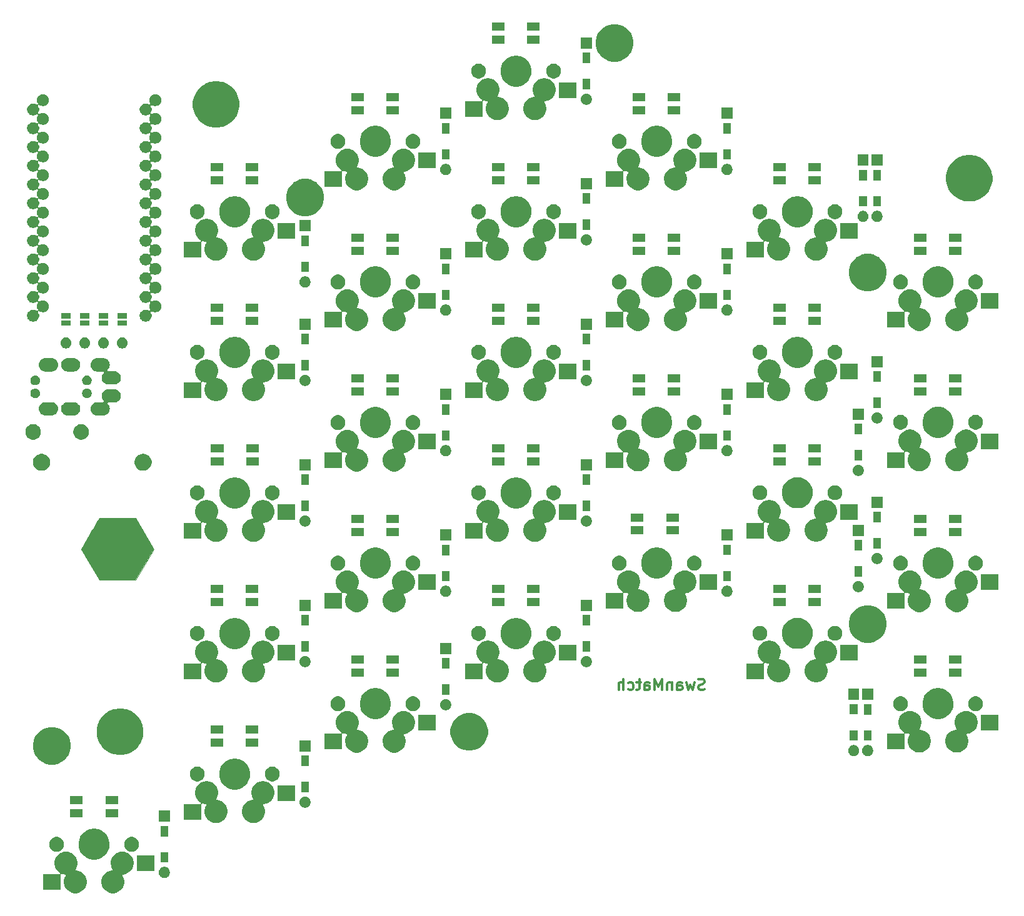
<source format=gbs>
G04 #@! TF.GenerationSoftware,KiCad,Pcbnew,5.0.2-bee76a0~70~ubuntu18.04.1*
G04 #@! TF.CreationDate,2019-04-11T02:53:24+09:00*
G04 #@! TF.ProjectId,benzene,62656e7a-656e-4652-9e6b-696361645f70,rev?*
G04 #@! TF.SameCoordinates,Original*
G04 #@! TF.FileFunction,Soldermask,Bot*
G04 #@! TF.FilePolarity,Negative*
%FSLAX46Y46*%
G04 Gerber Fmt 4.6, Leading zero omitted, Abs format (unit mm)*
G04 Created by KiCad (PCBNEW 5.0.2-bee76a0~70~ubuntu18.04.1) date 2019年04月11日 02時53分24秒*
%MOMM*%
%LPD*%
G01*
G04 APERTURE LIST*
%ADD10C,0.300000*%
%ADD11C,0.010000*%
%ADD12C,0.265000*%
G04 APERTURE END LIST*
D10*
X168417142Y-112367142D02*
X168202857Y-112438571D01*
X167845714Y-112438571D01*
X167702857Y-112367142D01*
X167631428Y-112295714D01*
X167560000Y-112152857D01*
X167560000Y-112010000D01*
X167631428Y-111867142D01*
X167702857Y-111795714D01*
X167845714Y-111724285D01*
X168131428Y-111652857D01*
X168274285Y-111581428D01*
X168345714Y-111510000D01*
X168417142Y-111367142D01*
X168417142Y-111224285D01*
X168345714Y-111081428D01*
X168274285Y-111010000D01*
X168131428Y-110938571D01*
X167774285Y-110938571D01*
X167560000Y-111010000D01*
X167060000Y-111438571D02*
X166774285Y-112438571D01*
X166488571Y-111724285D01*
X166202857Y-112438571D01*
X165917142Y-111438571D01*
X164702857Y-112438571D02*
X164702857Y-111652857D01*
X164774285Y-111510000D01*
X164917142Y-111438571D01*
X165202857Y-111438571D01*
X165345714Y-111510000D01*
X164702857Y-112367142D02*
X164845714Y-112438571D01*
X165202857Y-112438571D01*
X165345714Y-112367142D01*
X165417142Y-112224285D01*
X165417142Y-112081428D01*
X165345714Y-111938571D01*
X165202857Y-111867142D01*
X164845714Y-111867142D01*
X164702857Y-111795714D01*
X163988571Y-111438571D02*
X163988571Y-112438571D01*
X163988571Y-111581428D02*
X163917142Y-111510000D01*
X163774285Y-111438571D01*
X163560000Y-111438571D01*
X163417142Y-111510000D01*
X163345714Y-111652857D01*
X163345714Y-112438571D01*
X162631428Y-112438571D02*
X162631428Y-110938571D01*
X162131428Y-112010000D01*
X161631428Y-110938571D01*
X161631428Y-112438571D01*
X160274285Y-112438571D02*
X160274285Y-111652857D01*
X160345714Y-111510000D01*
X160488571Y-111438571D01*
X160774285Y-111438571D01*
X160917142Y-111510000D01*
X160274285Y-112367142D02*
X160417142Y-112438571D01*
X160774285Y-112438571D01*
X160917142Y-112367142D01*
X160988571Y-112224285D01*
X160988571Y-112081428D01*
X160917142Y-111938571D01*
X160774285Y-111867142D01*
X160417142Y-111867142D01*
X160274285Y-111795714D01*
X159774285Y-111438571D02*
X159202857Y-111438571D01*
X159560000Y-110938571D02*
X159560000Y-112224285D01*
X159488571Y-112367142D01*
X159345714Y-112438571D01*
X159202857Y-112438571D01*
X158060000Y-112367142D02*
X158202857Y-112438571D01*
X158488571Y-112438571D01*
X158631428Y-112367142D01*
X158702857Y-112295714D01*
X158774285Y-112152857D01*
X158774285Y-111724285D01*
X158702857Y-111581428D01*
X158631428Y-111510000D01*
X158488571Y-111438571D01*
X158202857Y-111438571D01*
X158060000Y-111510000D01*
X157417142Y-112438571D02*
X157417142Y-110938571D01*
X156774285Y-112438571D02*
X156774285Y-111652857D01*
X156845714Y-111510000D01*
X156988571Y-111438571D01*
X157202857Y-111438571D01*
X157345714Y-111510000D01*
X157417142Y-111581428D01*
D11*
G04 #@! TO.C,G\002A\002A\002A*
G36*
X92600358Y-95435420D02*
X93814567Y-93339920D01*
X91386227Y-89148920D01*
X88918234Y-89126479D01*
X86450240Y-89104038D01*
X86329839Y-89295812D01*
X86255979Y-89419333D01*
X86110361Y-89667822D01*
X85905657Y-90019469D01*
X85654543Y-90452459D01*
X85369691Y-90944982D01*
X85099505Y-91413232D01*
X83989572Y-93338877D01*
X85201028Y-95434899D01*
X86412484Y-97530920D01*
X91386148Y-97530920D01*
X92600358Y-95435420D01*
X92600358Y-95435420D01*
G37*
X92600358Y-95435420D02*
X93814567Y-93339920D01*
X91386227Y-89148920D01*
X88918234Y-89126479D01*
X86450240Y-89104038D01*
X86329839Y-89295812D01*
X86255979Y-89419333D01*
X86110361Y-89667822D01*
X85905657Y-90019469D01*
X85654543Y-90452459D01*
X85369691Y-90944982D01*
X85099505Y-91413232D01*
X83989572Y-93338877D01*
X85201028Y-95434899D01*
X86412484Y-97530920D01*
X91386148Y-97530920D01*
X92600358Y-95435420D01*
D12*
G36*
X82267527Y-134378737D02*
X82367410Y-134398605D01*
X82649674Y-134515522D01*
X82903705Y-134685260D01*
X83119741Y-134901296D01*
X83289479Y-135155327D01*
X83406396Y-135437591D01*
X83406396Y-135437592D01*
X83466000Y-135737238D01*
X83466000Y-136042761D01*
X83406396Y-136342411D01*
X83289479Y-136624675D01*
X83249072Y-136685148D01*
X83237526Y-136706749D01*
X83230413Y-136730199D01*
X83228011Y-136754585D01*
X83230413Y-136778971D01*
X83237526Y-136802420D01*
X83249077Y-136824031D01*
X83264623Y-136842973D01*
X83283565Y-136858519D01*
X83305175Y-136870070D01*
X83328625Y-136877183D01*
X83337760Y-136879000D01*
X83637410Y-136938604D01*
X83919674Y-137055521D01*
X84173705Y-137225259D01*
X84389741Y-137441295D01*
X84559479Y-137695326D01*
X84676396Y-137977590D01*
X84736000Y-138277240D01*
X84736000Y-138582760D01*
X84676396Y-138882410D01*
X84559479Y-139164674D01*
X84389741Y-139418705D01*
X84173705Y-139634741D01*
X83919674Y-139804479D01*
X83637410Y-139921396D01*
X83537527Y-139941264D01*
X83337762Y-139981000D01*
X83032238Y-139981000D01*
X82832473Y-139941264D01*
X82732590Y-139921396D01*
X82450326Y-139804479D01*
X82196295Y-139634741D01*
X81980259Y-139418705D01*
X81810521Y-139164674D01*
X81693604Y-138882410D01*
X81634000Y-138582760D01*
X81634000Y-138277240D01*
X81693604Y-137977590D01*
X81810521Y-137695326D01*
X81850928Y-137634853D01*
X81862474Y-137613252D01*
X81869587Y-137589802D01*
X81871989Y-137565416D01*
X81869587Y-137541030D01*
X81862474Y-137517581D01*
X81850923Y-137495970D01*
X81835377Y-137477028D01*
X81816435Y-137461482D01*
X81794825Y-137449931D01*
X81771375Y-137442818D01*
X81651634Y-137419000D01*
X81462590Y-137381397D01*
X81398835Y-137354989D01*
X81375386Y-137347876D01*
X81350999Y-137345474D01*
X81326613Y-137347876D01*
X81303164Y-137354989D01*
X81281553Y-137366541D01*
X81262611Y-137382086D01*
X81247066Y-137401028D01*
X81235515Y-137422639D01*
X81228402Y-137446088D01*
X81226000Y-137470474D01*
X81226000Y-139521000D01*
X78824000Y-139521000D01*
X78824000Y-137419000D01*
X80999513Y-137419000D01*
X81023899Y-137416598D01*
X81047348Y-137409485D01*
X81068959Y-137397934D01*
X81087901Y-137382388D01*
X81103447Y-137363446D01*
X81114998Y-137341835D01*
X81122111Y-137318386D01*
X81124513Y-137294000D01*
X81122111Y-137269614D01*
X81114998Y-137246165D01*
X81103447Y-137224554D01*
X81087901Y-137205612D01*
X81068971Y-137190075D01*
X80926295Y-137094742D01*
X80710259Y-136878706D01*
X80540521Y-136624675D01*
X80423604Y-136342411D01*
X80364000Y-136042761D01*
X80364000Y-135737241D01*
X80364001Y-135737238D01*
X80423604Y-135437592D01*
X80423604Y-135437591D01*
X80540521Y-135155327D01*
X80710259Y-134901296D01*
X80926295Y-134685260D01*
X81180326Y-134515522D01*
X81462590Y-134398605D01*
X81562473Y-134378737D01*
X81762238Y-134339001D01*
X82067762Y-134339001D01*
X82267527Y-134378737D01*
X82267527Y-134378737D01*
G37*
G36*
X89887527Y-134378736D02*
X89987410Y-134398604D01*
X90269674Y-134515521D01*
X90523705Y-134685259D01*
X90739741Y-134901295D01*
X90909479Y-135155326D01*
X90998507Y-135370260D01*
X91026396Y-135437591D01*
X91086000Y-135737238D01*
X91086000Y-136042762D01*
X91046264Y-136242527D01*
X91026396Y-136342410D01*
X90909479Y-136624674D01*
X90739741Y-136878705D01*
X90523705Y-137094741D01*
X90269674Y-137264479D01*
X89987410Y-137381396D01*
X89687760Y-137441000D01*
X89678625Y-137442817D01*
X89655176Y-137449930D01*
X89633565Y-137461481D01*
X89614623Y-137477027D01*
X89599077Y-137495969D01*
X89587526Y-137517580D01*
X89580413Y-137541029D01*
X89578011Y-137565415D01*
X89580413Y-137589801D01*
X89587526Y-137613250D01*
X89599075Y-137634857D01*
X89639479Y-137695326D01*
X89756396Y-137977590D01*
X89816000Y-138277240D01*
X89816000Y-138582760D01*
X89756396Y-138882410D01*
X89639479Y-139164674D01*
X89469741Y-139418705D01*
X89253705Y-139634741D01*
X88999674Y-139804479D01*
X88717410Y-139921396D01*
X88617527Y-139941264D01*
X88417762Y-139981000D01*
X88112238Y-139981000D01*
X87912473Y-139941264D01*
X87812590Y-139921396D01*
X87530326Y-139804479D01*
X87276295Y-139634741D01*
X87060259Y-139418705D01*
X86890521Y-139164674D01*
X86773604Y-138882410D01*
X86714000Y-138582760D01*
X86714000Y-138277240D01*
X86773604Y-137977590D01*
X86890521Y-137695326D01*
X87060259Y-137441295D01*
X87276295Y-137225259D01*
X87530326Y-137055521D01*
X87812590Y-136938604D01*
X88112240Y-136879000D01*
X88121375Y-136877183D01*
X88144824Y-136870070D01*
X88166435Y-136858519D01*
X88185377Y-136842973D01*
X88200923Y-136824031D01*
X88212474Y-136802420D01*
X88219587Y-136778971D01*
X88221989Y-136754585D01*
X88219587Y-136730199D01*
X88212474Y-136706750D01*
X88200925Y-136685143D01*
X88160521Y-136624674D01*
X88043604Y-136342410D01*
X88023736Y-136242527D01*
X87984000Y-136042762D01*
X87984000Y-135737238D01*
X88043604Y-135437591D01*
X88071493Y-135370260D01*
X88160521Y-135155326D01*
X88330259Y-134901295D01*
X88546295Y-134685259D01*
X88800326Y-134515521D01*
X89082590Y-134398604D01*
X89182473Y-134378736D01*
X89382238Y-134339000D01*
X89687762Y-134339000D01*
X89887527Y-134378736D01*
X89887527Y-134378736D01*
G37*
G36*
X95468621Y-136439302D02*
X95605022Y-136495801D01*
X95727779Y-136577825D01*
X95832175Y-136682221D01*
X95914199Y-136804978D01*
X95970698Y-136941379D01*
X95999500Y-137086181D01*
X95999500Y-137233819D01*
X95970698Y-137378621D01*
X95914199Y-137515022D01*
X95832175Y-137637779D01*
X95727779Y-137742175D01*
X95605022Y-137824199D01*
X95468621Y-137880698D01*
X95323819Y-137909500D01*
X95176181Y-137909500D01*
X95031379Y-137880698D01*
X94894978Y-137824199D01*
X94772221Y-137742175D01*
X94667825Y-137637779D01*
X94585801Y-137515022D01*
X94529302Y-137378621D01*
X94500500Y-137233819D01*
X94500500Y-137086181D01*
X94529302Y-136941379D01*
X94585801Y-136804978D01*
X94667825Y-136682221D01*
X94772221Y-136577825D01*
X94894978Y-136495801D01*
X95031379Y-136439302D01*
X95176181Y-136410500D01*
X95323819Y-136410500D01*
X95468621Y-136439302D01*
X95468621Y-136439302D01*
G37*
G36*
X93926000Y-136981000D02*
X91524000Y-136981000D01*
X91524000Y-134879000D01*
X93926000Y-134879000D01*
X93926000Y-136981000D01*
X93926000Y-136981000D01*
G37*
G36*
X95776000Y-135826000D02*
X94724000Y-135826000D01*
X94724000Y-134424000D01*
X95776000Y-134424000D01*
X95776000Y-135826000D01*
X95776000Y-135826000D01*
G37*
G36*
X86202536Y-131302827D02*
X86337839Y-131329740D01*
X86496216Y-131395342D01*
X86720196Y-131488117D01*
X87064313Y-131718049D01*
X87356951Y-132010687D01*
X87586883Y-132354804D01*
X87631668Y-132462925D01*
X87734797Y-132711900D01*
X87745260Y-132737162D01*
X87826000Y-133143068D01*
X87826000Y-133556932D01*
X87772847Y-133824150D01*
X87745260Y-133962839D01*
X87734795Y-133988103D01*
X87586883Y-134345196D01*
X87356951Y-134689313D01*
X87064313Y-134981951D01*
X86720196Y-135211883D01*
X86496216Y-135304658D01*
X86337839Y-135370260D01*
X86202536Y-135397173D01*
X85931932Y-135451000D01*
X85518068Y-135451000D01*
X85247464Y-135397173D01*
X85112161Y-135370260D01*
X84953784Y-135304658D01*
X84729804Y-135211883D01*
X84385687Y-134981951D01*
X84093049Y-134689313D01*
X83863117Y-134345196D01*
X83715205Y-133988103D01*
X83704740Y-133962839D01*
X83677153Y-133824150D01*
X83624000Y-133556932D01*
X83624000Y-133143068D01*
X83704740Y-132737162D01*
X83715204Y-132711900D01*
X83818332Y-132462925D01*
X83863117Y-132354804D01*
X84093049Y-132010687D01*
X84385687Y-131718049D01*
X84729804Y-131488117D01*
X84953784Y-131395342D01*
X85112161Y-131329740D01*
X85247464Y-131302827D01*
X85518068Y-131249000D01*
X85931932Y-131249000D01*
X86202536Y-131302827D01*
X86202536Y-131302827D01*
G37*
G36*
X80936981Y-132387468D02*
X81119150Y-132462925D01*
X81283103Y-132572475D01*
X81422525Y-132711897D01*
X81532075Y-132875850D01*
X81607532Y-133058019D01*
X81646000Y-133251410D01*
X81646000Y-133448590D01*
X81607532Y-133641981D01*
X81532075Y-133824150D01*
X81422525Y-133988103D01*
X81283103Y-134127525D01*
X81119150Y-134237075D01*
X80936981Y-134312532D01*
X80743590Y-134351000D01*
X80546410Y-134351000D01*
X80353019Y-134312532D01*
X80170850Y-134237075D01*
X80006897Y-134127525D01*
X79867475Y-133988103D01*
X79757925Y-133824150D01*
X79682468Y-133641981D01*
X79644000Y-133448590D01*
X79644000Y-133251410D01*
X79682468Y-133058019D01*
X79757925Y-132875850D01*
X79867475Y-132711897D01*
X80006897Y-132572475D01*
X80170850Y-132462925D01*
X80353019Y-132387468D01*
X80546410Y-132349000D01*
X80743590Y-132349000D01*
X80936981Y-132387468D01*
X80936981Y-132387468D01*
G37*
G36*
X91096981Y-132387468D02*
X91279150Y-132462925D01*
X91443103Y-132572475D01*
X91582525Y-132711897D01*
X91692075Y-132875850D01*
X91767532Y-133058019D01*
X91806000Y-133251410D01*
X91806000Y-133448590D01*
X91767532Y-133641981D01*
X91692075Y-133824150D01*
X91582525Y-133988103D01*
X91443103Y-134127525D01*
X91279150Y-134237075D01*
X91096981Y-134312532D01*
X90903590Y-134351000D01*
X90706410Y-134351000D01*
X90513019Y-134312532D01*
X90330850Y-134237075D01*
X90166897Y-134127525D01*
X90027475Y-133988103D01*
X89917925Y-133824150D01*
X89842468Y-133641981D01*
X89804000Y-133448590D01*
X89804000Y-133251410D01*
X89842468Y-133058019D01*
X89917925Y-132875850D01*
X90027475Y-132711897D01*
X90166897Y-132572475D01*
X90330850Y-132462925D01*
X90513019Y-132387468D01*
X90706410Y-132349000D01*
X90903590Y-132349000D01*
X91096981Y-132387468D01*
X91096981Y-132387468D01*
G37*
G36*
X95776000Y-132276000D02*
X94724000Y-132276000D01*
X94724000Y-130874000D01*
X95776000Y-130874000D01*
X95776000Y-132276000D01*
X95776000Y-132276000D01*
G37*
G36*
X108937527Y-124853736D02*
X109037410Y-124873604D01*
X109319674Y-124990521D01*
X109573705Y-125160259D01*
X109789741Y-125376295D01*
X109959479Y-125630326D01*
X110048507Y-125845260D01*
X110076396Y-125912591D01*
X110136000Y-126212238D01*
X110136000Y-126517762D01*
X110096264Y-126717527D01*
X110076396Y-126817410D01*
X109959479Y-127099674D01*
X109789741Y-127353705D01*
X109573705Y-127569741D01*
X109319674Y-127739479D01*
X109037410Y-127856396D01*
X108737760Y-127916000D01*
X108728625Y-127917817D01*
X108705176Y-127924930D01*
X108683565Y-127936481D01*
X108664623Y-127952027D01*
X108649077Y-127970969D01*
X108637526Y-127992580D01*
X108630413Y-128016029D01*
X108628011Y-128040415D01*
X108630413Y-128064801D01*
X108637526Y-128088250D01*
X108649075Y-128109857D01*
X108689479Y-128170326D01*
X108806396Y-128452590D01*
X108866000Y-128752240D01*
X108866000Y-129057760D01*
X108806396Y-129357410D01*
X108689479Y-129639674D01*
X108519741Y-129893705D01*
X108303705Y-130109741D01*
X108049674Y-130279479D01*
X107767410Y-130396396D01*
X107667527Y-130416264D01*
X107467762Y-130456000D01*
X107162238Y-130456000D01*
X106962473Y-130416264D01*
X106862590Y-130396396D01*
X106580326Y-130279479D01*
X106326295Y-130109741D01*
X106110259Y-129893705D01*
X105940521Y-129639674D01*
X105823604Y-129357410D01*
X105764000Y-129057760D01*
X105764000Y-128752240D01*
X105823604Y-128452590D01*
X105940521Y-128170326D01*
X106110259Y-127916295D01*
X106326295Y-127700259D01*
X106580326Y-127530521D01*
X106862590Y-127413604D01*
X107162240Y-127354000D01*
X107171375Y-127352183D01*
X107194824Y-127345070D01*
X107216435Y-127333519D01*
X107235377Y-127317973D01*
X107250923Y-127299031D01*
X107262474Y-127277420D01*
X107269587Y-127253971D01*
X107271989Y-127229585D01*
X107269587Y-127205199D01*
X107262474Y-127181750D01*
X107250925Y-127160143D01*
X107210521Y-127099674D01*
X107093604Y-126817410D01*
X107073736Y-126717527D01*
X107034000Y-126517762D01*
X107034000Y-126212238D01*
X107093604Y-125912591D01*
X107121493Y-125845260D01*
X107210521Y-125630326D01*
X107380259Y-125376295D01*
X107596295Y-125160259D01*
X107850326Y-124990521D01*
X108132590Y-124873604D01*
X108232473Y-124853736D01*
X108432238Y-124814000D01*
X108737762Y-124814000D01*
X108937527Y-124853736D01*
X108937527Y-124853736D01*
G37*
G36*
X101317527Y-124853737D02*
X101417410Y-124873605D01*
X101699674Y-124990522D01*
X101953705Y-125160260D01*
X102169741Y-125376296D01*
X102339479Y-125630327D01*
X102456396Y-125912591D01*
X102456396Y-125912592D01*
X102516000Y-126212238D01*
X102516000Y-126517761D01*
X102456396Y-126817411D01*
X102339479Y-127099675D01*
X102299072Y-127160148D01*
X102287526Y-127181749D01*
X102280413Y-127205199D01*
X102278011Y-127229585D01*
X102280413Y-127253971D01*
X102287526Y-127277420D01*
X102299077Y-127299031D01*
X102314623Y-127317973D01*
X102333565Y-127333519D01*
X102355175Y-127345070D01*
X102378625Y-127352183D01*
X102387760Y-127354000D01*
X102687410Y-127413604D01*
X102969674Y-127530521D01*
X103223705Y-127700259D01*
X103439741Y-127916295D01*
X103609479Y-128170326D01*
X103726396Y-128452590D01*
X103786000Y-128752240D01*
X103786000Y-129057760D01*
X103726396Y-129357410D01*
X103609479Y-129639674D01*
X103439741Y-129893705D01*
X103223705Y-130109741D01*
X102969674Y-130279479D01*
X102687410Y-130396396D01*
X102587527Y-130416264D01*
X102387762Y-130456000D01*
X102082238Y-130456000D01*
X101882473Y-130416264D01*
X101782590Y-130396396D01*
X101500326Y-130279479D01*
X101246295Y-130109741D01*
X101030259Y-129893705D01*
X100860521Y-129639674D01*
X100743604Y-129357410D01*
X100684000Y-129057760D01*
X100684000Y-128752240D01*
X100743604Y-128452590D01*
X100860521Y-128170326D01*
X100900928Y-128109853D01*
X100912474Y-128088252D01*
X100919587Y-128064802D01*
X100921989Y-128040416D01*
X100919587Y-128016030D01*
X100912474Y-127992581D01*
X100900923Y-127970970D01*
X100885377Y-127952028D01*
X100866435Y-127936482D01*
X100844825Y-127924931D01*
X100821375Y-127917818D01*
X100701634Y-127894000D01*
X100512590Y-127856397D01*
X100448835Y-127829989D01*
X100425386Y-127822876D01*
X100400999Y-127820474D01*
X100376613Y-127822876D01*
X100353164Y-127829989D01*
X100331553Y-127841541D01*
X100312611Y-127857086D01*
X100297066Y-127876028D01*
X100285515Y-127897639D01*
X100278402Y-127921088D01*
X100276000Y-127945474D01*
X100276000Y-129996000D01*
X97874000Y-129996000D01*
X97874000Y-127894000D01*
X100049513Y-127894000D01*
X100073899Y-127891598D01*
X100097348Y-127884485D01*
X100118959Y-127872934D01*
X100137901Y-127857388D01*
X100153447Y-127838446D01*
X100164998Y-127816835D01*
X100172111Y-127793386D01*
X100174513Y-127769000D01*
X100172111Y-127744614D01*
X100164998Y-127721165D01*
X100153447Y-127699554D01*
X100137901Y-127680612D01*
X100118971Y-127665075D01*
X99976295Y-127569742D01*
X99760259Y-127353706D01*
X99590521Y-127099675D01*
X99473604Y-126817411D01*
X99414000Y-126517761D01*
X99414000Y-126212241D01*
X99414001Y-126212238D01*
X99473604Y-125912592D01*
X99473604Y-125912591D01*
X99590521Y-125630327D01*
X99760259Y-125376296D01*
X99976295Y-125160260D01*
X100230326Y-124990522D01*
X100512590Y-124873605D01*
X100612473Y-124853737D01*
X100812238Y-124814001D01*
X101117762Y-124814001D01*
X101317527Y-124853737D01*
X101317527Y-124853737D01*
G37*
G36*
X95999500Y-130289500D02*
X94500500Y-130289500D01*
X94500500Y-128790500D01*
X95999500Y-128790500D01*
X95999500Y-130289500D01*
X95999500Y-130289500D01*
G37*
G36*
X84176000Y-129696000D02*
X82474000Y-129696000D01*
X82474000Y-128594000D01*
X84176000Y-128594000D01*
X84176000Y-129696000D01*
X84176000Y-129696000D01*
G37*
G36*
X88976000Y-129696000D02*
X87274000Y-129696000D01*
X87274000Y-128594000D01*
X88976000Y-128594000D01*
X88976000Y-129696000D01*
X88976000Y-129696000D01*
G37*
G36*
X114518621Y-126914302D02*
X114655022Y-126970801D01*
X114777779Y-127052825D01*
X114882175Y-127157221D01*
X114964199Y-127279978D01*
X115020698Y-127416379D01*
X115049500Y-127561181D01*
X115049500Y-127708819D01*
X115020698Y-127853621D01*
X114964199Y-127990022D01*
X114882175Y-128112779D01*
X114777779Y-128217175D01*
X114655022Y-128299199D01*
X114518621Y-128355698D01*
X114373819Y-128384500D01*
X114226181Y-128384500D01*
X114081379Y-128355698D01*
X113944978Y-128299199D01*
X113822221Y-128217175D01*
X113717825Y-128112779D01*
X113635801Y-127990022D01*
X113579302Y-127853621D01*
X113550500Y-127708819D01*
X113550500Y-127561181D01*
X113579302Y-127416379D01*
X113635801Y-127279978D01*
X113717825Y-127157221D01*
X113822221Y-127052825D01*
X113944978Y-126970801D01*
X114081379Y-126914302D01*
X114226181Y-126885500D01*
X114373819Y-126885500D01*
X114518621Y-126914302D01*
X114518621Y-126914302D01*
G37*
G36*
X84176000Y-127946000D02*
X82474000Y-127946000D01*
X82474000Y-126844000D01*
X84176000Y-126844000D01*
X84176000Y-127946000D01*
X84176000Y-127946000D01*
G37*
G36*
X88976000Y-127946000D02*
X87274000Y-127946000D01*
X87274000Y-126844000D01*
X88976000Y-126844000D01*
X88976000Y-127946000D01*
X88976000Y-127946000D01*
G37*
G36*
X112976000Y-127456000D02*
X110574000Y-127456000D01*
X110574000Y-125354000D01*
X112976000Y-125354000D01*
X112976000Y-127456000D01*
X112976000Y-127456000D01*
G37*
G36*
X114826000Y-126301000D02*
X113774000Y-126301000D01*
X113774000Y-124899000D01*
X114826000Y-124899000D01*
X114826000Y-126301000D01*
X114826000Y-126301000D01*
G37*
G36*
X105252536Y-121777827D02*
X105387839Y-121804740D01*
X105546216Y-121870342D01*
X105770196Y-121963117D01*
X106114313Y-122193049D01*
X106406951Y-122485687D01*
X106636883Y-122829804D01*
X106681668Y-122937925D01*
X106784797Y-123186900D01*
X106795260Y-123212162D01*
X106876000Y-123618068D01*
X106876000Y-124031932D01*
X106822847Y-124299150D01*
X106795260Y-124437839D01*
X106784795Y-124463103D01*
X106636883Y-124820196D01*
X106406951Y-125164313D01*
X106114313Y-125456951D01*
X105770196Y-125686883D01*
X105546216Y-125779658D01*
X105387839Y-125845260D01*
X105252536Y-125872173D01*
X104981932Y-125926000D01*
X104568068Y-125926000D01*
X104297464Y-125872173D01*
X104162161Y-125845260D01*
X104003784Y-125779658D01*
X103779804Y-125686883D01*
X103435687Y-125456951D01*
X103143049Y-125164313D01*
X102913117Y-124820196D01*
X102765205Y-124463103D01*
X102754740Y-124437839D01*
X102727153Y-124299150D01*
X102674000Y-124031932D01*
X102674000Y-123618068D01*
X102754740Y-123212162D01*
X102765204Y-123186900D01*
X102868332Y-122937925D01*
X102913117Y-122829804D01*
X103143049Y-122485687D01*
X103435687Y-122193049D01*
X103779804Y-121963117D01*
X104003784Y-121870342D01*
X104162161Y-121804740D01*
X104297464Y-121777827D01*
X104568068Y-121724000D01*
X104981932Y-121724000D01*
X105252536Y-121777827D01*
X105252536Y-121777827D01*
G37*
G36*
X110146981Y-122862468D02*
X110329150Y-122937925D01*
X110493103Y-123047475D01*
X110632525Y-123186897D01*
X110742075Y-123350850D01*
X110817532Y-123533019D01*
X110856000Y-123726410D01*
X110856000Y-123923590D01*
X110817532Y-124116981D01*
X110742075Y-124299150D01*
X110632525Y-124463103D01*
X110493103Y-124602525D01*
X110329150Y-124712075D01*
X110146981Y-124787532D01*
X109953590Y-124826000D01*
X109756410Y-124826000D01*
X109563019Y-124787532D01*
X109380850Y-124712075D01*
X109216897Y-124602525D01*
X109077475Y-124463103D01*
X108967925Y-124299150D01*
X108892468Y-124116981D01*
X108854000Y-123923590D01*
X108854000Y-123726410D01*
X108892468Y-123533019D01*
X108967925Y-123350850D01*
X109077475Y-123186897D01*
X109216897Y-123047475D01*
X109380850Y-122937925D01*
X109563019Y-122862468D01*
X109756410Y-122824000D01*
X109953590Y-122824000D01*
X110146981Y-122862468D01*
X110146981Y-122862468D01*
G37*
G36*
X99986981Y-122862468D02*
X100169150Y-122937925D01*
X100333103Y-123047475D01*
X100472525Y-123186897D01*
X100582075Y-123350850D01*
X100657532Y-123533019D01*
X100696000Y-123726410D01*
X100696000Y-123923590D01*
X100657532Y-124116981D01*
X100582075Y-124299150D01*
X100472525Y-124463103D01*
X100333103Y-124602525D01*
X100169150Y-124712075D01*
X99986981Y-124787532D01*
X99793590Y-124826000D01*
X99596410Y-124826000D01*
X99403019Y-124787532D01*
X99220850Y-124712075D01*
X99056897Y-124602525D01*
X98917475Y-124463103D01*
X98807925Y-124299150D01*
X98732468Y-124116981D01*
X98694000Y-123923590D01*
X98694000Y-123726410D01*
X98732468Y-123533019D01*
X98807925Y-123350850D01*
X98917475Y-123186897D01*
X99056897Y-123047475D01*
X99220850Y-122937925D01*
X99403019Y-122862468D01*
X99596410Y-122824000D01*
X99793590Y-122824000D01*
X99986981Y-122862468D01*
X99986981Y-122862468D01*
G37*
G36*
X114826000Y-122751000D02*
X113774000Y-122751000D01*
X113774000Y-121349000D01*
X114826000Y-121349000D01*
X114826000Y-122751000D01*
X114826000Y-122751000D01*
G37*
G36*
X80754096Y-117562033D02*
X80754098Y-117562034D01*
X80754099Y-117562034D01*
X81218352Y-117754333D01*
X81586798Y-118000521D01*
X81636171Y-118033511D01*
X81991489Y-118388829D01*
X81991491Y-118388832D01*
X82270667Y-118806648D01*
X82442809Y-119222238D01*
X82462967Y-119270904D01*
X82561000Y-119763747D01*
X82561000Y-120266253D01*
X82470979Y-120718819D01*
X82462966Y-120759099D01*
X82270667Y-121223352D01*
X81992750Y-121639284D01*
X81991489Y-121641171D01*
X81636171Y-121996489D01*
X81636168Y-121996491D01*
X81218352Y-122275667D01*
X80754099Y-122467966D01*
X80754098Y-122467966D01*
X80754096Y-122467967D01*
X80261253Y-122566000D01*
X79758747Y-122566000D01*
X79265904Y-122467967D01*
X79265902Y-122467966D01*
X79265901Y-122467966D01*
X78801648Y-122275667D01*
X78383832Y-121996491D01*
X78383829Y-121996489D01*
X78028511Y-121641171D01*
X78027250Y-121639284D01*
X77749333Y-121223352D01*
X77557034Y-120759099D01*
X77549022Y-120718819D01*
X77459000Y-120266253D01*
X77459000Y-119763747D01*
X77557033Y-119270904D01*
X77577191Y-119222238D01*
X77749333Y-118806648D01*
X78028509Y-118388832D01*
X78028511Y-118388829D01*
X78383829Y-118033511D01*
X78433202Y-118000521D01*
X78801648Y-117754333D01*
X79265901Y-117562034D01*
X79265902Y-117562034D01*
X79265904Y-117562033D01*
X79758747Y-117464000D01*
X80261253Y-117464000D01*
X80754096Y-117562033D01*
X80754096Y-117562033D01*
G37*
G36*
X190718621Y-119929302D02*
X190855022Y-119985801D01*
X190977779Y-120067825D01*
X191082175Y-120172221D01*
X191164199Y-120294978D01*
X191220698Y-120431379D01*
X191249500Y-120576181D01*
X191249500Y-120723819D01*
X191220698Y-120868621D01*
X191164199Y-121005022D01*
X191082175Y-121127779D01*
X190977779Y-121232175D01*
X190855022Y-121314199D01*
X190718621Y-121370698D01*
X190573819Y-121399500D01*
X190426181Y-121399500D01*
X190281379Y-121370698D01*
X190144978Y-121314199D01*
X190022221Y-121232175D01*
X189917825Y-121127779D01*
X189835801Y-121005022D01*
X189779302Y-120868621D01*
X189750500Y-120723819D01*
X189750500Y-120576181D01*
X189779302Y-120431379D01*
X189835801Y-120294978D01*
X189917825Y-120172221D01*
X190022221Y-120067825D01*
X190144978Y-119985801D01*
X190281379Y-119929302D01*
X190426181Y-119900500D01*
X190573819Y-119900500D01*
X190718621Y-119929302D01*
X190718621Y-119929302D01*
G37*
G36*
X188826621Y-119924302D02*
X188963022Y-119980801D01*
X189085779Y-120062825D01*
X189190175Y-120167221D01*
X189272199Y-120289978D01*
X189328698Y-120426379D01*
X189357500Y-120571181D01*
X189357500Y-120718819D01*
X189328698Y-120863621D01*
X189272199Y-121000022D01*
X189190175Y-121122779D01*
X189085779Y-121227175D01*
X188963022Y-121309199D01*
X188826621Y-121365698D01*
X188681819Y-121394500D01*
X188534181Y-121394500D01*
X188389379Y-121365698D01*
X188252978Y-121309199D01*
X188130221Y-121227175D01*
X188025825Y-121122779D01*
X187943801Y-121000022D01*
X187887302Y-120863621D01*
X187858500Y-120718819D01*
X187858500Y-120571181D01*
X187887302Y-120426379D01*
X187943801Y-120289978D01*
X188025825Y-120167221D01*
X188130221Y-120062825D01*
X188252978Y-119980801D01*
X188389379Y-119924302D01*
X188534181Y-119895500D01*
X188681819Y-119895500D01*
X188826621Y-119924302D01*
X188826621Y-119924302D01*
G37*
G36*
X89877944Y-115012174D02*
X90169113Y-115070091D01*
X90742558Y-115307620D01*
X91118774Y-115559000D01*
X91258648Y-115652461D01*
X91697539Y-116091352D01*
X91697541Y-116091355D01*
X92042380Y-116607442D01*
X92201985Y-116992762D01*
X92279909Y-117180888D01*
X92401000Y-117789652D01*
X92401000Y-118410348D01*
X92354259Y-118645328D01*
X92279909Y-119019113D01*
X92042380Y-119592558D01*
X91817374Y-119929302D01*
X91697539Y-120108648D01*
X91258648Y-120547539D01*
X91258645Y-120547541D01*
X90742558Y-120892380D01*
X90169113Y-121129909D01*
X89966191Y-121170273D01*
X89560348Y-121251000D01*
X88939652Y-121251000D01*
X88533809Y-121170273D01*
X88330887Y-121129909D01*
X87757442Y-120892380D01*
X87241355Y-120547541D01*
X87241352Y-120547539D01*
X86802461Y-120108648D01*
X86682626Y-119929302D01*
X86457620Y-119592558D01*
X86220091Y-119019113D01*
X86145741Y-118645328D01*
X86099000Y-118410348D01*
X86099000Y-117789652D01*
X86220091Y-117180888D01*
X86298015Y-116992762D01*
X86457620Y-116607442D01*
X86802459Y-116091355D01*
X86802461Y-116091352D01*
X87241352Y-115652461D01*
X87381226Y-115559000D01*
X87757442Y-115307620D01*
X88330887Y-115070091D01*
X88622056Y-115012174D01*
X88939652Y-114949000D01*
X89560348Y-114949000D01*
X89877944Y-115012174D01*
X89877944Y-115012174D01*
G37*
G36*
X120367527Y-115328737D02*
X120467410Y-115348605D01*
X120749674Y-115465522D01*
X121003705Y-115635260D01*
X121219741Y-115851296D01*
X121389479Y-116105327D01*
X121506396Y-116387591D01*
X121509063Y-116401000D01*
X121566000Y-116687238D01*
X121566000Y-116992761D01*
X121506396Y-117292411D01*
X121389479Y-117574675D01*
X121349072Y-117635148D01*
X121337526Y-117656749D01*
X121330413Y-117680199D01*
X121328011Y-117704585D01*
X121330413Y-117728971D01*
X121337526Y-117752420D01*
X121349077Y-117774031D01*
X121364623Y-117792973D01*
X121383565Y-117808519D01*
X121405175Y-117820070D01*
X121428625Y-117827183D01*
X121437760Y-117829000D01*
X121737410Y-117888604D01*
X122019674Y-118005521D01*
X122273705Y-118175259D01*
X122489741Y-118391295D01*
X122659479Y-118645326D01*
X122745955Y-118854099D01*
X122776396Y-118927591D01*
X122836000Y-119227238D01*
X122836000Y-119532762D01*
X122796264Y-119732527D01*
X122776396Y-119832410D01*
X122659479Y-120114674D01*
X122489741Y-120368705D01*
X122273705Y-120584741D01*
X122019674Y-120754479D01*
X121737410Y-120871396D01*
X121637527Y-120891264D01*
X121437762Y-120931000D01*
X121132238Y-120931000D01*
X120932473Y-120891264D01*
X120832590Y-120871396D01*
X120550326Y-120754479D01*
X120296295Y-120584741D01*
X120080259Y-120368705D01*
X119910521Y-120114674D01*
X119793604Y-119832410D01*
X119773736Y-119732527D01*
X119734000Y-119532762D01*
X119734000Y-119227238D01*
X119793604Y-118927591D01*
X119824045Y-118854099D01*
X119910521Y-118645326D01*
X119950928Y-118584853D01*
X119962474Y-118563252D01*
X119969587Y-118539802D01*
X119971989Y-118515416D01*
X119969587Y-118491030D01*
X119962474Y-118467581D01*
X119950923Y-118445970D01*
X119935377Y-118427028D01*
X119916435Y-118411482D01*
X119894825Y-118399931D01*
X119871375Y-118392818D01*
X119838582Y-118386295D01*
X119562590Y-118331397D01*
X119498835Y-118304989D01*
X119475386Y-118297876D01*
X119450999Y-118295474D01*
X119426613Y-118297876D01*
X119403164Y-118304989D01*
X119381553Y-118316541D01*
X119362611Y-118332086D01*
X119347066Y-118351028D01*
X119335515Y-118372639D01*
X119328402Y-118396088D01*
X119326000Y-118420474D01*
X119326000Y-120471000D01*
X116924000Y-120471000D01*
X116924000Y-118369000D01*
X119099513Y-118369000D01*
X119123899Y-118366598D01*
X119147348Y-118359485D01*
X119168959Y-118347934D01*
X119187901Y-118332388D01*
X119203447Y-118313446D01*
X119214998Y-118291835D01*
X119222111Y-118268386D01*
X119224513Y-118244000D01*
X119222111Y-118219614D01*
X119214998Y-118196165D01*
X119203447Y-118174554D01*
X119187901Y-118155612D01*
X119168971Y-118140075D01*
X119026295Y-118044742D01*
X118810259Y-117828706D01*
X118640521Y-117574675D01*
X118523604Y-117292411D01*
X118464000Y-116992761D01*
X118464000Y-116687241D01*
X118464001Y-116687238D01*
X118520937Y-116401000D01*
X118523604Y-116387591D01*
X118640521Y-116105327D01*
X118810259Y-115851296D01*
X119026295Y-115635260D01*
X119280326Y-115465522D01*
X119562590Y-115348605D01*
X119662473Y-115328737D01*
X119862238Y-115289001D01*
X120167762Y-115289001D01*
X120367527Y-115328737D01*
X120367527Y-115328737D01*
G37*
G36*
X127987527Y-115328736D02*
X128087410Y-115348604D01*
X128369674Y-115465521D01*
X128623705Y-115635259D01*
X128839741Y-115851295D01*
X129009479Y-116105326D01*
X129126396Y-116387590D01*
X129126396Y-116387591D01*
X129186000Y-116687238D01*
X129186000Y-116992762D01*
X129148579Y-117180887D01*
X129126396Y-117292410D01*
X129009479Y-117574674D01*
X128839741Y-117828705D01*
X128623705Y-118044741D01*
X128369674Y-118214479D01*
X128087410Y-118331396D01*
X127787760Y-118391000D01*
X127778625Y-118392817D01*
X127755176Y-118399930D01*
X127733565Y-118411481D01*
X127714623Y-118427027D01*
X127699077Y-118445969D01*
X127687526Y-118467580D01*
X127680413Y-118491029D01*
X127678011Y-118515415D01*
X127680413Y-118539801D01*
X127687526Y-118563250D01*
X127699075Y-118584857D01*
X127739479Y-118645326D01*
X127806300Y-118806648D01*
X127856396Y-118927591D01*
X127916000Y-119227238D01*
X127916000Y-119532762D01*
X127876264Y-119732527D01*
X127856396Y-119832410D01*
X127739479Y-120114674D01*
X127569741Y-120368705D01*
X127353705Y-120584741D01*
X127099674Y-120754479D01*
X126817410Y-120871396D01*
X126717527Y-120891264D01*
X126517762Y-120931000D01*
X126212238Y-120931000D01*
X126012473Y-120891264D01*
X125912590Y-120871396D01*
X125630326Y-120754479D01*
X125376295Y-120584741D01*
X125160259Y-120368705D01*
X124990521Y-120114674D01*
X124873604Y-119832410D01*
X124853736Y-119732527D01*
X124814000Y-119532762D01*
X124814000Y-119227238D01*
X124873604Y-118927591D01*
X124904045Y-118854099D01*
X124990521Y-118645326D01*
X125160259Y-118391295D01*
X125376295Y-118175259D01*
X125630326Y-118005521D01*
X125912590Y-117888604D01*
X126212240Y-117829000D01*
X126221375Y-117827183D01*
X126244824Y-117820070D01*
X126266435Y-117808519D01*
X126285377Y-117792973D01*
X126300923Y-117774031D01*
X126312474Y-117752420D01*
X126319587Y-117728971D01*
X126321989Y-117704585D01*
X126319587Y-117680199D01*
X126312474Y-117656750D01*
X126300925Y-117635143D01*
X126260521Y-117574674D01*
X126143604Y-117292410D01*
X126121421Y-117180887D01*
X126084000Y-116992762D01*
X126084000Y-116687238D01*
X126143604Y-116387591D01*
X126143604Y-116387590D01*
X126260521Y-116105326D01*
X126430259Y-115851295D01*
X126646295Y-115635259D01*
X126900326Y-115465521D01*
X127182590Y-115348604D01*
X127282473Y-115328736D01*
X127482238Y-115289000D01*
X127787762Y-115289000D01*
X127987527Y-115328736D01*
X127987527Y-115328736D01*
G37*
G36*
X196567527Y-115323737D02*
X196667410Y-115343605D01*
X196949674Y-115460522D01*
X197203705Y-115630260D01*
X197419741Y-115846296D01*
X197589479Y-116100327D01*
X197706396Y-116382591D01*
X197707391Y-116387592D01*
X197766000Y-116682239D01*
X197766000Y-116987763D01*
X197765005Y-116992763D01*
X197706396Y-117287411D01*
X197589479Y-117569675D01*
X197549072Y-117630148D01*
X197537526Y-117651749D01*
X197530413Y-117675199D01*
X197528011Y-117699585D01*
X197530413Y-117723971D01*
X197537526Y-117747420D01*
X197549077Y-117769031D01*
X197564623Y-117787973D01*
X197583565Y-117803519D01*
X197605175Y-117815070D01*
X197628625Y-117822183D01*
X197637760Y-117824000D01*
X197937410Y-117883604D01*
X198219674Y-118000521D01*
X198473705Y-118170259D01*
X198689741Y-118386295D01*
X198859479Y-118640326D01*
X198976396Y-118922590D01*
X198977391Y-118927591D01*
X199036000Y-119222238D01*
X199036000Y-119527762D01*
X199035005Y-119532762D01*
X198976396Y-119827410D01*
X198859479Y-120109674D01*
X198689741Y-120363705D01*
X198473705Y-120579741D01*
X198219674Y-120749479D01*
X197937410Y-120866396D01*
X197912273Y-120871396D01*
X197637762Y-120926000D01*
X197332238Y-120926000D01*
X197057727Y-120871396D01*
X197032590Y-120866396D01*
X196750326Y-120749479D01*
X196496295Y-120579741D01*
X196280259Y-120363705D01*
X196110521Y-120109674D01*
X195993604Y-119827410D01*
X195934995Y-119532762D01*
X195934000Y-119527762D01*
X195934000Y-119222238D01*
X195992609Y-118927591D01*
X195993604Y-118922590D01*
X196110521Y-118640326D01*
X196150928Y-118579853D01*
X196162474Y-118558252D01*
X196169587Y-118534802D01*
X196171989Y-118510416D01*
X196169587Y-118486030D01*
X196162474Y-118462581D01*
X196150923Y-118440970D01*
X196135377Y-118422028D01*
X196116435Y-118406482D01*
X196094825Y-118394931D01*
X196071375Y-118387818D01*
X195964695Y-118366598D01*
X195762590Y-118326397D01*
X195698835Y-118299989D01*
X195675386Y-118292876D01*
X195650999Y-118290474D01*
X195626613Y-118292876D01*
X195603164Y-118299989D01*
X195581553Y-118311541D01*
X195562611Y-118327086D01*
X195547066Y-118346028D01*
X195535515Y-118367639D01*
X195528402Y-118391088D01*
X195526000Y-118415474D01*
X195526000Y-120466000D01*
X193124000Y-120466000D01*
X193124000Y-118364000D01*
X195299513Y-118364000D01*
X195323899Y-118361598D01*
X195347348Y-118354485D01*
X195368959Y-118342934D01*
X195387901Y-118327388D01*
X195403447Y-118308446D01*
X195414998Y-118286835D01*
X195422111Y-118263386D01*
X195424513Y-118239000D01*
X195422111Y-118214614D01*
X195414998Y-118191165D01*
X195403447Y-118169554D01*
X195387901Y-118150612D01*
X195368971Y-118135075D01*
X195226295Y-118039742D01*
X195010259Y-117823706D01*
X194840521Y-117569675D01*
X194723604Y-117287411D01*
X194664995Y-116992763D01*
X194664000Y-116987763D01*
X194664000Y-116682239D01*
X194722609Y-116387592D01*
X194723604Y-116382591D01*
X194840521Y-116100327D01*
X195010259Y-115846296D01*
X195226295Y-115630260D01*
X195480326Y-115460522D01*
X195762590Y-115343605D01*
X195862473Y-115323737D01*
X196062238Y-115284001D01*
X196367762Y-115284001D01*
X196567527Y-115323737D01*
X196567527Y-115323737D01*
G37*
G36*
X204187527Y-115323736D02*
X204287410Y-115343604D01*
X204569674Y-115460521D01*
X204823705Y-115630259D01*
X205039741Y-115846295D01*
X205209479Y-116100326D01*
X205326396Y-116382590D01*
X205327391Y-116387591D01*
X205386000Y-116682238D01*
X205386000Y-116987762D01*
X205385005Y-116992762D01*
X205326396Y-117287410D01*
X205209479Y-117569674D01*
X205039741Y-117823705D01*
X204823705Y-118039741D01*
X204569674Y-118209479D01*
X204287410Y-118326396D01*
X203987760Y-118386000D01*
X203978625Y-118387817D01*
X203955176Y-118394930D01*
X203933565Y-118406481D01*
X203914623Y-118422027D01*
X203899077Y-118440969D01*
X203887526Y-118462580D01*
X203880413Y-118486029D01*
X203878011Y-118510415D01*
X203880413Y-118534801D01*
X203887526Y-118558250D01*
X203899075Y-118579857D01*
X203939479Y-118640326D01*
X204056396Y-118922590D01*
X204057391Y-118927591D01*
X204116000Y-119222238D01*
X204116000Y-119527762D01*
X204115005Y-119532762D01*
X204056396Y-119827410D01*
X203939479Y-120109674D01*
X203769741Y-120363705D01*
X203553705Y-120579741D01*
X203299674Y-120749479D01*
X203017410Y-120866396D01*
X202992273Y-120871396D01*
X202717762Y-120926000D01*
X202412238Y-120926000D01*
X202137727Y-120871396D01*
X202112590Y-120866396D01*
X201830326Y-120749479D01*
X201576295Y-120579741D01*
X201360259Y-120363705D01*
X201190521Y-120109674D01*
X201073604Y-119827410D01*
X201014995Y-119532762D01*
X201014000Y-119527762D01*
X201014000Y-119222238D01*
X201072609Y-118927591D01*
X201073604Y-118922590D01*
X201190521Y-118640326D01*
X201360259Y-118386295D01*
X201576295Y-118170259D01*
X201830326Y-118000521D01*
X202112590Y-117883604D01*
X202412240Y-117824000D01*
X202421375Y-117822183D01*
X202444824Y-117815070D01*
X202466435Y-117803519D01*
X202485377Y-117787973D01*
X202500923Y-117769031D01*
X202512474Y-117747420D01*
X202519587Y-117723971D01*
X202521989Y-117699585D01*
X202519587Y-117675199D01*
X202512474Y-117651750D01*
X202500925Y-117630143D01*
X202460521Y-117569674D01*
X202343604Y-117287410D01*
X202284995Y-116992762D01*
X202284000Y-116987762D01*
X202284000Y-116682238D01*
X202342609Y-116387591D01*
X202343604Y-116382590D01*
X202460521Y-116100326D01*
X202630259Y-115846295D01*
X202846295Y-115630259D01*
X203100326Y-115460521D01*
X203382590Y-115343604D01*
X203482473Y-115323736D01*
X203682238Y-115284000D01*
X203987762Y-115284000D01*
X204187527Y-115323736D01*
X204187527Y-115323736D01*
G37*
G36*
X115049500Y-120764500D02*
X113550500Y-120764500D01*
X113550500Y-119265500D01*
X115049500Y-119265500D01*
X115049500Y-120764500D01*
X115049500Y-120764500D01*
G37*
G36*
X137269096Y-115657033D02*
X137269098Y-115657034D01*
X137269099Y-115657034D01*
X137733352Y-115849333D01*
X138095563Y-116091355D01*
X138151171Y-116128511D01*
X138506489Y-116483829D01*
X138506491Y-116483832D01*
X138785667Y-116901648D01*
X138977966Y-117365901D01*
X138977967Y-117365904D01*
X139076000Y-117858747D01*
X139076000Y-118361253D01*
X139019494Y-118645328D01*
X138977966Y-118854099D01*
X138785667Y-119318352D01*
X138602449Y-119592557D01*
X138506489Y-119736171D01*
X138151171Y-120091489D01*
X138151168Y-120091491D01*
X137733352Y-120370667D01*
X137269099Y-120562966D01*
X137269098Y-120562966D01*
X137269096Y-120562967D01*
X136776253Y-120661000D01*
X136273747Y-120661000D01*
X135780904Y-120562967D01*
X135780902Y-120562966D01*
X135780901Y-120562966D01*
X135316648Y-120370667D01*
X134898832Y-120091491D01*
X134898829Y-120091489D01*
X134543511Y-119736171D01*
X134447551Y-119592557D01*
X134264333Y-119318352D01*
X134072034Y-118854099D01*
X134030507Y-118645328D01*
X133974000Y-118361253D01*
X133974000Y-117858747D01*
X134072033Y-117365904D01*
X134072034Y-117365901D01*
X134264333Y-116901648D01*
X134543509Y-116483832D01*
X134543511Y-116483829D01*
X134898829Y-116128511D01*
X134954437Y-116091355D01*
X135316648Y-115849333D01*
X135780901Y-115657034D01*
X135780902Y-115657034D01*
X135780904Y-115657033D01*
X136273747Y-115559000D01*
X136776253Y-115559000D01*
X137269096Y-115657033D01*
X137269096Y-115657033D01*
G37*
G36*
X107993000Y-120136000D02*
X106291000Y-120136000D01*
X106291000Y-119034000D01*
X107993000Y-119034000D01*
X107993000Y-120136000D01*
X107993000Y-120136000D01*
G37*
G36*
X103193000Y-120136000D02*
X101491000Y-120136000D01*
X101491000Y-119034000D01*
X103193000Y-119034000D01*
X103193000Y-120136000D01*
X103193000Y-120136000D01*
G37*
G36*
X191026000Y-119316000D02*
X189974000Y-119316000D01*
X189974000Y-117914000D01*
X191026000Y-117914000D01*
X191026000Y-119316000D01*
X191026000Y-119316000D01*
G37*
G36*
X189134000Y-119311000D02*
X188082000Y-119311000D01*
X188082000Y-117909000D01*
X189134000Y-117909000D01*
X189134000Y-119311000D01*
X189134000Y-119311000D01*
G37*
G36*
X107993000Y-118386000D02*
X106291000Y-118386000D01*
X106291000Y-117284000D01*
X107993000Y-117284000D01*
X107993000Y-118386000D01*
X107993000Y-118386000D01*
G37*
G36*
X103193000Y-118386000D02*
X101491000Y-118386000D01*
X101491000Y-117284000D01*
X103193000Y-117284000D01*
X103193000Y-118386000D01*
X103193000Y-118386000D01*
G37*
G36*
X132026000Y-117931000D02*
X129624000Y-117931000D01*
X129624000Y-115829000D01*
X132026000Y-115829000D01*
X132026000Y-117931000D01*
X132026000Y-117931000D01*
G37*
G36*
X208226000Y-117926000D02*
X205824000Y-117926000D01*
X205824000Y-115824000D01*
X208226000Y-115824000D01*
X208226000Y-117926000D01*
X208226000Y-117926000D01*
G37*
G36*
X124302536Y-112252827D02*
X124437839Y-112279740D01*
X124596216Y-112345342D01*
X124820196Y-112438117D01*
X125164313Y-112668049D01*
X125456951Y-112960687D01*
X125686883Y-113304804D01*
X125729597Y-113407925D01*
X125834797Y-113661900D01*
X125845260Y-113687162D01*
X125926000Y-114093068D01*
X125926000Y-114506932D01*
X125897816Y-114648621D01*
X125845260Y-114912839D01*
X125780124Y-115070091D01*
X125686883Y-115295196D01*
X125456951Y-115639313D01*
X125164313Y-115931951D01*
X124820196Y-116161883D01*
X124596216Y-116254658D01*
X124437839Y-116320260D01*
X124302536Y-116347173D01*
X124031932Y-116401000D01*
X123618068Y-116401000D01*
X123347464Y-116347173D01*
X123212161Y-116320260D01*
X123053784Y-116254658D01*
X122829804Y-116161883D01*
X122485687Y-115931951D01*
X122193049Y-115639313D01*
X121963117Y-115295196D01*
X121869876Y-115070091D01*
X121804740Y-114912839D01*
X121752184Y-114648621D01*
X121724000Y-114506932D01*
X121724000Y-114093068D01*
X121804740Y-113687162D01*
X121815204Y-113661900D01*
X121920403Y-113407925D01*
X121963117Y-113304804D01*
X122193049Y-112960687D01*
X122485687Y-112668049D01*
X122829804Y-112438117D01*
X123053784Y-112345342D01*
X123212161Y-112279740D01*
X123347464Y-112252827D01*
X123618068Y-112199000D01*
X124031932Y-112199000D01*
X124302536Y-112252827D01*
X124302536Y-112252827D01*
G37*
G36*
X200502536Y-112247827D02*
X200637839Y-112274740D01*
X200796216Y-112340342D01*
X201020196Y-112433117D01*
X201364313Y-112663049D01*
X201656951Y-112955687D01*
X201886883Y-113299804D01*
X201931668Y-113407925D01*
X202045260Y-113682161D01*
X202046255Y-113687162D01*
X202126000Y-114088068D01*
X202126000Y-114501932D01*
X202072847Y-114769150D01*
X202045260Y-114907839D01*
X201979658Y-115066216D01*
X201886883Y-115290196D01*
X201656951Y-115634313D01*
X201364313Y-115926951D01*
X201020196Y-116156883D01*
X200796216Y-116249658D01*
X200637839Y-116315260D01*
X200502536Y-116342173D01*
X200231932Y-116396000D01*
X199818068Y-116396000D01*
X199547464Y-116342173D01*
X199412161Y-116315260D01*
X199253784Y-116249658D01*
X199029804Y-116156883D01*
X198685687Y-115926951D01*
X198393049Y-115634313D01*
X198163117Y-115290196D01*
X198070342Y-115066216D01*
X198004740Y-114907839D01*
X197977153Y-114769150D01*
X197924000Y-114501932D01*
X197924000Y-114088068D01*
X198003745Y-113687162D01*
X198004740Y-113682161D01*
X198118332Y-113407925D01*
X198163117Y-113299804D01*
X198393049Y-112955687D01*
X198685687Y-112663049D01*
X199029804Y-112433117D01*
X199253784Y-112340342D01*
X199412161Y-112274740D01*
X199547464Y-112247827D01*
X199818068Y-112194000D01*
X200231932Y-112194000D01*
X200502536Y-112247827D01*
X200502536Y-112247827D01*
G37*
G36*
X191026000Y-115766000D02*
X189974000Y-115766000D01*
X189974000Y-114364000D01*
X191026000Y-114364000D01*
X191026000Y-115766000D01*
X191026000Y-115766000D01*
G37*
G36*
X189134000Y-115761000D02*
X188082000Y-115761000D01*
X188082000Y-114359000D01*
X189134000Y-114359000D01*
X189134000Y-115761000D01*
X189134000Y-115761000D01*
G37*
G36*
X129196981Y-113337468D02*
X129379150Y-113412925D01*
X129543103Y-113522475D01*
X129682525Y-113661897D01*
X129792075Y-113825850D01*
X129867532Y-114008019D01*
X129906000Y-114201410D01*
X129906000Y-114398590D01*
X129867532Y-114591981D01*
X129792075Y-114774150D01*
X129682525Y-114938103D01*
X129543103Y-115077525D01*
X129379150Y-115187075D01*
X129196981Y-115262532D01*
X129003590Y-115301000D01*
X128806410Y-115301000D01*
X128613019Y-115262532D01*
X128430850Y-115187075D01*
X128266897Y-115077525D01*
X128127475Y-114938103D01*
X128017925Y-114774150D01*
X127942468Y-114591981D01*
X127904000Y-114398590D01*
X127904000Y-114201410D01*
X127942468Y-114008019D01*
X128017925Y-113825850D01*
X128127475Y-113661897D01*
X128266897Y-113522475D01*
X128430850Y-113412925D01*
X128613019Y-113337468D01*
X128806410Y-113299000D01*
X129003590Y-113299000D01*
X129196981Y-113337468D01*
X129196981Y-113337468D01*
G37*
G36*
X119036981Y-113337468D02*
X119219150Y-113412925D01*
X119383103Y-113522475D01*
X119522525Y-113661897D01*
X119632075Y-113825850D01*
X119707532Y-114008019D01*
X119746000Y-114201410D01*
X119746000Y-114398590D01*
X119707532Y-114591981D01*
X119632075Y-114774150D01*
X119522525Y-114938103D01*
X119383103Y-115077525D01*
X119219150Y-115187075D01*
X119036981Y-115262532D01*
X118843590Y-115301000D01*
X118646410Y-115301000D01*
X118453019Y-115262532D01*
X118270850Y-115187075D01*
X118106897Y-115077525D01*
X117967475Y-114938103D01*
X117857925Y-114774150D01*
X117782468Y-114591981D01*
X117744000Y-114398590D01*
X117744000Y-114201410D01*
X117782468Y-114008019D01*
X117857925Y-113825850D01*
X117967475Y-113661897D01*
X118106897Y-113522475D01*
X118270850Y-113412925D01*
X118453019Y-113337468D01*
X118646410Y-113299000D01*
X118843590Y-113299000D01*
X119036981Y-113337468D01*
X119036981Y-113337468D01*
G37*
G36*
X205396981Y-113332468D02*
X205579150Y-113407925D01*
X205743103Y-113517475D01*
X205882525Y-113656897D01*
X205992075Y-113820850D01*
X206067532Y-114003019D01*
X206106000Y-114196410D01*
X206106000Y-114393590D01*
X206067532Y-114586981D01*
X205992075Y-114769150D01*
X205882525Y-114933103D01*
X205743103Y-115072525D01*
X205579150Y-115182075D01*
X205396981Y-115257532D01*
X205203590Y-115296000D01*
X205006410Y-115296000D01*
X204813019Y-115257532D01*
X204630850Y-115182075D01*
X204466897Y-115072525D01*
X204327475Y-114933103D01*
X204217925Y-114769150D01*
X204142468Y-114586981D01*
X204104000Y-114393590D01*
X204104000Y-114196410D01*
X204142468Y-114003019D01*
X204217925Y-113820850D01*
X204327475Y-113656897D01*
X204466897Y-113517475D01*
X204630850Y-113407925D01*
X204813019Y-113332468D01*
X205006410Y-113294000D01*
X205203590Y-113294000D01*
X205396981Y-113332468D01*
X205396981Y-113332468D01*
G37*
G36*
X195236981Y-113332468D02*
X195419150Y-113407925D01*
X195583103Y-113517475D01*
X195722525Y-113656897D01*
X195832075Y-113820850D01*
X195907532Y-114003019D01*
X195946000Y-114196410D01*
X195946000Y-114393590D01*
X195907532Y-114586981D01*
X195832075Y-114769150D01*
X195722525Y-114933103D01*
X195583103Y-115072525D01*
X195419150Y-115182075D01*
X195236981Y-115257532D01*
X195043590Y-115296000D01*
X194846410Y-115296000D01*
X194653019Y-115257532D01*
X194470850Y-115182075D01*
X194306897Y-115072525D01*
X194167475Y-114933103D01*
X194057925Y-114769150D01*
X193982468Y-114586981D01*
X193944000Y-114393590D01*
X193944000Y-114196410D01*
X193982468Y-114003019D01*
X194057925Y-113820850D01*
X194167475Y-113656897D01*
X194306897Y-113517475D01*
X194470850Y-113407925D01*
X194653019Y-113332468D01*
X194846410Y-113294000D01*
X195043590Y-113294000D01*
X195236981Y-113332468D01*
X195236981Y-113332468D01*
G37*
G36*
X133568621Y-113709302D02*
X133705022Y-113765801D01*
X133827779Y-113847825D01*
X133932175Y-113952221D01*
X134014199Y-114074978D01*
X134070698Y-114211379D01*
X134099500Y-114356181D01*
X134099500Y-114503819D01*
X134070698Y-114648621D01*
X134014199Y-114785022D01*
X133932175Y-114907779D01*
X133827779Y-115012175D01*
X133705022Y-115094199D01*
X133568621Y-115150698D01*
X133423819Y-115179500D01*
X133276181Y-115179500D01*
X133131379Y-115150698D01*
X132994978Y-115094199D01*
X132872221Y-115012175D01*
X132767825Y-114907779D01*
X132685801Y-114785022D01*
X132629302Y-114648621D01*
X132600500Y-114503819D01*
X132600500Y-114356181D01*
X132629302Y-114211379D01*
X132685801Y-114074978D01*
X132767825Y-113952221D01*
X132872221Y-113847825D01*
X132994978Y-113765801D01*
X133131379Y-113709302D01*
X133276181Y-113680500D01*
X133423819Y-113680500D01*
X133568621Y-113709302D01*
X133568621Y-113709302D01*
G37*
G36*
X191249500Y-113779500D02*
X189750500Y-113779500D01*
X189750500Y-112280500D01*
X191249500Y-112280500D01*
X191249500Y-113779500D01*
X191249500Y-113779500D01*
G37*
G36*
X189357500Y-113774500D02*
X187858500Y-113774500D01*
X187858500Y-112275500D01*
X189357500Y-112275500D01*
X189357500Y-113774500D01*
X189357500Y-113774500D01*
G37*
G36*
X133876000Y-113096000D02*
X132824000Y-113096000D01*
X132824000Y-111694000D01*
X133876000Y-111694000D01*
X133876000Y-113096000D01*
X133876000Y-113096000D01*
G37*
G36*
X147037527Y-105803736D02*
X147137410Y-105823604D01*
X147419674Y-105940521D01*
X147673705Y-106110259D01*
X147889741Y-106326295D01*
X148059479Y-106580326D01*
X148176396Y-106862590D01*
X148176396Y-106862591D01*
X148236000Y-107162238D01*
X148236000Y-107467762D01*
X148217752Y-107559500D01*
X148176396Y-107767410D01*
X148059479Y-108049674D01*
X147889741Y-108303705D01*
X147673705Y-108519741D01*
X147419674Y-108689479D01*
X147137410Y-108806396D01*
X146837760Y-108866000D01*
X146828625Y-108867817D01*
X146805176Y-108874930D01*
X146783565Y-108886481D01*
X146764623Y-108902027D01*
X146749077Y-108920969D01*
X146737526Y-108942580D01*
X146730413Y-108966029D01*
X146728011Y-108990415D01*
X146730413Y-109014801D01*
X146737526Y-109038250D01*
X146749075Y-109059857D01*
X146789479Y-109120326D01*
X146866262Y-109305698D01*
X146906396Y-109402591D01*
X146965006Y-109697240D01*
X146966000Y-109702240D01*
X146966000Y-110007760D01*
X146906396Y-110307410D01*
X146789479Y-110589674D01*
X146619741Y-110843705D01*
X146403705Y-111059741D01*
X146149674Y-111229479D01*
X145867410Y-111346396D01*
X145767527Y-111366264D01*
X145567762Y-111406000D01*
X145262238Y-111406000D01*
X145062473Y-111366264D01*
X144962590Y-111346396D01*
X144680326Y-111229479D01*
X144426295Y-111059741D01*
X144210259Y-110843705D01*
X144040521Y-110589674D01*
X143923604Y-110307410D01*
X143864000Y-110007760D01*
X143864000Y-109702240D01*
X143864995Y-109697240D01*
X143923604Y-109402591D01*
X143963738Y-109305698D01*
X144040521Y-109120326D01*
X144210259Y-108866295D01*
X144426295Y-108650259D01*
X144680326Y-108480521D01*
X144962590Y-108363604D01*
X145262240Y-108304000D01*
X145271375Y-108302183D01*
X145294824Y-108295070D01*
X145316435Y-108283519D01*
X145335377Y-108267973D01*
X145350923Y-108249031D01*
X145362474Y-108227420D01*
X145369587Y-108203971D01*
X145371989Y-108179585D01*
X145369587Y-108155199D01*
X145362474Y-108131750D01*
X145350925Y-108110143D01*
X145310521Y-108049674D01*
X145193604Y-107767410D01*
X145152248Y-107559500D01*
X145134000Y-107467762D01*
X145134000Y-107162238D01*
X145193604Y-106862591D01*
X145193604Y-106862590D01*
X145310521Y-106580326D01*
X145480259Y-106326295D01*
X145696295Y-106110259D01*
X145950326Y-105940521D01*
X146232590Y-105823604D01*
X146332473Y-105803736D01*
X146532238Y-105764000D01*
X146837762Y-105764000D01*
X147037527Y-105803736D01*
X147037527Y-105803736D01*
G37*
G36*
X139417527Y-105803737D02*
X139517410Y-105823605D01*
X139799674Y-105940522D01*
X140053705Y-106110260D01*
X140269741Y-106326296D01*
X140439479Y-106580327D01*
X140556396Y-106862591D01*
X140559063Y-106876000D01*
X140616000Y-107162238D01*
X140616000Y-107467761D01*
X140556396Y-107767411D01*
X140439479Y-108049675D01*
X140399072Y-108110148D01*
X140387526Y-108131749D01*
X140380413Y-108155199D01*
X140378011Y-108179585D01*
X140380413Y-108203971D01*
X140387526Y-108227420D01*
X140399077Y-108249031D01*
X140414623Y-108267973D01*
X140433565Y-108283519D01*
X140455175Y-108295070D01*
X140478625Y-108302183D01*
X140487760Y-108304000D01*
X140787410Y-108363604D01*
X141069674Y-108480521D01*
X141323705Y-108650259D01*
X141539741Y-108866295D01*
X141709479Y-109120326D01*
X141786262Y-109305698D01*
X141826396Y-109402591D01*
X141885006Y-109697240D01*
X141886000Y-109702240D01*
X141886000Y-110007760D01*
X141826396Y-110307410D01*
X141709479Y-110589674D01*
X141539741Y-110843705D01*
X141323705Y-111059741D01*
X141069674Y-111229479D01*
X140787410Y-111346396D01*
X140687527Y-111366264D01*
X140487762Y-111406000D01*
X140182238Y-111406000D01*
X139982473Y-111366264D01*
X139882590Y-111346396D01*
X139600326Y-111229479D01*
X139346295Y-111059741D01*
X139130259Y-110843705D01*
X138960521Y-110589674D01*
X138843604Y-110307410D01*
X138784000Y-110007760D01*
X138784000Y-109702240D01*
X138784995Y-109697240D01*
X138843604Y-109402591D01*
X138883738Y-109305698D01*
X138960521Y-109120326D01*
X139000928Y-109059853D01*
X139012474Y-109038252D01*
X139019587Y-109014802D01*
X139021989Y-108990416D01*
X139019587Y-108966030D01*
X139012474Y-108942581D01*
X139000923Y-108920970D01*
X138985377Y-108902028D01*
X138966435Y-108886482D01*
X138944825Y-108874931D01*
X138921375Y-108867818D01*
X138888582Y-108861295D01*
X138612590Y-108806397D01*
X138548835Y-108779989D01*
X138525386Y-108772876D01*
X138500999Y-108770474D01*
X138476613Y-108772876D01*
X138453164Y-108779989D01*
X138431553Y-108791541D01*
X138412611Y-108807086D01*
X138397066Y-108826028D01*
X138385515Y-108847639D01*
X138378402Y-108871088D01*
X138376000Y-108895474D01*
X138376000Y-110946000D01*
X135974000Y-110946000D01*
X135974000Y-108844000D01*
X138149513Y-108844000D01*
X138173899Y-108841598D01*
X138197348Y-108834485D01*
X138218959Y-108822934D01*
X138237901Y-108807388D01*
X138253447Y-108788446D01*
X138264998Y-108766835D01*
X138272111Y-108743386D01*
X138274513Y-108719000D01*
X138272111Y-108694614D01*
X138264998Y-108671165D01*
X138253447Y-108649554D01*
X138237901Y-108630612D01*
X138218971Y-108615075D01*
X138076295Y-108519742D01*
X137860259Y-108303706D01*
X137690521Y-108049675D01*
X137573604Y-107767411D01*
X137514000Y-107467761D01*
X137514000Y-107162241D01*
X137514001Y-107162238D01*
X137570937Y-106876000D01*
X137573604Y-106862591D01*
X137690521Y-106580327D01*
X137860259Y-106326296D01*
X138076295Y-106110260D01*
X138330326Y-105940522D01*
X138612590Y-105823605D01*
X138712473Y-105803737D01*
X138912238Y-105764001D01*
X139217762Y-105764001D01*
X139417527Y-105803737D01*
X139417527Y-105803737D01*
G37*
G36*
X108937527Y-105803736D02*
X109037410Y-105823604D01*
X109319674Y-105940521D01*
X109573705Y-106110259D01*
X109789741Y-106326295D01*
X109959479Y-106580326D01*
X110076396Y-106862590D01*
X110076396Y-106862591D01*
X110136000Y-107162238D01*
X110136000Y-107467762D01*
X110117752Y-107559500D01*
X110076396Y-107767410D01*
X109959479Y-108049674D01*
X109789741Y-108303705D01*
X109573705Y-108519741D01*
X109319674Y-108689479D01*
X109037410Y-108806396D01*
X108737760Y-108866000D01*
X108728625Y-108867817D01*
X108705176Y-108874930D01*
X108683565Y-108886481D01*
X108664623Y-108902027D01*
X108649077Y-108920969D01*
X108637526Y-108942580D01*
X108630413Y-108966029D01*
X108628011Y-108990415D01*
X108630413Y-109014801D01*
X108637526Y-109038250D01*
X108649075Y-109059857D01*
X108689479Y-109120326D01*
X108766262Y-109305698D01*
X108806396Y-109402591D01*
X108865006Y-109697240D01*
X108866000Y-109702240D01*
X108866000Y-110007760D01*
X108806396Y-110307410D01*
X108689479Y-110589674D01*
X108519741Y-110843705D01*
X108303705Y-111059741D01*
X108049674Y-111229479D01*
X107767410Y-111346396D01*
X107667527Y-111366264D01*
X107467762Y-111406000D01*
X107162238Y-111406000D01*
X106962473Y-111366264D01*
X106862590Y-111346396D01*
X106580326Y-111229479D01*
X106326295Y-111059741D01*
X106110259Y-110843705D01*
X105940521Y-110589674D01*
X105823604Y-110307410D01*
X105764000Y-110007760D01*
X105764000Y-109702240D01*
X105764995Y-109697240D01*
X105823604Y-109402591D01*
X105863738Y-109305698D01*
X105940521Y-109120326D01*
X106110259Y-108866295D01*
X106326295Y-108650259D01*
X106580326Y-108480521D01*
X106862590Y-108363604D01*
X107162240Y-108304000D01*
X107171375Y-108302183D01*
X107194824Y-108295070D01*
X107216435Y-108283519D01*
X107235377Y-108267973D01*
X107250923Y-108249031D01*
X107262474Y-108227420D01*
X107269587Y-108203971D01*
X107271989Y-108179585D01*
X107269587Y-108155199D01*
X107262474Y-108131750D01*
X107250925Y-108110143D01*
X107210521Y-108049674D01*
X107093604Y-107767410D01*
X107052248Y-107559500D01*
X107034000Y-107467762D01*
X107034000Y-107162238D01*
X107093604Y-106862591D01*
X107093604Y-106862590D01*
X107210521Y-106580326D01*
X107380259Y-106326295D01*
X107596295Y-106110259D01*
X107850326Y-105940521D01*
X108132590Y-105823604D01*
X108232473Y-105803736D01*
X108432238Y-105764000D01*
X108737762Y-105764000D01*
X108937527Y-105803736D01*
X108937527Y-105803736D01*
G37*
G36*
X101317527Y-105803737D02*
X101417410Y-105823605D01*
X101699674Y-105940522D01*
X101953705Y-106110260D01*
X102169741Y-106326296D01*
X102339479Y-106580327D01*
X102456396Y-106862591D01*
X102459063Y-106876000D01*
X102516000Y-107162238D01*
X102516000Y-107467761D01*
X102456396Y-107767411D01*
X102339479Y-108049675D01*
X102299072Y-108110148D01*
X102287526Y-108131749D01*
X102280413Y-108155199D01*
X102278011Y-108179585D01*
X102280413Y-108203971D01*
X102287526Y-108227420D01*
X102299077Y-108249031D01*
X102314623Y-108267973D01*
X102333565Y-108283519D01*
X102355175Y-108295070D01*
X102378625Y-108302183D01*
X102387760Y-108304000D01*
X102687410Y-108363604D01*
X102969674Y-108480521D01*
X103223705Y-108650259D01*
X103439741Y-108866295D01*
X103609479Y-109120326D01*
X103686262Y-109305698D01*
X103726396Y-109402591D01*
X103785006Y-109697240D01*
X103786000Y-109702240D01*
X103786000Y-110007760D01*
X103726396Y-110307410D01*
X103609479Y-110589674D01*
X103439741Y-110843705D01*
X103223705Y-111059741D01*
X102969674Y-111229479D01*
X102687410Y-111346396D01*
X102587527Y-111366264D01*
X102387762Y-111406000D01*
X102082238Y-111406000D01*
X101882473Y-111366264D01*
X101782590Y-111346396D01*
X101500326Y-111229479D01*
X101246295Y-111059741D01*
X101030259Y-110843705D01*
X100860521Y-110589674D01*
X100743604Y-110307410D01*
X100684000Y-110007760D01*
X100684000Y-109702240D01*
X100684995Y-109697240D01*
X100743604Y-109402591D01*
X100783738Y-109305698D01*
X100860521Y-109120326D01*
X100900928Y-109059853D01*
X100912474Y-109038252D01*
X100919587Y-109014802D01*
X100921989Y-108990416D01*
X100919587Y-108966030D01*
X100912474Y-108942581D01*
X100900923Y-108920970D01*
X100885377Y-108902028D01*
X100866435Y-108886482D01*
X100844825Y-108874931D01*
X100821375Y-108867818D01*
X100788582Y-108861295D01*
X100512590Y-108806397D01*
X100448835Y-108779989D01*
X100425386Y-108772876D01*
X100400999Y-108770474D01*
X100376613Y-108772876D01*
X100353164Y-108779989D01*
X100331553Y-108791541D01*
X100312611Y-108807086D01*
X100297066Y-108826028D01*
X100285515Y-108847639D01*
X100278402Y-108871088D01*
X100276000Y-108895474D01*
X100276000Y-110946000D01*
X97874000Y-110946000D01*
X97874000Y-108844000D01*
X100049513Y-108844000D01*
X100073899Y-108841598D01*
X100097348Y-108834485D01*
X100118959Y-108822934D01*
X100137901Y-108807388D01*
X100153447Y-108788446D01*
X100164998Y-108766835D01*
X100172111Y-108743386D01*
X100174513Y-108719000D01*
X100172111Y-108694614D01*
X100164998Y-108671165D01*
X100153447Y-108649554D01*
X100137901Y-108630612D01*
X100118971Y-108615075D01*
X99976295Y-108519742D01*
X99760259Y-108303706D01*
X99590521Y-108049675D01*
X99473604Y-107767411D01*
X99414000Y-107467761D01*
X99414000Y-107162241D01*
X99414001Y-107162238D01*
X99470937Y-106876000D01*
X99473604Y-106862591D01*
X99590521Y-106580327D01*
X99760259Y-106326296D01*
X99976295Y-106110260D01*
X100230326Y-105940522D01*
X100512590Y-105823605D01*
X100612473Y-105803737D01*
X100812238Y-105764001D01*
X101117762Y-105764001D01*
X101317527Y-105803737D01*
X101317527Y-105803737D01*
G37*
G36*
X185137527Y-105798736D02*
X185237410Y-105818604D01*
X185519674Y-105935521D01*
X185773705Y-106105259D01*
X185989741Y-106321295D01*
X186159479Y-106575326D01*
X186276396Y-106857590D01*
X186277391Y-106862591D01*
X186336000Y-107157238D01*
X186336000Y-107462762D01*
X186335005Y-107467762D01*
X186276396Y-107762410D01*
X186159479Y-108044674D01*
X185989741Y-108298705D01*
X185773705Y-108514741D01*
X185519674Y-108684479D01*
X185237410Y-108801396D01*
X184937760Y-108861000D01*
X184928625Y-108862817D01*
X184905176Y-108869930D01*
X184883565Y-108881481D01*
X184864623Y-108897027D01*
X184849077Y-108915969D01*
X184837526Y-108937580D01*
X184830413Y-108961029D01*
X184828011Y-108985415D01*
X184830413Y-109009801D01*
X184837526Y-109033250D01*
X184849075Y-109054857D01*
X184889479Y-109115326D01*
X185006396Y-109397590D01*
X185007391Y-109402591D01*
X185066000Y-109697238D01*
X185066000Y-110002762D01*
X185065005Y-110007762D01*
X185006396Y-110302410D01*
X184889479Y-110584674D01*
X184719741Y-110838705D01*
X184503705Y-111054741D01*
X184249674Y-111224479D01*
X183967410Y-111341396D01*
X183942273Y-111346396D01*
X183667762Y-111401000D01*
X183362238Y-111401000D01*
X183087727Y-111346396D01*
X183062590Y-111341396D01*
X182780326Y-111224479D01*
X182526295Y-111054741D01*
X182310259Y-110838705D01*
X182140521Y-110584674D01*
X182023604Y-110302410D01*
X181964995Y-110007762D01*
X181964000Y-110002762D01*
X181964000Y-109697238D01*
X182022609Y-109402591D01*
X182023604Y-109397590D01*
X182140521Y-109115326D01*
X182310259Y-108861295D01*
X182526295Y-108645259D01*
X182780326Y-108475521D01*
X183062590Y-108358604D01*
X183362240Y-108299000D01*
X183371375Y-108297183D01*
X183394824Y-108290070D01*
X183416435Y-108278519D01*
X183435377Y-108262973D01*
X183450923Y-108244031D01*
X183462474Y-108222420D01*
X183469587Y-108198971D01*
X183471989Y-108174585D01*
X183469587Y-108150199D01*
X183462474Y-108126750D01*
X183450925Y-108105143D01*
X183410521Y-108044674D01*
X183293604Y-107762410D01*
X183234995Y-107467762D01*
X183234000Y-107462762D01*
X183234000Y-107157238D01*
X183292609Y-106862591D01*
X183293604Y-106857590D01*
X183410521Y-106575326D01*
X183580259Y-106321295D01*
X183796295Y-106105259D01*
X184050326Y-105935521D01*
X184332590Y-105818604D01*
X184432473Y-105798736D01*
X184632238Y-105759000D01*
X184937762Y-105759000D01*
X185137527Y-105798736D01*
X185137527Y-105798736D01*
G37*
G36*
X177517527Y-105798737D02*
X177617410Y-105818605D01*
X177899674Y-105935522D01*
X178153705Y-106105260D01*
X178369741Y-106321296D01*
X178539479Y-106575327D01*
X178656396Y-106857591D01*
X178657391Y-106862592D01*
X178716000Y-107157239D01*
X178716000Y-107462763D01*
X178676264Y-107662528D01*
X178656396Y-107762411D01*
X178539479Y-108044675D01*
X178499072Y-108105148D01*
X178487526Y-108126749D01*
X178480413Y-108150199D01*
X178478011Y-108174585D01*
X178480413Y-108198971D01*
X178487526Y-108222420D01*
X178499077Y-108244031D01*
X178514623Y-108262973D01*
X178533565Y-108278519D01*
X178555175Y-108290070D01*
X178578625Y-108297183D01*
X178587760Y-108299000D01*
X178887410Y-108358604D01*
X179169674Y-108475521D01*
X179423705Y-108645259D01*
X179639741Y-108861295D01*
X179809479Y-109115326D01*
X179926396Y-109397590D01*
X179927391Y-109402591D01*
X179986000Y-109697238D01*
X179986000Y-110002762D01*
X179985005Y-110007762D01*
X179926396Y-110302410D01*
X179809479Y-110584674D01*
X179639741Y-110838705D01*
X179423705Y-111054741D01*
X179169674Y-111224479D01*
X178887410Y-111341396D01*
X178862273Y-111346396D01*
X178587762Y-111401000D01*
X178282238Y-111401000D01*
X178007727Y-111346396D01*
X177982590Y-111341396D01*
X177700326Y-111224479D01*
X177446295Y-111054741D01*
X177230259Y-110838705D01*
X177060521Y-110584674D01*
X176943604Y-110302410D01*
X176884995Y-110007762D01*
X176884000Y-110002762D01*
X176884000Y-109697238D01*
X176942609Y-109402591D01*
X176943604Y-109397590D01*
X177060521Y-109115326D01*
X177100928Y-109054853D01*
X177112474Y-109033252D01*
X177119587Y-109009802D01*
X177121989Y-108985416D01*
X177119587Y-108961030D01*
X177112474Y-108937581D01*
X177100923Y-108915970D01*
X177085377Y-108897028D01*
X177066435Y-108881482D01*
X177044825Y-108869931D01*
X177021375Y-108862818D01*
X176914695Y-108841598D01*
X176712590Y-108801397D01*
X176648835Y-108774989D01*
X176625386Y-108767876D01*
X176600999Y-108765474D01*
X176576613Y-108767876D01*
X176553164Y-108774989D01*
X176531553Y-108786541D01*
X176512611Y-108802086D01*
X176497066Y-108821028D01*
X176485515Y-108842639D01*
X176478402Y-108866088D01*
X176476000Y-108890474D01*
X176476000Y-110941000D01*
X174074000Y-110941000D01*
X174074000Y-108839000D01*
X176249513Y-108839000D01*
X176273899Y-108836598D01*
X176297348Y-108829485D01*
X176318959Y-108817934D01*
X176337901Y-108802388D01*
X176353447Y-108783446D01*
X176364998Y-108761835D01*
X176372111Y-108738386D01*
X176374513Y-108714000D01*
X176372111Y-108689614D01*
X176364998Y-108666165D01*
X176353447Y-108644554D01*
X176337901Y-108625612D01*
X176318971Y-108610075D01*
X176176295Y-108514742D01*
X175960259Y-108298706D01*
X175790521Y-108044675D01*
X175673604Y-107762411D01*
X175653736Y-107662528D01*
X175614000Y-107462763D01*
X175614000Y-107157239D01*
X175672609Y-106862592D01*
X175673604Y-106857591D01*
X175790521Y-106575327D01*
X175960259Y-106321296D01*
X176176295Y-106105260D01*
X176430326Y-105935522D01*
X176712590Y-105818605D01*
X176812473Y-105798737D01*
X177012238Y-105759001D01*
X177317762Y-105759001D01*
X177517527Y-105798737D01*
X177517527Y-105798737D01*
G37*
G36*
X203243000Y-110611000D02*
X201541000Y-110611000D01*
X201541000Y-109509000D01*
X203243000Y-109509000D01*
X203243000Y-110611000D01*
X203243000Y-110611000D01*
G37*
G36*
X198443000Y-110611000D02*
X196741000Y-110611000D01*
X196741000Y-109509000D01*
X198443000Y-109509000D01*
X198443000Y-110611000D01*
X198443000Y-110611000D01*
G37*
G36*
X122243000Y-110611000D02*
X120541000Y-110611000D01*
X120541000Y-109509000D01*
X122243000Y-109509000D01*
X122243000Y-110611000D01*
X122243000Y-110611000D01*
G37*
G36*
X127043000Y-110611000D02*
X125341000Y-110611000D01*
X125341000Y-109509000D01*
X127043000Y-109509000D01*
X127043000Y-110611000D01*
X127043000Y-110611000D01*
G37*
G36*
X133876000Y-109546000D02*
X132824000Y-109546000D01*
X132824000Y-108144000D01*
X133876000Y-108144000D01*
X133876000Y-109546000D01*
X133876000Y-109546000D01*
G37*
G36*
X114518621Y-107864302D02*
X114655022Y-107920801D01*
X114777779Y-108002825D01*
X114882175Y-108107221D01*
X114964199Y-108229978D01*
X115020698Y-108366379D01*
X115049500Y-108511181D01*
X115049500Y-108658819D01*
X115020698Y-108803621D01*
X114964199Y-108940022D01*
X114882175Y-109062779D01*
X114777779Y-109167175D01*
X114655022Y-109249199D01*
X114518621Y-109305698D01*
X114373819Y-109334500D01*
X114226181Y-109334500D01*
X114081379Y-109305698D01*
X113944978Y-109249199D01*
X113822221Y-109167175D01*
X113717825Y-109062779D01*
X113635801Y-108940022D01*
X113579302Y-108803621D01*
X113550500Y-108658819D01*
X113550500Y-108511181D01*
X113579302Y-108366379D01*
X113635801Y-108229978D01*
X113717825Y-108107221D01*
X113822221Y-108002825D01*
X113944978Y-107920801D01*
X114081379Y-107864302D01*
X114226181Y-107835500D01*
X114373819Y-107835500D01*
X114518621Y-107864302D01*
X114518621Y-107864302D01*
G37*
G36*
X152618621Y-107864302D02*
X152755022Y-107920801D01*
X152877779Y-108002825D01*
X152982175Y-108107221D01*
X153064199Y-108229978D01*
X153120698Y-108366379D01*
X153149500Y-108511181D01*
X153149500Y-108658819D01*
X153120698Y-108803621D01*
X153064199Y-108940022D01*
X152982175Y-109062779D01*
X152877779Y-109167175D01*
X152755022Y-109249199D01*
X152618621Y-109305698D01*
X152473819Y-109334500D01*
X152326181Y-109334500D01*
X152181379Y-109305698D01*
X152044978Y-109249199D01*
X151922221Y-109167175D01*
X151817825Y-109062779D01*
X151735801Y-108940022D01*
X151679302Y-108803621D01*
X151650500Y-108658819D01*
X151650500Y-108511181D01*
X151679302Y-108366379D01*
X151735801Y-108229978D01*
X151817825Y-108107221D01*
X151922221Y-108002825D01*
X152044978Y-107920801D01*
X152181379Y-107864302D01*
X152326181Y-107835500D01*
X152473819Y-107835500D01*
X152618621Y-107864302D01*
X152618621Y-107864302D01*
G37*
G36*
X122243000Y-108861000D02*
X120541000Y-108861000D01*
X120541000Y-107759000D01*
X122243000Y-107759000D01*
X122243000Y-108861000D01*
X122243000Y-108861000D01*
G37*
G36*
X127043000Y-108861000D02*
X125341000Y-108861000D01*
X125341000Y-107759000D01*
X127043000Y-107759000D01*
X127043000Y-108861000D01*
X127043000Y-108861000D01*
G37*
G36*
X198443000Y-108861000D02*
X196741000Y-108861000D01*
X196741000Y-107759000D01*
X198443000Y-107759000D01*
X198443000Y-108861000D01*
X198443000Y-108861000D01*
G37*
G36*
X203243000Y-108861000D02*
X201541000Y-108861000D01*
X201541000Y-107759000D01*
X203243000Y-107759000D01*
X203243000Y-108861000D01*
X203243000Y-108861000D01*
G37*
G36*
X151076000Y-108406000D02*
X148674000Y-108406000D01*
X148674000Y-106304000D01*
X151076000Y-106304000D01*
X151076000Y-108406000D01*
X151076000Y-108406000D01*
G37*
G36*
X112976000Y-108406000D02*
X110574000Y-108406000D01*
X110574000Y-106304000D01*
X112976000Y-106304000D01*
X112976000Y-108406000D01*
X112976000Y-108406000D01*
G37*
G36*
X189176000Y-108401000D02*
X186774000Y-108401000D01*
X186774000Y-106299000D01*
X189176000Y-106299000D01*
X189176000Y-108401000D01*
X189176000Y-108401000D01*
G37*
G36*
X134099500Y-107559500D02*
X132600500Y-107559500D01*
X132600500Y-106060500D01*
X134099500Y-106060500D01*
X134099500Y-107559500D01*
X134099500Y-107559500D01*
G37*
G36*
X152926000Y-107251000D02*
X151874000Y-107251000D01*
X151874000Y-105849000D01*
X152926000Y-105849000D01*
X152926000Y-107251000D01*
X152926000Y-107251000D01*
G37*
G36*
X114826000Y-107251000D02*
X113774000Y-107251000D01*
X113774000Y-105849000D01*
X114826000Y-105849000D01*
X114826000Y-107251000D01*
X114826000Y-107251000D01*
G37*
G36*
X143352536Y-102727827D02*
X143487839Y-102754740D01*
X143646216Y-102820342D01*
X143870196Y-102913117D01*
X144214313Y-103143049D01*
X144506951Y-103435687D01*
X144736883Y-103779804D01*
X144779597Y-103882925D01*
X144884797Y-104136900D01*
X144895260Y-104162162D01*
X144976000Y-104568068D01*
X144976000Y-104981932D01*
X144946315Y-105131168D01*
X144895260Y-105387839D01*
X144884795Y-105413103D01*
X144736883Y-105770196D01*
X144506951Y-106114313D01*
X144214313Y-106406951D01*
X143870196Y-106636883D01*
X143646216Y-106729658D01*
X143487839Y-106795260D01*
X143352536Y-106822173D01*
X143081932Y-106876000D01*
X142668068Y-106876000D01*
X142397464Y-106822173D01*
X142262161Y-106795260D01*
X142103784Y-106729658D01*
X141879804Y-106636883D01*
X141535687Y-106406951D01*
X141243049Y-106114313D01*
X141013117Y-105770196D01*
X140865205Y-105413103D01*
X140854740Y-105387839D01*
X140803685Y-105131168D01*
X140774000Y-104981932D01*
X140774000Y-104568068D01*
X140854740Y-104162162D01*
X140865204Y-104136900D01*
X140970403Y-103882925D01*
X141013117Y-103779804D01*
X141243049Y-103435687D01*
X141535687Y-103143049D01*
X141879804Y-102913117D01*
X142103784Y-102820342D01*
X142262161Y-102754740D01*
X142397464Y-102727827D01*
X142668068Y-102674000D01*
X143081932Y-102674000D01*
X143352536Y-102727827D01*
X143352536Y-102727827D01*
G37*
G36*
X105252536Y-102727827D02*
X105387839Y-102754740D01*
X105546216Y-102820342D01*
X105770196Y-102913117D01*
X106114313Y-103143049D01*
X106406951Y-103435687D01*
X106636883Y-103779804D01*
X106679597Y-103882925D01*
X106784797Y-104136900D01*
X106795260Y-104162162D01*
X106876000Y-104568068D01*
X106876000Y-104981932D01*
X106846315Y-105131168D01*
X106795260Y-105387839D01*
X106784795Y-105413103D01*
X106636883Y-105770196D01*
X106406951Y-106114313D01*
X106114313Y-106406951D01*
X105770196Y-106636883D01*
X105546216Y-106729658D01*
X105387839Y-106795260D01*
X105252536Y-106822173D01*
X104981932Y-106876000D01*
X104568068Y-106876000D01*
X104297464Y-106822173D01*
X104162161Y-106795260D01*
X104003784Y-106729658D01*
X103779804Y-106636883D01*
X103435687Y-106406951D01*
X103143049Y-106114313D01*
X102913117Y-105770196D01*
X102765205Y-105413103D01*
X102754740Y-105387839D01*
X102703685Y-105131168D01*
X102674000Y-104981932D01*
X102674000Y-104568068D01*
X102754740Y-104162162D01*
X102765204Y-104136900D01*
X102870403Y-103882925D01*
X102913117Y-103779804D01*
X103143049Y-103435687D01*
X103435687Y-103143049D01*
X103779804Y-102913117D01*
X104003784Y-102820342D01*
X104162161Y-102754740D01*
X104297464Y-102727827D01*
X104568068Y-102674000D01*
X104981932Y-102674000D01*
X105252536Y-102727827D01*
X105252536Y-102727827D01*
G37*
G36*
X181452536Y-102722827D02*
X181587839Y-102749740D01*
X181746216Y-102815342D01*
X181970196Y-102908117D01*
X182314313Y-103138049D01*
X182606951Y-103430687D01*
X182836883Y-103774804D01*
X182881668Y-103882925D01*
X182995260Y-104157161D01*
X183022173Y-104292464D01*
X183076000Y-104563068D01*
X183076000Y-104976932D01*
X183058088Y-105066981D01*
X182995260Y-105382839D01*
X182984795Y-105408103D01*
X182836883Y-105765196D01*
X182606951Y-106109313D01*
X182314313Y-106401951D01*
X181970196Y-106631883D01*
X181746216Y-106724658D01*
X181587839Y-106790260D01*
X181452536Y-106817173D01*
X181181932Y-106871000D01*
X180768068Y-106871000D01*
X180497464Y-106817173D01*
X180362161Y-106790260D01*
X180203784Y-106724658D01*
X179979804Y-106631883D01*
X179635687Y-106401951D01*
X179343049Y-106109313D01*
X179113117Y-105765196D01*
X178965205Y-105408103D01*
X178954740Y-105382839D01*
X178891912Y-105066981D01*
X178874000Y-104976932D01*
X178874000Y-104563068D01*
X178927827Y-104292464D01*
X178954740Y-104157161D01*
X179068332Y-103882925D01*
X179113117Y-103774804D01*
X179343049Y-103430687D01*
X179635687Y-103138049D01*
X179979804Y-102908117D01*
X180203784Y-102815342D01*
X180362161Y-102749740D01*
X180497464Y-102722827D01*
X180768068Y-102669000D01*
X181181932Y-102669000D01*
X181452536Y-102722827D01*
X181452536Y-102722827D01*
G37*
G36*
X191244096Y-101052033D02*
X191244098Y-101052034D01*
X191244099Y-101052034D01*
X191708352Y-101244333D01*
X192124284Y-101522250D01*
X192126171Y-101523511D01*
X192481489Y-101878829D01*
X192481491Y-101878832D01*
X192760667Y-102296648D01*
X192948343Y-102749740D01*
X192952967Y-102760904D01*
X193051000Y-103253747D01*
X193051000Y-103756253D01*
X192970260Y-104162161D01*
X192952966Y-104249099D01*
X192760667Y-104713352D01*
X192581207Y-104981932D01*
X192481489Y-105131171D01*
X192126171Y-105486489D01*
X192126168Y-105486491D01*
X191708352Y-105765667D01*
X191244099Y-105957966D01*
X191244098Y-105957966D01*
X191244096Y-105957967D01*
X190751253Y-106056000D01*
X190248747Y-106056000D01*
X189755904Y-105957967D01*
X189755902Y-105957966D01*
X189755901Y-105957966D01*
X189291648Y-105765667D01*
X188873832Y-105486491D01*
X188873829Y-105486489D01*
X188518511Y-105131171D01*
X188418793Y-104981932D01*
X188239333Y-104713352D01*
X188047034Y-104249099D01*
X188029741Y-104162161D01*
X187949000Y-103756253D01*
X187949000Y-103253747D01*
X188047033Y-102760904D01*
X188051657Y-102749740D01*
X188239333Y-102296648D01*
X188518509Y-101878832D01*
X188518511Y-101878829D01*
X188873829Y-101523511D01*
X188875716Y-101522250D01*
X189291648Y-101244333D01*
X189755901Y-101052034D01*
X189755902Y-101052034D01*
X189755904Y-101052033D01*
X190248747Y-100954000D01*
X190751253Y-100954000D01*
X191244096Y-101052033D01*
X191244096Y-101052033D01*
G37*
G36*
X110146981Y-103812468D02*
X110329150Y-103887925D01*
X110493103Y-103997475D01*
X110632525Y-104136897D01*
X110742075Y-104300850D01*
X110817532Y-104483019D01*
X110856000Y-104676410D01*
X110856000Y-104873590D01*
X110817532Y-105066981D01*
X110742075Y-105249150D01*
X110632525Y-105413103D01*
X110493103Y-105552525D01*
X110329150Y-105662075D01*
X110159052Y-105732532D01*
X110146981Y-105737532D01*
X109953590Y-105776000D01*
X109756410Y-105776000D01*
X109563019Y-105737532D01*
X109550948Y-105732532D01*
X109380850Y-105662075D01*
X109216897Y-105552525D01*
X109077475Y-105413103D01*
X108967925Y-105249150D01*
X108892468Y-105066981D01*
X108854000Y-104873590D01*
X108854000Y-104676410D01*
X108892468Y-104483019D01*
X108967925Y-104300850D01*
X109077475Y-104136897D01*
X109216897Y-103997475D01*
X109380850Y-103887925D01*
X109563019Y-103812468D01*
X109756410Y-103774000D01*
X109953590Y-103774000D01*
X110146981Y-103812468D01*
X110146981Y-103812468D01*
G37*
G36*
X138086981Y-103812468D02*
X138269150Y-103887925D01*
X138433103Y-103997475D01*
X138572525Y-104136897D01*
X138682075Y-104300850D01*
X138757532Y-104483019D01*
X138796000Y-104676410D01*
X138796000Y-104873590D01*
X138757532Y-105066981D01*
X138682075Y-105249150D01*
X138572525Y-105413103D01*
X138433103Y-105552525D01*
X138269150Y-105662075D01*
X138086981Y-105737532D01*
X137893590Y-105776000D01*
X137696410Y-105776000D01*
X137503019Y-105737532D01*
X137320850Y-105662075D01*
X137156897Y-105552525D01*
X137017475Y-105413103D01*
X136907925Y-105249150D01*
X136832468Y-105066981D01*
X136794000Y-104873590D01*
X136794000Y-104676410D01*
X136832468Y-104483019D01*
X136907925Y-104300850D01*
X137017475Y-104136897D01*
X137156897Y-103997475D01*
X137320850Y-103887925D01*
X137503019Y-103812468D01*
X137696410Y-103774000D01*
X137893590Y-103774000D01*
X138086981Y-103812468D01*
X138086981Y-103812468D01*
G37*
G36*
X99986981Y-103812468D02*
X100169150Y-103887925D01*
X100333103Y-103997475D01*
X100472525Y-104136897D01*
X100582075Y-104300850D01*
X100657532Y-104483019D01*
X100696000Y-104676410D01*
X100696000Y-104873590D01*
X100657532Y-105066981D01*
X100582075Y-105249150D01*
X100472525Y-105413103D01*
X100333103Y-105552525D01*
X100169150Y-105662075D01*
X99999052Y-105732532D01*
X99986981Y-105737532D01*
X99793590Y-105776000D01*
X99596410Y-105776000D01*
X99403019Y-105737532D01*
X99390948Y-105732532D01*
X99220850Y-105662075D01*
X99056897Y-105552525D01*
X98917475Y-105413103D01*
X98807925Y-105249150D01*
X98732468Y-105066981D01*
X98694000Y-104873590D01*
X98694000Y-104676410D01*
X98732468Y-104483019D01*
X98807925Y-104300850D01*
X98917475Y-104136897D01*
X99056897Y-103997475D01*
X99220850Y-103887925D01*
X99403019Y-103812468D01*
X99596410Y-103774000D01*
X99793590Y-103774000D01*
X99986981Y-103812468D01*
X99986981Y-103812468D01*
G37*
G36*
X148246981Y-103812468D02*
X148429150Y-103887925D01*
X148593103Y-103997475D01*
X148732525Y-104136897D01*
X148842075Y-104300850D01*
X148917532Y-104483019D01*
X148956000Y-104676410D01*
X148956000Y-104873590D01*
X148917532Y-105066981D01*
X148842075Y-105249150D01*
X148732525Y-105413103D01*
X148593103Y-105552525D01*
X148429150Y-105662075D01*
X148246981Y-105737532D01*
X148053590Y-105776000D01*
X147856410Y-105776000D01*
X147663019Y-105737532D01*
X147480850Y-105662075D01*
X147316897Y-105552525D01*
X147177475Y-105413103D01*
X147067925Y-105249150D01*
X146992468Y-105066981D01*
X146954000Y-104873590D01*
X146954000Y-104676410D01*
X146992468Y-104483019D01*
X147067925Y-104300850D01*
X147177475Y-104136897D01*
X147316897Y-103997475D01*
X147480850Y-103887925D01*
X147663019Y-103812468D01*
X147856410Y-103774000D01*
X148053590Y-103774000D01*
X148246981Y-103812468D01*
X148246981Y-103812468D01*
G37*
G36*
X186346981Y-103807468D02*
X186529150Y-103882925D01*
X186693103Y-103992475D01*
X186832525Y-104131897D01*
X186942075Y-104295850D01*
X187017532Y-104478019D01*
X187056000Y-104671410D01*
X187056000Y-104868590D01*
X187017532Y-105061981D01*
X186942075Y-105244150D01*
X186832525Y-105408103D01*
X186693103Y-105547525D01*
X186529150Y-105657075D01*
X186346981Y-105732532D01*
X186153590Y-105771000D01*
X185956410Y-105771000D01*
X185763019Y-105732532D01*
X185580850Y-105657075D01*
X185416897Y-105547525D01*
X185277475Y-105408103D01*
X185167925Y-105244150D01*
X185092468Y-105061981D01*
X185054000Y-104868590D01*
X185054000Y-104671410D01*
X185092468Y-104478019D01*
X185167925Y-104295850D01*
X185277475Y-104131897D01*
X185416897Y-103992475D01*
X185580850Y-103882925D01*
X185763019Y-103807468D01*
X185956410Y-103769000D01*
X186153590Y-103769000D01*
X186346981Y-103807468D01*
X186346981Y-103807468D01*
G37*
G36*
X176186981Y-103807468D02*
X176369150Y-103882925D01*
X176533103Y-103992475D01*
X176672525Y-104131897D01*
X176782075Y-104295850D01*
X176857532Y-104478019D01*
X176896000Y-104671410D01*
X176896000Y-104868590D01*
X176857532Y-105061981D01*
X176782075Y-105244150D01*
X176672525Y-105408103D01*
X176533103Y-105547525D01*
X176369150Y-105657075D01*
X176186981Y-105732532D01*
X175993590Y-105771000D01*
X175796410Y-105771000D01*
X175603019Y-105732532D01*
X175420850Y-105657075D01*
X175256897Y-105547525D01*
X175117475Y-105408103D01*
X175007925Y-105244150D01*
X174932468Y-105061981D01*
X174894000Y-104868590D01*
X174894000Y-104671410D01*
X174932468Y-104478019D01*
X175007925Y-104295850D01*
X175117475Y-104131897D01*
X175256897Y-103992475D01*
X175420850Y-103882925D01*
X175603019Y-103807468D01*
X175796410Y-103769000D01*
X175993590Y-103769000D01*
X176186981Y-103807468D01*
X176186981Y-103807468D01*
G37*
G36*
X114826000Y-103701000D02*
X113774000Y-103701000D01*
X113774000Y-102299000D01*
X114826000Y-102299000D01*
X114826000Y-103701000D01*
X114826000Y-103701000D01*
G37*
G36*
X152926000Y-103701000D02*
X151874000Y-103701000D01*
X151874000Y-102299000D01*
X152926000Y-102299000D01*
X152926000Y-103701000D01*
X152926000Y-103701000D01*
G37*
G36*
X127987527Y-96278736D02*
X128087410Y-96298604D01*
X128369674Y-96415521D01*
X128623705Y-96585259D01*
X128839741Y-96801295D01*
X129009479Y-97055326D01*
X129124284Y-97332491D01*
X129126396Y-97337591D01*
X129186000Y-97637238D01*
X129186000Y-97942762D01*
X129185113Y-97947221D01*
X129126396Y-98242410D01*
X129009479Y-98524674D01*
X128839741Y-98778705D01*
X128623705Y-98994741D01*
X128369674Y-99164479D01*
X128087410Y-99281396D01*
X127787760Y-99341000D01*
X127778625Y-99342817D01*
X127755176Y-99349930D01*
X127733565Y-99361481D01*
X127714623Y-99377027D01*
X127699077Y-99395969D01*
X127687526Y-99417580D01*
X127680413Y-99441029D01*
X127678011Y-99465415D01*
X127680413Y-99489801D01*
X127687526Y-99513250D01*
X127699075Y-99534857D01*
X127739479Y-99595326D01*
X127854284Y-99872491D01*
X127856396Y-99877591D01*
X127914986Y-100172138D01*
X127916000Y-100177240D01*
X127916000Y-100482760D01*
X127856396Y-100782410D01*
X127739479Y-101064674D01*
X127569741Y-101318705D01*
X127353705Y-101534741D01*
X127099674Y-101704479D01*
X126817410Y-101821396D01*
X126717527Y-101841264D01*
X126517762Y-101881000D01*
X126212238Y-101881000D01*
X126012473Y-101841264D01*
X125912590Y-101821396D01*
X125630326Y-101704479D01*
X125376295Y-101534741D01*
X125160259Y-101318705D01*
X124990521Y-101064674D01*
X124873604Y-100782410D01*
X124814000Y-100482760D01*
X124814000Y-100177240D01*
X124815015Y-100172138D01*
X124873604Y-99877591D01*
X124875716Y-99872491D01*
X124990521Y-99595326D01*
X125160259Y-99341295D01*
X125376295Y-99125259D01*
X125630326Y-98955521D01*
X125912590Y-98838604D01*
X126212240Y-98779000D01*
X126221375Y-98777183D01*
X126244824Y-98770070D01*
X126266435Y-98758519D01*
X126285377Y-98742973D01*
X126300923Y-98724031D01*
X126312474Y-98702420D01*
X126319587Y-98678971D01*
X126321989Y-98654585D01*
X126319587Y-98630199D01*
X126312474Y-98606750D01*
X126300925Y-98585143D01*
X126260521Y-98524674D01*
X126143604Y-98242410D01*
X126084887Y-97947221D01*
X126084000Y-97942762D01*
X126084000Y-97637238D01*
X126143604Y-97337591D01*
X126145716Y-97332491D01*
X126260521Y-97055326D01*
X126430259Y-96801295D01*
X126646295Y-96585259D01*
X126900326Y-96415521D01*
X127182590Y-96298604D01*
X127282473Y-96278736D01*
X127482238Y-96239000D01*
X127787762Y-96239000D01*
X127987527Y-96278736D01*
X127987527Y-96278736D01*
G37*
G36*
X120367527Y-96278737D02*
X120467410Y-96298605D01*
X120749674Y-96415522D01*
X121003705Y-96585260D01*
X121219741Y-96801296D01*
X121389479Y-97055327D01*
X121506396Y-97337591D01*
X121506396Y-97337592D01*
X121566000Y-97637238D01*
X121566000Y-97942761D01*
X121506396Y-98242411D01*
X121389479Y-98524675D01*
X121349072Y-98585148D01*
X121337526Y-98606749D01*
X121330413Y-98630199D01*
X121328011Y-98654585D01*
X121330413Y-98678971D01*
X121337526Y-98702420D01*
X121349077Y-98724031D01*
X121364623Y-98742973D01*
X121383565Y-98758519D01*
X121405175Y-98770070D01*
X121428625Y-98777183D01*
X121437760Y-98779000D01*
X121737410Y-98838604D01*
X122019674Y-98955521D01*
X122273705Y-99125259D01*
X122489741Y-99341295D01*
X122659479Y-99595326D01*
X122774284Y-99872491D01*
X122776396Y-99877591D01*
X122834986Y-100172138D01*
X122836000Y-100177240D01*
X122836000Y-100482760D01*
X122776396Y-100782410D01*
X122659479Y-101064674D01*
X122489741Y-101318705D01*
X122273705Y-101534741D01*
X122019674Y-101704479D01*
X121737410Y-101821396D01*
X121637527Y-101841264D01*
X121437762Y-101881000D01*
X121132238Y-101881000D01*
X120932473Y-101841264D01*
X120832590Y-101821396D01*
X120550326Y-101704479D01*
X120296295Y-101534741D01*
X120080259Y-101318705D01*
X119910521Y-101064674D01*
X119793604Y-100782410D01*
X119734000Y-100482760D01*
X119734000Y-100177240D01*
X119735015Y-100172138D01*
X119793604Y-99877591D01*
X119795716Y-99872491D01*
X119910521Y-99595326D01*
X119950928Y-99534853D01*
X119962474Y-99513252D01*
X119969587Y-99489802D01*
X119971989Y-99465416D01*
X119969587Y-99441030D01*
X119962474Y-99417581D01*
X119950923Y-99395970D01*
X119935377Y-99377028D01*
X119916435Y-99361482D01*
X119894825Y-99349931D01*
X119871375Y-99342818D01*
X119845736Y-99337718D01*
X119562590Y-99281397D01*
X119498835Y-99254989D01*
X119475386Y-99247876D01*
X119450999Y-99245474D01*
X119426613Y-99247876D01*
X119403164Y-99254989D01*
X119381553Y-99266541D01*
X119362611Y-99282086D01*
X119347066Y-99301028D01*
X119335515Y-99322639D01*
X119328402Y-99346088D01*
X119326000Y-99370474D01*
X119326000Y-101421000D01*
X116924000Y-101421000D01*
X116924000Y-99319000D01*
X119099513Y-99319000D01*
X119123899Y-99316598D01*
X119147348Y-99309485D01*
X119168959Y-99297934D01*
X119187901Y-99282388D01*
X119203447Y-99263446D01*
X119214998Y-99241835D01*
X119222111Y-99218386D01*
X119224513Y-99194000D01*
X119222111Y-99169614D01*
X119214998Y-99146165D01*
X119203447Y-99124554D01*
X119187901Y-99105612D01*
X119168971Y-99090075D01*
X119026295Y-98994742D01*
X118810259Y-98778706D01*
X118640521Y-98524675D01*
X118523604Y-98242411D01*
X118464000Y-97942761D01*
X118464000Y-97637241D01*
X118464001Y-97637238D01*
X118523604Y-97337592D01*
X118523604Y-97337591D01*
X118640521Y-97055327D01*
X118810259Y-96801296D01*
X119026295Y-96585260D01*
X119280326Y-96415522D01*
X119562590Y-96298605D01*
X119662473Y-96278737D01*
X119862238Y-96239001D01*
X120167762Y-96239001D01*
X120367527Y-96278737D01*
X120367527Y-96278737D01*
G37*
G36*
X204187527Y-96278736D02*
X204287410Y-96298604D01*
X204569674Y-96415521D01*
X204823705Y-96585259D01*
X205039741Y-96801295D01*
X205209479Y-97055326D01*
X205324284Y-97332491D01*
X205326396Y-97337591D01*
X205386000Y-97637238D01*
X205386000Y-97942762D01*
X205385113Y-97947221D01*
X205326396Y-98242410D01*
X205209479Y-98524674D01*
X205039741Y-98778705D01*
X204823705Y-98994741D01*
X204569674Y-99164479D01*
X204287410Y-99281396D01*
X203987760Y-99341000D01*
X203978625Y-99342817D01*
X203955176Y-99349930D01*
X203933565Y-99361481D01*
X203914623Y-99377027D01*
X203899077Y-99395969D01*
X203887526Y-99417580D01*
X203880413Y-99441029D01*
X203878011Y-99465415D01*
X203880413Y-99489801D01*
X203887526Y-99513250D01*
X203899075Y-99534857D01*
X203939479Y-99595326D01*
X204054284Y-99872491D01*
X204056396Y-99877591D01*
X204114986Y-100172138D01*
X204116000Y-100177240D01*
X204116000Y-100482760D01*
X204056396Y-100782410D01*
X203939479Y-101064674D01*
X203769741Y-101318705D01*
X203553705Y-101534741D01*
X203299674Y-101704479D01*
X203017410Y-101821396D01*
X202917527Y-101841264D01*
X202717762Y-101881000D01*
X202412238Y-101881000D01*
X202212473Y-101841264D01*
X202112590Y-101821396D01*
X201830326Y-101704479D01*
X201576295Y-101534741D01*
X201360259Y-101318705D01*
X201190521Y-101064674D01*
X201073604Y-100782410D01*
X201014000Y-100482760D01*
X201014000Y-100177240D01*
X201015015Y-100172138D01*
X201073604Y-99877591D01*
X201075716Y-99872491D01*
X201190521Y-99595326D01*
X201360259Y-99341295D01*
X201576295Y-99125259D01*
X201830326Y-98955521D01*
X202112590Y-98838604D01*
X202412240Y-98779000D01*
X202421375Y-98777183D01*
X202444824Y-98770070D01*
X202466435Y-98758519D01*
X202485377Y-98742973D01*
X202500923Y-98724031D01*
X202512474Y-98702420D01*
X202519587Y-98678971D01*
X202521989Y-98654585D01*
X202519587Y-98630199D01*
X202512474Y-98606750D01*
X202500925Y-98585143D01*
X202460521Y-98524674D01*
X202343604Y-98242410D01*
X202284887Y-97947221D01*
X202284000Y-97942762D01*
X202284000Y-97637238D01*
X202343604Y-97337591D01*
X202345716Y-97332491D01*
X202460521Y-97055326D01*
X202630259Y-96801295D01*
X202846295Y-96585259D01*
X203100326Y-96415521D01*
X203382590Y-96298604D01*
X203482473Y-96278736D01*
X203682238Y-96239000D01*
X203987762Y-96239000D01*
X204187527Y-96278736D01*
X204187527Y-96278736D01*
G37*
G36*
X196567527Y-96278737D02*
X196667410Y-96298605D01*
X196949674Y-96415522D01*
X197203705Y-96585260D01*
X197419741Y-96801296D01*
X197589479Y-97055327D01*
X197706396Y-97337591D01*
X197706396Y-97337592D01*
X197766000Y-97637238D01*
X197766000Y-97942761D01*
X197706396Y-98242411D01*
X197589479Y-98524675D01*
X197549072Y-98585148D01*
X197537526Y-98606749D01*
X197530413Y-98630199D01*
X197528011Y-98654585D01*
X197530413Y-98678971D01*
X197537526Y-98702420D01*
X197549077Y-98724031D01*
X197564623Y-98742973D01*
X197583565Y-98758519D01*
X197605175Y-98770070D01*
X197628625Y-98777183D01*
X197637760Y-98779000D01*
X197937410Y-98838604D01*
X198219674Y-98955521D01*
X198473705Y-99125259D01*
X198689741Y-99341295D01*
X198859479Y-99595326D01*
X198974284Y-99872491D01*
X198976396Y-99877591D01*
X199034986Y-100172138D01*
X199036000Y-100177240D01*
X199036000Y-100482760D01*
X198976396Y-100782410D01*
X198859479Y-101064674D01*
X198689741Y-101318705D01*
X198473705Y-101534741D01*
X198219674Y-101704479D01*
X197937410Y-101821396D01*
X197837527Y-101841264D01*
X197637762Y-101881000D01*
X197332238Y-101881000D01*
X197132473Y-101841264D01*
X197032590Y-101821396D01*
X196750326Y-101704479D01*
X196496295Y-101534741D01*
X196280259Y-101318705D01*
X196110521Y-101064674D01*
X195993604Y-100782410D01*
X195934000Y-100482760D01*
X195934000Y-100177240D01*
X195935015Y-100172138D01*
X195993604Y-99877591D01*
X195995716Y-99872491D01*
X196110521Y-99595326D01*
X196150928Y-99534853D01*
X196162474Y-99513252D01*
X196169587Y-99489802D01*
X196171989Y-99465416D01*
X196169587Y-99441030D01*
X196162474Y-99417581D01*
X196150923Y-99395970D01*
X196135377Y-99377028D01*
X196116435Y-99361482D01*
X196094825Y-99349931D01*
X196071375Y-99342818D01*
X196045736Y-99337718D01*
X195762590Y-99281397D01*
X195698835Y-99254989D01*
X195675386Y-99247876D01*
X195650999Y-99245474D01*
X195626613Y-99247876D01*
X195603164Y-99254989D01*
X195581553Y-99266541D01*
X195562611Y-99282086D01*
X195547066Y-99301028D01*
X195535515Y-99322639D01*
X195528402Y-99346088D01*
X195526000Y-99370474D01*
X195526000Y-101421000D01*
X193124000Y-101421000D01*
X193124000Y-99319000D01*
X195299513Y-99319000D01*
X195323899Y-99316598D01*
X195347348Y-99309485D01*
X195368959Y-99297934D01*
X195387901Y-99282388D01*
X195403447Y-99263446D01*
X195414998Y-99241835D01*
X195422111Y-99218386D01*
X195424513Y-99194000D01*
X195422111Y-99169614D01*
X195414998Y-99146165D01*
X195403447Y-99124554D01*
X195387901Y-99105612D01*
X195368971Y-99090075D01*
X195226295Y-98994742D01*
X195010259Y-98778706D01*
X194840521Y-98524675D01*
X194723604Y-98242411D01*
X194664000Y-97942761D01*
X194664000Y-97637241D01*
X194664001Y-97637238D01*
X194723604Y-97337592D01*
X194723604Y-97337591D01*
X194840521Y-97055327D01*
X195010259Y-96801296D01*
X195226295Y-96585260D01*
X195480326Y-96415522D01*
X195762590Y-96298605D01*
X195862473Y-96278737D01*
X196062238Y-96239001D01*
X196367762Y-96239001D01*
X196567527Y-96278737D01*
X196567527Y-96278737D01*
G37*
G36*
X166087527Y-96273636D02*
X166187410Y-96293504D01*
X166469674Y-96410421D01*
X166723705Y-96580159D01*
X166939741Y-96796195D01*
X167109479Y-97050226D01*
X167226396Y-97332490D01*
X167227411Y-97337592D01*
X167286000Y-97632138D01*
X167286000Y-97937662D01*
X167259680Y-98069978D01*
X167226396Y-98237310D01*
X167109479Y-98519574D01*
X166939741Y-98773605D01*
X166723705Y-98989641D01*
X166469674Y-99159379D01*
X166187410Y-99276296D01*
X165887760Y-99335900D01*
X165878625Y-99337717D01*
X165855176Y-99344830D01*
X165833565Y-99356381D01*
X165814623Y-99371927D01*
X165799077Y-99390869D01*
X165787526Y-99412480D01*
X165780413Y-99435929D01*
X165778011Y-99460315D01*
X165780413Y-99484701D01*
X165787526Y-99508150D01*
X165799075Y-99529757D01*
X165839479Y-99590226D01*
X165956396Y-99872490D01*
X165976264Y-99972373D01*
X166016000Y-100172138D01*
X166016000Y-100477662D01*
X165976264Y-100677427D01*
X165956396Y-100777310D01*
X165839479Y-101059574D01*
X165669741Y-101313605D01*
X165453705Y-101529641D01*
X165199674Y-101699379D01*
X164917410Y-101816296D01*
X164817527Y-101836164D01*
X164617762Y-101875900D01*
X164312238Y-101875900D01*
X164112473Y-101836164D01*
X164012590Y-101816296D01*
X163730326Y-101699379D01*
X163476295Y-101529641D01*
X163260259Y-101313605D01*
X163090521Y-101059574D01*
X162973604Y-100777310D01*
X162953736Y-100677427D01*
X162914000Y-100477662D01*
X162914000Y-100172138D01*
X162953736Y-99972373D01*
X162973604Y-99872490D01*
X163090521Y-99590226D01*
X163260259Y-99336195D01*
X163476295Y-99120159D01*
X163730326Y-98950421D01*
X164012590Y-98833504D01*
X164312240Y-98773900D01*
X164321375Y-98772083D01*
X164344824Y-98764970D01*
X164366435Y-98753419D01*
X164385377Y-98737873D01*
X164400923Y-98718931D01*
X164412474Y-98697320D01*
X164419587Y-98673871D01*
X164421989Y-98649485D01*
X164419587Y-98625099D01*
X164412474Y-98601650D01*
X164400925Y-98580043D01*
X164360521Y-98519574D01*
X164243604Y-98237310D01*
X164210320Y-98069978D01*
X164184000Y-97937662D01*
X164184000Y-97632138D01*
X164242589Y-97337592D01*
X164243604Y-97332490D01*
X164360521Y-97050226D01*
X164530259Y-96796195D01*
X164746295Y-96580159D01*
X165000326Y-96410421D01*
X165282590Y-96293504D01*
X165382473Y-96273636D01*
X165582238Y-96233900D01*
X165887762Y-96233900D01*
X166087527Y-96273636D01*
X166087527Y-96273636D01*
G37*
G36*
X158467527Y-96273637D02*
X158567410Y-96293505D01*
X158849674Y-96410422D01*
X159103705Y-96580160D01*
X159319741Y-96796196D01*
X159489479Y-97050227D01*
X159606396Y-97332491D01*
X159609063Y-97345900D01*
X159666000Y-97632139D01*
X159666000Y-97937663D01*
X159639681Y-98069978D01*
X159606396Y-98237311D01*
X159489479Y-98519575D01*
X159449072Y-98580048D01*
X159437526Y-98601649D01*
X159430413Y-98625099D01*
X159428011Y-98649485D01*
X159430413Y-98673871D01*
X159437526Y-98697320D01*
X159449077Y-98718931D01*
X159464623Y-98737873D01*
X159483565Y-98753419D01*
X159505175Y-98764970D01*
X159528625Y-98772083D01*
X159537760Y-98773900D01*
X159837410Y-98833504D01*
X160119674Y-98950421D01*
X160373705Y-99120159D01*
X160589741Y-99336195D01*
X160759479Y-99590226D01*
X160876396Y-99872490D01*
X160896264Y-99972373D01*
X160936000Y-100172138D01*
X160936000Y-100477662D01*
X160896264Y-100677427D01*
X160876396Y-100777310D01*
X160759479Y-101059574D01*
X160589741Y-101313605D01*
X160373705Y-101529641D01*
X160119674Y-101699379D01*
X159837410Y-101816296D01*
X159737527Y-101836164D01*
X159537762Y-101875900D01*
X159232238Y-101875900D01*
X159032473Y-101836164D01*
X158932590Y-101816296D01*
X158650326Y-101699379D01*
X158396295Y-101529641D01*
X158180259Y-101313605D01*
X158010521Y-101059574D01*
X157893604Y-100777310D01*
X157873736Y-100677427D01*
X157834000Y-100477662D01*
X157834000Y-100172138D01*
X157873736Y-99972373D01*
X157893604Y-99872490D01*
X158010521Y-99590226D01*
X158050928Y-99529753D01*
X158062474Y-99508152D01*
X158069587Y-99484702D01*
X158071989Y-99460316D01*
X158069587Y-99435930D01*
X158062474Y-99412481D01*
X158050923Y-99390870D01*
X158035377Y-99371928D01*
X158016435Y-99356382D01*
X157994825Y-99344831D01*
X157971375Y-99337718D01*
X157895568Y-99322639D01*
X157662590Y-99276297D01*
X157598835Y-99249889D01*
X157575386Y-99242776D01*
X157550999Y-99240374D01*
X157526613Y-99242776D01*
X157503164Y-99249889D01*
X157481553Y-99261441D01*
X157462611Y-99276986D01*
X157447066Y-99295928D01*
X157435515Y-99317539D01*
X157428402Y-99340988D01*
X157426000Y-99365374D01*
X157426000Y-101415900D01*
X155024000Y-101415900D01*
X155024000Y-99313900D01*
X157199513Y-99313900D01*
X157223899Y-99311498D01*
X157247348Y-99304385D01*
X157268959Y-99292834D01*
X157287901Y-99277288D01*
X157303447Y-99258346D01*
X157314998Y-99236735D01*
X157322111Y-99213286D01*
X157324513Y-99188900D01*
X157322111Y-99164514D01*
X157314998Y-99141065D01*
X157303447Y-99119454D01*
X157287901Y-99100512D01*
X157268971Y-99084975D01*
X157126295Y-98989642D01*
X156910259Y-98773606D01*
X156740521Y-98519575D01*
X156623604Y-98237311D01*
X156590319Y-98069978D01*
X156564000Y-97937663D01*
X156564000Y-97632139D01*
X156620937Y-97345900D01*
X156623604Y-97332491D01*
X156740521Y-97050227D01*
X156910259Y-96796196D01*
X157126295Y-96580160D01*
X157380326Y-96410422D01*
X157662590Y-96293505D01*
X157762473Y-96273637D01*
X157962238Y-96233901D01*
X158267762Y-96233901D01*
X158467527Y-96273637D01*
X158467527Y-96273637D01*
G37*
G36*
X115049500Y-101714500D02*
X113550500Y-101714500D01*
X113550500Y-100215500D01*
X115049500Y-100215500D01*
X115049500Y-101714500D01*
X115049500Y-101714500D01*
G37*
G36*
X153149500Y-101714500D02*
X151650500Y-101714500D01*
X151650500Y-100215500D01*
X153149500Y-100215500D01*
X153149500Y-101714500D01*
X153149500Y-101714500D01*
G37*
G36*
X103193000Y-101086000D02*
X101491000Y-101086000D01*
X101491000Y-99984000D01*
X103193000Y-99984000D01*
X103193000Y-101086000D01*
X103193000Y-101086000D01*
G37*
G36*
X107993000Y-101086000D02*
X106291000Y-101086000D01*
X106291000Y-99984000D01*
X107993000Y-99984000D01*
X107993000Y-101086000D01*
X107993000Y-101086000D01*
G37*
G36*
X141293000Y-101086000D02*
X139591000Y-101086000D01*
X139591000Y-99984000D01*
X141293000Y-99984000D01*
X141293000Y-101086000D01*
X141293000Y-101086000D01*
G37*
G36*
X146093000Y-101086000D02*
X144391000Y-101086000D01*
X144391000Y-99984000D01*
X146093000Y-99984000D01*
X146093000Y-101086000D01*
X146093000Y-101086000D01*
G37*
G36*
X179393000Y-101086000D02*
X177691000Y-101086000D01*
X177691000Y-99984000D01*
X179393000Y-99984000D01*
X179393000Y-101086000D01*
X179393000Y-101086000D01*
G37*
G36*
X184193000Y-101086000D02*
X182491000Y-101086000D01*
X182491000Y-99984000D01*
X184193000Y-99984000D01*
X184193000Y-101086000D01*
X184193000Y-101086000D01*
G37*
G36*
X133568621Y-98339302D02*
X133705022Y-98395801D01*
X133827779Y-98477825D01*
X133932175Y-98582221D01*
X134014199Y-98704978D01*
X134070698Y-98841379D01*
X134099500Y-98986181D01*
X134099500Y-99133819D01*
X134070698Y-99278621D01*
X134014199Y-99415022D01*
X133932175Y-99537779D01*
X133827779Y-99642175D01*
X133705022Y-99724199D01*
X133568621Y-99780698D01*
X133423819Y-99809500D01*
X133276181Y-99809500D01*
X133131379Y-99780698D01*
X132994978Y-99724199D01*
X132872221Y-99642175D01*
X132767825Y-99537779D01*
X132685801Y-99415022D01*
X132629302Y-99278621D01*
X132600500Y-99133819D01*
X132600500Y-98986181D01*
X132629302Y-98841379D01*
X132685801Y-98704978D01*
X132767825Y-98582221D01*
X132872221Y-98477825D01*
X132994978Y-98395801D01*
X133131379Y-98339302D01*
X133276181Y-98310500D01*
X133423819Y-98310500D01*
X133568621Y-98339302D01*
X133568621Y-98339302D01*
G37*
G36*
X171668621Y-98334202D02*
X171805022Y-98390701D01*
X171927779Y-98472725D01*
X172032175Y-98577121D01*
X172114199Y-98699878D01*
X172170698Y-98836279D01*
X172199500Y-98981081D01*
X172199500Y-99128719D01*
X172170698Y-99273521D01*
X172114199Y-99409922D01*
X172032175Y-99532679D01*
X171927779Y-99637075D01*
X171805022Y-99719099D01*
X171668621Y-99775598D01*
X171523819Y-99804400D01*
X171376181Y-99804400D01*
X171231379Y-99775598D01*
X171094978Y-99719099D01*
X170972221Y-99637075D01*
X170867825Y-99532679D01*
X170785801Y-99409922D01*
X170729302Y-99273521D01*
X170700500Y-99128719D01*
X170700500Y-98981081D01*
X170729302Y-98836279D01*
X170785801Y-98699878D01*
X170867825Y-98577121D01*
X170972221Y-98472725D01*
X171094978Y-98390701D01*
X171231379Y-98334202D01*
X171376181Y-98305400D01*
X171523819Y-98305400D01*
X171668621Y-98334202D01*
X171668621Y-98334202D01*
G37*
G36*
X103193000Y-99336000D02*
X101491000Y-99336000D01*
X101491000Y-98234000D01*
X103193000Y-98234000D01*
X103193000Y-99336000D01*
X103193000Y-99336000D01*
G37*
G36*
X141293000Y-99336000D02*
X139591000Y-99336000D01*
X139591000Y-98234000D01*
X141293000Y-98234000D01*
X141293000Y-99336000D01*
X141293000Y-99336000D01*
G37*
G36*
X146093000Y-99336000D02*
X144391000Y-99336000D01*
X144391000Y-98234000D01*
X146093000Y-98234000D01*
X146093000Y-99336000D01*
X146093000Y-99336000D01*
G37*
G36*
X184193000Y-99336000D02*
X182491000Y-99336000D01*
X182491000Y-98234000D01*
X184193000Y-98234000D01*
X184193000Y-99336000D01*
X184193000Y-99336000D01*
G37*
G36*
X179393000Y-99336000D02*
X177691000Y-99336000D01*
X177691000Y-98234000D01*
X179393000Y-98234000D01*
X179393000Y-99336000D01*
X179393000Y-99336000D01*
G37*
G36*
X107993000Y-99336000D02*
X106291000Y-99336000D01*
X106291000Y-98234000D01*
X107993000Y-98234000D01*
X107993000Y-99336000D01*
X107993000Y-99336000D01*
G37*
G36*
X189448621Y-97704302D02*
X189585022Y-97760801D01*
X189707779Y-97842825D01*
X189812175Y-97947221D01*
X189894199Y-98069978D01*
X189950698Y-98206379D01*
X189979500Y-98351181D01*
X189979500Y-98498819D01*
X189950698Y-98643621D01*
X189894199Y-98780022D01*
X189812175Y-98902779D01*
X189707779Y-99007175D01*
X189585022Y-99089199D01*
X189448621Y-99145698D01*
X189303819Y-99174500D01*
X189156181Y-99174500D01*
X189011379Y-99145698D01*
X188874978Y-99089199D01*
X188752221Y-99007175D01*
X188647825Y-98902779D01*
X188565801Y-98780022D01*
X188509302Y-98643621D01*
X188480500Y-98498819D01*
X188480500Y-98351181D01*
X188509302Y-98206379D01*
X188565801Y-98069978D01*
X188647825Y-97947221D01*
X188752221Y-97842825D01*
X188874978Y-97760801D01*
X189011379Y-97704302D01*
X189156181Y-97675500D01*
X189303819Y-97675500D01*
X189448621Y-97704302D01*
X189448621Y-97704302D01*
G37*
G36*
X132026000Y-98881000D02*
X129624000Y-98881000D01*
X129624000Y-96779000D01*
X132026000Y-96779000D01*
X132026000Y-98881000D01*
X132026000Y-98881000D01*
G37*
G36*
X208226000Y-98881000D02*
X205824000Y-98881000D01*
X205824000Y-96779000D01*
X208226000Y-96779000D01*
X208226000Y-98881000D01*
X208226000Y-98881000D01*
G37*
G36*
X170126000Y-98875900D02*
X167724000Y-98875900D01*
X167724000Y-96773900D01*
X170126000Y-96773900D01*
X170126000Y-98875900D01*
X170126000Y-98875900D01*
G37*
G36*
X133876000Y-97726000D02*
X132824000Y-97726000D01*
X132824000Y-96324000D01*
X133876000Y-96324000D01*
X133876000Y-97726000D01*
X133876000Y-97726000D01*
G37*
G36*
X171976000Y-97720900D02*
X170924000Y-97720900D01*
X170924000Y-96318900D01*
X171976000Y-96318900D01*
X171976000Y-97720900D01*
X171976000Y-97720900D01*
G37*
G36*
X200502536Y-93202827D02*
X200637839Y-93229740D01*
X200761591Y-93281000D01*
X201020196Y-93388117D01*
X201364313Y-93618049D01*
X201656951Y-93910687D01*
X201886883Y-94254804D01*
X201929555Y-94357825D01*
X202043148Y-94632061D01*
X202045260Y-94637162D01*
X202126000Y-95043068D01*
X202126000Y-95456932D01*
X202079839Y-95689000D01*
X202045260Y-95862839D01*
X202034795Y-95888103D01*
X201886883Y-96245196D01*
X201656951Y-96589313D01*
X201364313Y-96881951D01*
X201020196Y-97111883D01*
X200796216Y-97204658D01*
X200637839Y-97270260D01*
X200502536Y-97297173D01*
X200231932Y-97351000D01*
X199818068Y-97351000D01*
X199547464Y-97297173D01*
X199412161Y-97270260D01*
X199253784Y-97204658D01*
X199029804Y-97111883D01*
X198685687Y-96881951D01*
X198393049Y-96589313D01*
X198163117Y-96245196D01*
X198015205Y-95888103D01*
X198004740Y-95862839D01*
X197970161Y-95689000D01*
X197924000Y-95456932D01*
X197924000Y-95043068D01*
X198004740Y-94637162D01*
X198006853Y-94632061D01*
X198120445Y-94357825D01*
X198163117Y-94254804D01*
X198393049Y-93910687D01*
X198685687Y-93618049D01*
X199029804Y-93388117D01*
X199288409Y-93281000D01*
X199412161Y-93229740D01*
X199547464Y-93202827D01*
X199818068Y-93149000D01*
X200231932Y-93149000D01*
X200502536Y-93202827D01*
X200502536Y-93202827D01*
G37*
G36*
X124302536Y-93202827D02*
X124437839Y-93229740D01*
X124561591Y-93281000D01*
X124820196Y-93388117D01*
X125164313Y-93618049D01*
X125456951Y-93910687D01*
X125686883Y-94254804D01*
X125729555Y-94357825D01*
X125843148Y-94632061D01*
X125845260Y-94637162D01*
X125926000Y-95043068D01*
X125926000Y-95456932D01*
X125879839Y-95689000D01*
X125845260Y-95862839D01*
X125834795Y-95888103D01*
X125686883Y-96245196D01*
X125456951Y-96589313D01*
X125164313Y-96881951D01*
X124820196Y-97111883D01*
X124596216Y-97204658D01*
X124437839Y-97270260D01*
X124302536Y-97297173D01*
X124031932Y-97351000D01*
X123618068Y-97351000D01*
X123347464Y-97297173D01*
X123212161Y-97270260D01*
X123053784Y-97204658D01*
X122829804Y-97111883D01*
X122485687Y-96881951D01*
X122193049Y-96589313D01*
X121963117Y-96245196D01*
X121815205Y-95888103D01*
X121804740Y-95862839D01*
X121770161Y-95689000D01*
X121724000Y-95456932D01*
X121724000Y-95043068D01*
X121804740Y-94637162D01*
X121806853Y-94632061D01*
X121920445Y-94357825D01*
X121963117Y-94254804D01*
X122193049Y-93910687D01*
X122485687Y-93618049D01*
X122829804Y-93388117D01*
X123088409Y-93281000D01*
X123212161Y-93229740D01*
X123347464Y-93202827D01*
X123618068Y-93149000D01*
X124031932Y-93149000D01*
X124302536Y-93202827D01*
X124302536Y-93202827D01*
G37*
G36*
X162402536Y-93197727D02*
X162537839Y-93224640D01*
X162550151Y-93229740D01*
X162920196Y-93383017D01*
X163264313Y-93612949D01*
X163556951Y-93905587D01*
X163786883Y-94249704D01*
X163802525Y-94287468D01*
X163945260Y-94632061D01*
X163956550Y-94688819D01*
X164026000Y-95037968D01*
X164026000Y-95451832D01*
X164008068Y-95541981D01*
X163945260Y-95857739D01*
X163879658Y-96016116D01*
X163786883Y-96240096D01*
X163556951Y-96584213D01*
X163264313Y-96876851D01*
X162920196Y-97106783D01*
X162696216Y-97199558D01*
X162537839Y-97265160D01*
X162512199Y-97270260D01*
X162131932Y-97345900D01*
X161718068Y-97345900D01*
X161337801Y-97270260D01*
X161312161Y-97265160D01*
X161153784Y-97199558D01*
X160929804Y-97106783D01*
X160585687Y-96876851D01*
X160293049Y-96584213D01*
X160063117Y-96240096D01*
X159970342Y-96016116D01*
X159904740Y-95857739D01*
X159841932Y-95541981D01*
X159824000Y-95451832D01*
X159824000Y-95037968D01*
X159893450Y-94688819D01*
X159904740Y-94632061D01*
X160047475Y-94287468D01*
X160063117Y-94249704D01*
X160293049Y-93905587D01*
X160585687Y-93612949D01*
X160929804Y-93383017D01*
X161299849Y-93229740D01*
X161312161Y-93224640D01*
X161447464Y-93197727D01*
X161718068Y-93143900D01*
X162131932Y-93143900D01*
X162402536Y-93197727D01*
X162402536Y-93197727D01*
G37*
G36*
X189756000Y-97091000D02*
X188704000Y-97091000D01*
X188704000Y-95689000D01*
X189756000Y-95689000D01*
X189756000Y-97091000D01*
X189756000Y-97091000D01*
G37*
G36*
X195236981Y-94287468D02*
X195419150Y-94362925D01*
X195583103Y-94472475D01*
X195722525Y-94611897D01*
X195832075Y-94775850D01*
X195907532Y-94958019D01*
X195946000Y-95151410D01*
X195946000Y-95348590D01*
X195907532Y-95541981D01*
X195832075Y-95724150D01*
X195722525Y-95888103D01*
X195583103Y-96027525D01*
X195419150Y-96137075D01*
X195236981Y-96212532D01*
X195043590Y-96251000D01*
X194846410Y-96251000D01*
X194653019Y-96212532D01*
X194470850Y-96137075D01*
X194306897Y-96027525D01*
X194167475Y-95888103D01*
X194057925Y-95724150D01*
X193982468Y-95541981D01*
X193944000Y-95348590D01*
X193944000Y-95151410D01*
X193982468Y-94958019D01*
X194057925Y-94775850D01*
X194167475Y-94611897D01*
X194306897Y-94472475D01*
X194470850Y-94362925D01*
X194653019Y-94287468D01*
X194846410Y-94249000D01*
X195043590Y-94249000D01*
X195236981Y-94287468D01*
X195236981Y-94287468D01*
G37*
G36*
X205396981Y-94287468D02*
X205579150Y-94362925D01*
X205743103Y-94472475D01*
X205882525Y-94611897D01*
X205992075Y-94775850D01*
X206067532Y-94958019D01*
X206106000Y-95151410D01*
X206106000Y-95348590D01*
X206067532Y-95541981D01*
X205992075Y-95724150D01*
X205882525Y-95888103D01*
X205743103Y-96027525D01*
X205579150Y-96137075D01*
X205409293Y-96207432D01*
X205396981Y-96212532D01*
X205203590Y-96251000D01*
X205006410Y-96251000D01*
X204813019Y-96212532D01*
X204800707Y-96207432D01*
X204630850Y-96137075D01*
X204466897Y-96027525D01*
X204327475Y-95888103D01*
X204217925Y-95724150D01*
X204142468Y-95541981D01*
X204104000Y-95348590D01*
X204104000Y-95151410D01*
X204142468Y-94958019D01*
X204217925Y-94775850D01*
X204327475Y-94611897D01*
X204466897Y-94472475D01*
X204630850Y-94362925D01*
X204813019Y-94287468D01*
X205006410Y-94249000D01*
X205203590Y-94249000D01*
X205396981Y-94287468D01*
X205396981Y-94287468D01*
G37*
G36*
X129196981Y-94287468D02*
X129379150Y-94362925D01*
X129543103Y-94472475D01*
X129682525Y-94611897D01*
X129792075Y-94775850D01*
X129867532Y-94958019D01*
X129906000Y-95151410D01*
X129906000Y-95348590D01*
X129867532Y-95541981D01*
X129792075Y-95724150D01*
X129682525Y-95888103D01*
X129543103Y-96027525D01*
X129379150Y-96137075D01*
X129209293Y-96207432D01*
X129196981Y-96212532D01*
X129003590Y-96251000D01*
X128806410Y-96251000D01*
X128613019Y-96212532D01*
X128600707Y-96207432D01*
X128430850Y-96137075D01*
X128266897Y-96027525D01*
X128127475Y-95888103D01*
X128017925Y-95724150D01*
X127942468Y-95541981D01*
X127904000Y-95348590D01*
X127904000Y-95151410D01*
X127942468Y-94958019D01*
X128017925Y-94775850D01*
X128127475Y-94611897D01*
X128266897Y-94472475D01*
X128430850Y-94362925D01*
X128613019Y-94287468D01*
X128806410Y-94249000D01*
X129003590Y-94249000D01*
X129196981Y-94287468D01*
X129196981Y-94287468D01*
G37*
G36*
X119036981Y-94287468D02*
X119219150Y-94362925D01*
X119383103Y-94472475D01*
X119522525Y-94611897D01*
X119632075Y-94775850D01*
X119707532Y-94958019D01*
X119746000Y-95151410D01*
X119746000Y-95348590D01*
X119707532Y-95541981D01*
X119632075Y-95724150D01*
X119522525Y-95888103D01*
X119383103Y-96027525D01*
X119219150Y-96137075D01*
X119049293Y-96207432D01*
X119036981Y-96212532D01*
X118843590Y-96251000D01*
X118646410Y-96251000D01*
X118453019Y-96212532D01*
X118440707Y-96207432D01*
X118270850Y-96137075D01*
X118106897Y-96027525D01*
X117967475Y-95888103D01*
X117857925Y-95724150D01*
X117782468Y-95541981D01*
X117744000Y-95348590D01*
X117744000Y-95151410D01*
X117782468Y-94958019D01*
X117857925Y-94775850D01*
X117967475Y-94611897D01*
X118106897Y-94472475D01*
X118270850Y-94362925D01*
X118453019Y-94287468D01*
X118646410Y-94249000D01*
X118843590Y-94249000D01*
X119036981Y-94287468D01*
X119036981Y-94287468D01*
G37*
G36*
X167296981Y-94282368D02*
X167479150Y-94357825D01*
X167643103Y-94467375D01*
X167782525Y-94606797D01*
X167892075Y-94770750D01*
X167967532Y-94952919D01*
X168006000Y-95146310D01*
X168006000Y-95343490D01*
X167967532Y-95536881D01*
X167892075Y-95719050D01*
X167782525Y-95883003D01*
X167643103Y-96022425D01*
X167479150Y-96131975D01*
X167296981Y-96207432D01*
X167103590Y-96245900D01*
X166906410Y-96245900D01*
X166713019Y-96207432D01*
X166530850Y-96131975D01*
X166366897Y-96022425D01*
X166227475Y-95883003D01*
X166117925Y-95719050D01*
X166042468Y-95536881D01*
X166004000Y-95343490D01*
X166004000Y-95146310D01*
X166042468Y-94952919D01*
X166117925Y-94770750D01*
X166227475Y-94606797D01*
X166366897Y-94467375D01*
X166530850Y-94357825D01*
X166713019Y-94282368D01*
X166906410Y-94243900D01*
X167103590Y-94243900D01*
X167296981Y-94282368D01*
X167296981Y-94282368D01*
G37*
G36*
X157136981Y-94282368D02*
X157319150Y-94357825D01*
X157483103Y-94467375D01*
X157622525Y-94606797D01*
X157732075Y-94770750D01*
X157807532Y-94952919D01*
X157846000Y-95146310D01*
X157846000Y-95343490D01*
X157807532Y-95536881D01*
X157732075Y-95719050D01*
X157622525Y-95883003D01*
X157483103Y-96022425D01*
X157319150Y-96131975D01*
X157136981Y-96207432D01*
X156943590Y-96245900D01*
X156746410Y-96245900D01*
X156553019Y-96207432D01*
X156370850Y-96131975D01*
X156206897Y-96022425D01*
X156067475Y-95883003D01*
X155957925Y-95719050D01*
X155882468Y-95536881D01*
X155844000Y-95343490D01*
X155844000Y-95146310D01*
X155882468Y-94952919D01*
X155957925Y-94770750D01*
X156067475Y-94606797D01*
X156206897Y-94467375D01*
X156370850Y-94357825D01*
X156553019Y-94282368D01*
X156746410Y-94243900D01*
X156943590Y-94243900D01*
X157136981Y-94282368D01*
X157136981Y-94282368D01*
G37*
G36*
X191988621Y-93894302D02*
X192125022Y-93950801D01*
X192247779Y-94032825D01*
X192352175Y-94137221D01*
X192434199Y-94259978D01*
X192490698Y-94396379D01*
X192519500Y-94541181D01*
X192519500Y-94688819D01*
X192490698Y-94833621D01*
X192434199Y-94970022D01*
X192352175Y-95092779D01*
X192247779Y-95197175D01*
X192125022Y-95279199D01*
X191988621Y-95335698D01*
X191843819Y-95364500D01*
X191696181Y-95364500D01*
X191551379Y-95335698D01*
X191414978Y-95279199D01*
X191292221Y-95197175D01*
X191187825Y-95092779D01*
X191105801Y-94970022D01*
X191049302Y-94833621D01*
X191020500Y-94688819D01*
X191020500Y-94541181D01*
X191049302Y-94396379D01*
X191105801Y-94259978D01*
X191187825Y-94137221D01*
X191292221Y-94032825D01*
X191414978Y-93950801D01*
X191551379Y-93894302D01*
X191696181Y-93865500D01*
X191843819Y-93865500D01*
X191988621Y-93894302D01*
X191988621Y-93894302D01*
G37*
G36*
X133876000Y-94176000D02*
X132824000Y-94176000D01*
X132824000Y-92774000D01*
X133876000Y-92774000D01*
X133876000Y-94176000D01*
X133876000Y-94176000D01*
G37*
G36*
X171976000Y-94170900D02*
X170924000Y-94170900D01*
X170924000Y-92768900D01*
X171976000Y-92768900D01*
X171976000Y-94170900D01*
X171976000Y-94170900D01*
G37*
G36*
X189756000Y-93541000D02*
X188704000Y-93541000D01*
X188704000Y-92139000D01*
X189756000Y-92139000D01*
X189756000Y-93541000D01*
X189756000Y-93541000D01*
G37*
G36*
X192296000Y-93281000D02*
X191244000Y-93281000D01*
X191244000Y-91879000D01*
X192296000Y-91879000D01*
X192296000Y-93281000D01*
X192296000Y-93281000D01*
G37*
G36*
X139417527Y-86753737D02*
X139517410Y-86773605D01*
X139799674Y-86890522D01*
X140053705Y-87060260D01*
X140269741Y-87276296D01*
X140439479Y-87530327D01*
X140556396Y-87812591D01*
X140556396Y-87812592D01*
X140616000Y-88112238D01*
X140616000Y-88417761D01*
X140556396Y-88717411D01*
X140439479Y-88999675D01*
X140399072Y-89060148D01*
X140387526Y-89081749D01*
X140380413Y-89105199D01*
X140378011Y-89129585D01*
X140380413Y-89153971D01*
X140387526Y-89177420D01*
X140399077Y-89199031D01*
X140414623Y-89217973D01*
X140433565Y-89233519D01*
X140455175Y-89245070D01*
X140478625Y-89252183D01*
X140487760Y-89254000D01*
X140787410Y-89313604D01*
X141069674Y-89430521D01*
X141323705Y-89600259D01*
X141539741Y-89816295D01*
X141709479Y-90070326D01*
X141824292Y-90347511D01*
X141826396Y-90352591D01*
X141884990Y-90647158D01*
X141886000Y-90652240D01*
X141886000Y-90957760D01*
X141826396Y-91257410D01*
X141709479Y-91539674D01*
X141539741Y-91793705D01*
X141323705Y-92009741D01*
X141069674Y-92179479D01*
X140787410Y-92296396D01*
X140687527Y-92316264D01*
X140487762Y-92356000D01*
X140182238Y-92356000D01*
X139982473Y-92316264D01*
X139882590Y-92296396D01*
X139600326Y-92179479D01*
X139346295Y-92009741D01*
X139130259Y-91793705D01*
X138960521Y-91539674D01*
X138843604Y-91257410D01*
X138784000Y-90957760D01*
X138784000Y-90652240D01*
X138785011Y-90647158D01*
X138843604Y-90352591D01*
X138845708Y-90347511D01*
X138960521Y-90070326D01*
X139000928Y-90009853D01*
X139012474Y-89988252D01*
X139019587Y-89964802D01*
X139021989Y-89940416D01*
X139019587Y-89916030D01*
X139012474Y-89892581D01*
X139000923Y-89870970D01*
X138985377Y-89852028D01*
X138966435Y-89836482D01*
X138944825Y-89824931D01*
X138921375Y-89817818D01*
X138887099Y-89811000D01*
X138612590Y-89756397D01*
X138569252Y-89738446D01*
X138548835Y-89729989D01*
X138525386Y-89722876D01*
X138500999Y-89720474D01*
X138476613Y-89722876D01*
X138453164Y-89729989D01*
X138431553Y-89741541D01*
X138412611Y-89757086D01*
X138397066Y-89776028D01*
X138385515Y-89797639D01*
X138378402Y-89821088D01*
X138376000Y-89845474D01*
X138376000Y-91896000D01*
X135974000Y-91896000D01*
X135974000Y-89794000D01*
X138149513Y-89794000D01*
X138173899Y-89791598D01*
X138197348Y-89784485D01*
X138218959Y-89772934D01*
X138237901Y-89757388D01*
X138253447Y-89738446D01*
X138264998Y-89716835D01*
X138272111Y-89693386D01*
X138274513Y-89669000D01*
X138272111Y-89644614D01*
X138264998Y-89621165D01*
X138253447Y-89599554D01*
X138237901Y-89580612D01*
X138218971Y-89565075D01*
X138076295Y-89469742D01*
X137860259Y-89253706D01*
X137690521Y-88999675D01*
X137573604Y-88717411D01*
X137514000Y-88417761D01*
X137514000Y-88112241D01*
X137514001Y-88112238D01*
X137573604Y-87812592D01*
X137573604Y-87812591D01*
X137690521Y-87530327D01*
X137860259Y-87276296D01*
X138076295Y-87060260D01*
X138330326Y-86890522D01*
X138612590Y-86773605D01*
X138712473Y-86753737D01*
X138912238Y-86714001D01*
X139217762Y-86714001D01*
X139417527Y-86753737D01*
X139417527Y-86753737D01*
G37*
G36*
X108937527Y-86753736D02*
X109037410Y-86773604D01*
X109319674Y-86890521D01*
X109573705Y-87060259D01*
X109789741Y-87276295D01*
X109959479Y-87530326D01*
X110076396Y-87812590D01*
X110076396Y-87812591D01*
X110136000Y-88112238D01*
X110136000Y-88417762D01*
X110118170Y-88507400D01*
X110076396Y-88717410D01*
X109959479Y-88999674D01*
X109789741Y-89253705D01*
X109573705Y-89469741D01*
X109319674Y-89639479D01*
X109037410Y-89756396D01*
X108737760Y-89816000D01*
X108728625Y-89817817D01*
X108705176Y-89824930D01*
X108683565Y-89836481D01*
X108664623Y-89852027D01*
X108649077Y-89870969D01*
X108637526Y-89892580D01*
X108630413Y-89916029D01*
X108628011Y-89940415D01*
X108630413Y-89964801D01*
X108637526Y-89988250D01*
X108649075Y-90009857D01*
X108689479Y-90070326D01*
X108804292Y-90347511D01*
X108806396Y-90352591D01*
X108864990Y-90647158D01*
X108866000Y-90652240D01*
X108866000Y-90957760D01*
X108806396Y-91257410D01*
X108689479Y-91539674D01*
X108519741Y-91793705D01*
X108303705Y-92009741D01*
X108049674Y-92179479D01*
X107767410Y-92296396D01*
X107667527Y-92316264D01*
X107467762Y-92356000D01*
X107162238Y-92356000D01*
X106962473Y-92316264D01*
X106862590Y-92296396D01*
X106580326Y-92179479D01*
X106326295Y-92009741D01*
X106110259Y-91793705D01*
X105940521Y-91539674D01*
X105823604Y-91257410D01*
X105764000Y-90957760D01*
X105764000Y-90652240D01*
X105765011Y-90647158D01*
X105823604Y-90352591D01*
X105825708Y-90347511D01*
X105940521Y-90070326D01*
X106110259Y-89816295D01*
X106326295Y-89600259D01*
X106580326Y-89430521D01*
X106862590Y-89313604D01*
X107162240Y-89254000D01*
X107171375Y-89252183D01*
X107194824Y-89245070D01*
X107216435Y-89233519D01*
X107235377Y-89217973D01*
X107250923Y-89199031D01*
X107262474Y-89177420D01*
X107269587Y-89153971D01*
X107271989Y-89129585D01*
X107269587Y-89105199D01*
X107262474Y-89081750D01*
X107250925Y-89060143D01*
X107210521Y-88999674D01*
X107093604Y-88717410D01*
X107051830Y-88507400D01*
X107034000Y-88417762D01*
X107034000Y-88112238D01*
X107093604Y-87812591D01*
X107093604Y-87812590D01*
X107210521Y-87530326D01*
X107380259Y-87276295D01*
X107596295Y-87060259D01*
X107850326Y-86890521D01*
X108132590Y-86773604D01*
X108232473Y-86753736D01*
X108432238Y-86714000D01*
X108737762Y-86714000D01*
X108937527Y-86753736D01*
X108937527Y-86753736D01*
G37*
G36*
X101317527Y-86753737D02*
X101417410Y-86773605D01*
X101699674Y-86890522D01*
X101953705Y-87060260D01*
X102169741Y-87276296D01*
X102339479Y-87530327D01*
X102456396Y-87812591D01*
X102456396Y-87812592D01*
X102516000Y-88112238D01*
X102516000Y-88417761D01*
X102456396Y-88717411D01*
X102339479Y-88999675D01*
X102299072Y-89060148D01*
X102287526Y-89081749D01*
X102280413Y-89105199D01*
X102278011Y-89129585D01*
X102280413Y-89153971D01*
X102287526Y-89177420D01*
X102299077Y-89199031D01*
X102314623Y-89217973D01*
X102333565Y-89233519D01*
X102355175Y-89245070D01*
X102378625Y-89252183D01*
X102387760Y-89254000D01*
X102687410Y-89313604D01*
X102969674Y-89430521D01*
X103223705Y-89600259D01*
X103439741Y-89816295D01*
X103609479Y-90070326D01*
X103724292Y-90347511D01*
X103726396Y-90352591D01*
X103784990Y-90647158D01*
X103786000Y-90652240D01*
X103786000Y-90957760D01*
X103726396Y-91257410D01*
X103609479Y-91539674D01*
X103439741Y-91793705D01*
X103223705Y-92009741D01*
X102969674Y-92179479D01*
X102687410Y-92296396D01*
X102587527Y-92316264D01*
X102387762Y-92356000D01*
X102082238Y-92356000D01*
X101882473Y-92316264D01*
X101782590Y-92296396D01*
X101500326Y-92179479D01*
X101246295Y-92009741D01*
X101030259Y-91793705D01*
X100860521Y-91539674D01*
X100743604Y-91257410D01*
X100684000Y-90957760D01*
X100684000Y-90652240D01*
X100685011Y-90647158D01*
X100743604Y-90352591D01*
X100745708Y-90347511D01*
X100860521Y-90070326D01*
X100900928Y-90009853D01*
X100912474Y-89988252D01*
X100919587Y-89964802D01*
X100921989Y-89940416D01*
X100919587Y-89916030D01*
X100912474Y-89892581D01*
X100900923Y-89870970D01*
X100885377Y-89852028D01*
X100866435Y-89836482D01*
X100844825Y-89824931D01*
X100821375Y-89817818D01*
X100787099Y-89811000D01*
X100512590Y-89756397D01*
X100469252Y-89738446D01*
X100448835Y-89729989D01*
X100425386Y-89722876D01*
X100400999Y-89720474D01*
X100376613Y-89722876D01*
X100353164Y-89729989D01*
X100331553Y-89741541D01*
X100312611Y-89757086D01*
X100297066Y-89776028D01*
X100285515Y-89797639D01*
X100278402Y-89821088D01*
X100276000Y-89845474D01*
X100276000Y-91896000D01*
X97874000Y-91896000D01*
X97874000Y-89794000D01*
X100049513Y-89794000D01*
X100073899Y-89791598D01*
X100097348Y-89784485D01*
X100118959Y-89772934D01*
X100137901Y-89757388D01*
X100153447Y-89738446D01*
X100164998Y-89716835D01*
X100172111Y-89693386D01*
X100174513Y-89669000D01*
X100172111Y-89644614D01*
X100164998Y-89621165D01*
X100153447Y-89599554D01*
X100137901Y-89580612D01*
X100118971Y-89565075D01*
X99976295Y-89469742D01*
X99760259Y-89253706D01*
X99590521Y-88999675D01*
X99473604Y-88717411D01*
X99414000Y-88417761D01*
X99414000Y-88112241D01*
X99414001Y-88112238D01*
X99473604Y-87812592D01*
X99473604Y-87812591D01*
X99590521Y-87530327D01*
X99760259Y-87276296D01*
X99976295Y-87060260D01*
X100230326Y-86890522D01*
X100512590Y-86773605D01*
X100612473Y-86753737D01*
X100812238Y-86714001D01*
X101117762Y-86714001D01*
X101317527Y-86753737D01*
X101317527Y-86753737D01*
G37*
G36*
X147037527Y-86753736D02*
X147137410Y-86773604D01*
X147419674Y-86890521D01*
X147673705Y-87060259D01*
X147889741Y-87276295D01*
X148059479Y-87530326D01*
X148176396Y-87812590D01*
X148176396Y-87812591D01*
X148236000Y-88112238D01*
X148236000Y-88417762D01*
X148218170Y-88507400D01*
X148176396Y-88717410D01*
X148059479Y-88999674D01*
X147889741Y-89253705D01*
X147673705Y-89469741D01*
X147419674Y-89639479D01*
X147137410Y-89756396D01*
X146837760Y-89816000D01*
X146828625Y-89817817D01*
X146805176Y-89824930D01*
X146783565Y-89836481D01*
X146764623Y-89852027D01*
X146749077Y-89870969D01*
X146737526Y-89892580D01*
X146730413Y-89916029D01*
X146728011Y-89940415D01*
X146730413Y-89964801D01*
X146737526Y-89988250D01*
X146749075Y-90009857D01*
X146789479Y-90070326D01*
X146904292Y-90347511D01*
X146906396Y-90352591D01*
X146964990Y-90647158D01*
X146966000Y-90652240D01*
X146966000Y-90957760D01*
X146906396Y-91257410D01*
X146789479Y-91539674D01*
X146619741Y-91793705D01*
X146403705Y-92009741D01*
X146149674Y-92179479D01*
X145867410Y-92296396D01*
X145767527Y-92316264D01*
X145567762Y-92356000D01*
X145262238Y-92356000D01*
X145062473Y-92316264D01*
X144962590Y-92296396D01*
X144680326Y-92179479D01*
X144426295Y-92009741D01*
X144210259Y-91793705D01*
X144040521Y-91539674D01*
X143923604Y-91257410D01*
X143864000Y-90957760D01*
X143864000Y-90652240D01*
X143865011Y-90647158D01*
X143923604Y-90352591D01*
X143925708Y-90347511D01*
X144040521Y-90070326D01*
X144210259Y-89816295D01*
X144426295Y-89600259D01*
X144680326Y-89430521D01*
X144962590Y-89313604D01*
X145262240Y-89254000D01*
X145271375Y-89252183D01*
X145294824Y-89245070D01*
X145316435Y-89233519D01*
X145335377Y-89217973D01*
X145350923Y-89199031D01*
X145362474Y-89177420D01*
X145369587Y-89153971D01*
X145371989Y-89129585D01*
X145369587Y-89105199D01*
X145362474Y-89081750D01*
X145350925Y-89060143D01*
X145310521Y-88999674D01*
X145193604Y-88717410D01*
X145151830Y-88507400D01*
X145134000Y-88417762D01*
X145134000Y-88112238D01*
X145193604Y-87812591D01*
X145193604Y-87812590D01*
X145310521Y-87530326D01*
X145480259Y-87276295D01*
X145696295Y-87060259D01*
X145950326Y-86890521D01*
X146232590Y-86773604D01*
X146332473Y-86753736D01*
X146532238Y-86714000D01*
X146837762Y-86714000D01*
X147037527Y-86753736D01*
X147037527Y-86753736D01*
G37*
G36*
X185137527Y-86748657D02*
X185237410Y-86768525D01*
X185519674Y-86885442D01*
X185773705Y-87055180D01*
X185989741Y-87271216D01*
X186159479Y-87525247D01*
X186276396Y-87807511D01*
X186279063Y-87820920D01*
X186336000Y-88107159D01*
X186336000Y-88412683D01*
X186317159Y-88507400D01*
X186276396Y-88712331D01*
X186159479Y-88994595D01*
X185989741Y-89248626D01*
X185773705Y-89464662D01*
X185519674Y-89634400D01*
X185237410Y-89751317D01*
X184937760Y-89810921D01*
X184928625Y-89812738D01*
X184905176Y-89819851D01*
X184883565Y-89831402D01*
X184864623Y-89846948D01*
X184849077Y-89865890D01*
X184837526Y-89887501D01*
X184830413Y-89910950D01*
X184828011Y-89935336D01*
X184830413Y-89959722D01*
X184837526Y-89983171D01*
X184849072Y-90004773D01*
X184889479Y-90065246D01*
X185006396Y-90347510D01*
X185026264Y-90447393D01*
X185066000Y-90647158D01*
X185066000Y-90952682D01*
X185026264Y-91152447D01*
X185006396Y-91252330D01*
X184889479Y-91534594D01*
X184719741Y-91788625D01*
X184503705Y-92004661D01*
X184249674Y-92174399D01*
X183967410Y-92291316D01*
X183867527Y-92311184D01*
X183667762Y-92350920D01*
X183362238Y-92350920D01*
X183162473Y-92311184D01*
X183062590Y-92291316D01*
X182780326Y-92174399D01*
X182526295Y-92004661D01*
X182310259Y-91788625D01*
X182140521Y-91534594D01*
X182023604Y-91252330D01*
X182003736Y-91152447D01*
X181964000Y-90952682D01*
X181964000Y-90647158D01*
X182003736Y-90447393D01*
X182023604Y-90347510D01*
X182140521Y-90065246D01*
X182310259Y-89811215D01*
X182526295Y-89595179D01*
X182780326Y-89425441D01*
X183062590Y-89308524D01*
X183362240Y-89248920D01*
X183371375Y-89247103D01*
X183394824Y-89239990D01*
X183416435Y-89228439D01*
X183435377Y-89212893D01*
X183450923Y-89193951D01*
X183462474Y-89172340D01*
X183469587Y-89148891D01*
X183471989Y-89124505D01*
X183469587Y-89100119D01*
X183462474Y-89076670D01*
X183450928Y-89055068D01*
X183410521Y-88994595D01*
X183293604Y-88712331D01*
X183252841Y-88507400D01*
X183234000Y-88412683D01*
X183234000Y-88107159D01*
X183290937Y-87820920D01*
X183293604Y-87807511D01*
X183410521Y-87525247D01*
X183580259Y-87271216D01*
X183796295Y-87055180D01*
X184050326Y-86885442D01*
X184332590Y-86768525D01*
X184432473Y-86748657D01*
X184632238Y-86708921D01*
X184937762Y-86708921D01*
X185137527Y-86748657D01*
X185137527Y-86748657D01*
G37*
G36*
X177517527Y-86748656D02*
X177617410Y-86768524D01*
X177899674Y-86885441D01*
X178153705Y-87055179D01*
X178369741Y-87271215D01*
X178539479Y-87525246D01*
X178656396Y-87807510D01*
X178657407Y-87812592D01*
X178716000Y-88107158D01*
X178716000Y-88412682D01*
X178714989Y-88417763D01*
X178656396Y-88712330D01*
X178539479Y-88994594D01*
X178499075Y-89055063D01*
X178487526Y-89076670D01*
X178480413Y-89100119D01*
X178478011Y-89124506D01*
X178480413Y-89148892D01*
X178487526Y-89172341D01*
X178499078Y-89193952D01*
X178514623Y-89212894D01*
X178533565Y-89228439D01*
X178555176Y-89239990D01*
X178578625Y-89247103D01*
X178587760Y-89248920D01*
X178887410Y-89308524D01*
X179169674Y-89425441D01*
X179423705Y-89595179D01*
X179639741Y-89811215D01*
X179809479Y-90065246D01*
X179926396Y-90347510D01*
X179946264Y-90447393D01*
X179986000Y-90647158D01*
X179986000Y-90952682D01*
X179946264Y-91152447D01*
X179926396Y-91252330D01*
X179809479Y-91534594D01*
X179639741Y-91788625D01*
X179423705Y-92004661D01*
X179169674Y-92174399D01*
X178887410Y-92291316D01*
X178787527Y-92311184D01*
X178587762Y-92350920D01*
X178282238Y-92350920D01*
X178082473Y-92311184D01*
X177982590Y-92291316D01*
X177700326Y-92174399D01*
X177446295Y-92004661D01*
X177230259Y-91788625D01*
X177060521Y-91534594D01*
X176943604Y-91252330D01*
X176923736Y-91152447D01*
X176884000Y-90952682D01*
X176884000Y-90647158D01*
X176923736Y-90447393D01*
X176943604Y-90347510D01*
X177060521Y-90065246D01*
X177100925Y-90004777D01*
X177112474Y-89983170D01*
X177119587Y-89959721D01*
X177121989Y-89935334D01*
X177119587Y-89910948D01*
X177112474Y-89887499D01*
X177100922Y-89865888D01*
X177085377Y-89846946D01*
X177066435Y-89831401D01*
X177044824Y-89819850D01*
X177021375Y-89812737D01*
X176927178Y-89794000D01*
X176712590Y-89751316D01*
X176669255Y-89733366D01*
X176648835Y-89724908D01*
X176625386Y-89717795D01*
X176600999Y-89715393D01*
X176576613Y-89717795D01*
X176553164Y-89724908D01*
X176531553Y-89736460D01*
X176512611Y-89752005D01*
X176497066Y-89770947D01*
X176485515Y-89792558D01*
X176478402Y-89816007D01*
X176476000Y-89840393D01*
X176476000Y-91890920D01*
X174074000Y-91890920D01*
X174074000Y-89788920D01*
X176249515Y-89788920D01*
X176273901Y-89786518D01*
X176297350Y-89779405D01*
X176318961Y-89767854D01*
X176337903Y-89752308D01*
X176353449Y-89733366D01*
X176365000Y-89711755D01*
X176372113Y-89688306D01*
X176374515Y-89663920D01*
X176372113Y-89639534D01*
X176365000Y-89616085D01*
X176353449Y-89594474D01*
X176337903Y-89575532D01*
X176318970Y-89559993D01*
X176176295Y-89464661D01*
X175960259Y-89248625D01*
X175790521Y-88994594D01*
X175673604Y-88712330D01*
X175615011Y-88417763D01*
X175614000Y-88412682D01*
X175614000Y-88107158D01*
X175672593Y-87812592D01*
X175673604Y-87807510D01*
X175790521Y-87525246D01*
X175960259Y-87271215D01*
X176176295Y-87055179D01*
X176430326Y-86885441D01*
X176712590Y-86768524D01*
X176812473Y-86748656D01*
X177012238Y-86708920D01*
X177317762Y-86708920D01*
X177517527Y-86748656D01*
X177517527Y-86748656D01*
G37*
G36*
X134099500Y-92189500D02*
X132600500Y-92189500D01*
X132600500Y-90690500D01*
X134099500Y-90690500D01*
X134099500Y-92189500D01*
X134099500Y-92189500D01*
G37*
G36*
X172199500Y-92184400D02*
X170700500Y-92184400D01*
X170700500Y-90685400D01*
X172199500Y-90685400D01*
X172199500Y-92184400D01*
X172199500Y-92184400D01*
G37*
G36*
X122243000Y-91561000D02*
X120541000Y-91561000D01*
X120541000Y-90459000D01*
X122243000Y-90459000D01*
X122243000Y-91561000D01*
X122243000Y-91561000D01*
G37*
G36*
X127043000Y-91561000D02*
X125341000Y-91561000D01*
X125341000Y-90459000D01*
X127043000Y-90459000D01*
X127043000Y-91561000D01*
X127043000Y-91561000D01*
G37*
G36*
X203243000Y-91561000D02*
X201541000Y-91561000D01*
X201541000Y-90459000D01*
X203243000Y-90459000D01*
X203243000Y-91561000D01*
X203243000Y-91561000D01*
G37*
G36*
X198443000Y-91561000D02*
X196741000Y-91561000D01*
X196741000Y-90459000D01*
X198443000Y-90459000D01*
X198443000Y-91561000D01*
X198443000Y-91561000D01*
G37*
G36*
X189979500Y-91554500D02*
X188480500Y-91554500D01*
X188480500Y-90055500D01*
X189979500Y-90055500D01*
X189979500Y-91554500D01*
X189979500Y-91554500D01*
G37*
G36*
X164918000Y-91359400D02*
X163216000Y-91359400D01*
X163216000Y-90257400D01*
X164918000Y-90257400D01*
X164918000Y-91359400D01*
X164918000Y-91359400D01*
G37*
G36*
X160118000Y-91359400D02*
X158416000Y-91359400D01*
X158416000Y-90257400D01*
X160118000Y-90257400D01*
X160118000Y-91359400D01*
X160118000Y-91359400D01*
G37*
G36*
X152618621Y-88814302D02*
X152755022Y-88870801D01*
X152877779Y-88952825D01*
X152982175Y-89057221D01*
X153064199Y-89179978D01*
X153120698Y-89316379D01*
X153149500Y-89461181D01*
X153149500Y-89608819D01*
X153120698Y-89753621D01*
X153064199Y-89890022D01*
X152982175Y-90012779D01*
X152877779Y-90117175D01*
X152755022Y-90199199D01*
X152618621Y-90255698D01*
X152473819Y-90284500D01*
X152326181Y-90284500D01*
X152181379Y-90255698D01*
X152044978Y-90199199D01*
X151922221Y-90117175D01*
X151817825Y-90012779D01*
X151735801Y-89890022D01*
X151679302Y-89753621D01*
X151650500Y-89608819D01*
X151650500Y-89461181D01*
X151679302Y-89316379D01*
X151735801Y-89179978D01*
X151817825Y-89057221D01*
X151922221Y-88952825D01*
X152044978Y-88870801D01*
X152181379Y-88814302D01*
X152326181Y-88785500D01*
X152473819Y-88785500D01*
X152618621Y-88814302D01*
X152618621Y-88814302D01*
G37*
G36*
X114518621Y-88814302D02*
X114655022Y-88870801D01*
X114777779Y-88952825D01*
X114882175Y-89057221D01*
X114964199Y-89179978D01*
X115020698Y-89316379D01*
X115049500Y-89461181D01*
X115049500Y-89608819D01*
X115020698Y-89753621D01*
X114964199Y-89890022D01*
X114882175Y-90012779D01*
X114777779Y-90117175D01*
X114655022Y-90199199D01*
X114518621Y-90255698D01*
X114373819Y-90284500D01*
X114226181Y-90284500D01*
X114081379Y-90255698D01*
X113944978Y-90199199D01*
X113822221Y-90117175D01*
X113717825Y-90012779D01*
X113635801Y-89890022D01*
X113579302Y-89753621D01*
X113550500Y-89608819D01*
X113550500Y-89461181D01*
X113579302Y-89316379D01*
X113635801Y-89179978D01*
X113717825Y-89057221D01*
X113822221Y-88952825D01*
X113944978Y-88870801D01*
X114081379Y-88814302D01*
X114226181Y-88785500D01*
X114373819Y-88785500D01*
X114518621Y-88814302D01*
X114518621Y-88814302D01*
G37*
G36*
X203243000Y-89811000D02*
X201541000Y-89811000D01*
X201541000Y-88709000D01*
X203243000Y-88709000D01*
X203243000Y-89811000D01*
X203243000Y-89811000D01*
G37*
G36*
X198443000Y-89811000D02*
X196741000Y-89811000D01*
X196741000Y-88709000D01*
X198443000Y-88709000D01*
X198443000Y-89811000D01*
X198443000Y-89811000D01*
G37*
G36*
X127043000Y-89811000D02*
X125341000Y-89811000D01*
X125341000Y-88709000D01*
X127043000Y-88709000D01*
X127043000Y-89811000D01*
X127043000Y-89811000D01*
G37*
G36*
X122243000Y-89811000D02*
X120541000Y-89811000D01*
X120541000Y-88709000D01*
X122243000Y-88709000D01*
X122243000Y-89811000D01*
X122243000Y-89811000D01*
G37*
G36*
X192296000Y-89731000D02*
X191244000Y-89731000D01*
X191244000Y-88329000D01*
X192296000Y-88329000D01*
X192296000Y-89731000D01*
X192296000Y-89731000D01*
G37*
G36*
X164918000Y-89609400D02*
X163216000Y-89609400D01*
X163216000Y-88507400D01*
X164918000Y-88507400D01*
X164918000Y-89609400D01*
X164918000Y-89609400D01*
G37*
G36*
X160118000Y-89609400D02*
X158416000Y-89609400D01*
X158416000Y-88507400D01*
X160118000Y-88507400D01*
X160118000Y-89609400D01*
X160118000Y-89609400D01*
G37*
G36*
X151076000Y-89356000D02*
X148674000Y-89356000D01*
X148674000Y-87254000D01*
X151076000Y-87254000D01*
X151076000Y-89356000D01*
X151076000Y-89356000D01*
G37*
G36*
X112976000Y-89356000D02*
X110574000Y-89356000D01*
X110574000Y-87254000D01*
X112976000Y-87254000D01*
X112976000Y-89356000D01*
X112976000Y-89356000D01*
G37*
G36*
X189176000Y-89350920D02*
X186774000Y-89350920D01*
X186774000Y-87248920D01*
X189176000Y-87248920D01*
X189176000Y-89350920D01*
X189176000Y-89350920D01*
G37*
G36*
X114826000Y-88201000D02*
X113774000Y-88201000D01*
X113774000Y-86799000D01*
X114826000Y-86799000D01*
X114826000Y-88201000D01*
X114826000Y-88201000D01*
G37*
G36*
X152926000Y-88201000D02*
X151874000Y-88201000D01*
X151874000Y-86799000D01*
X152926000Y-86799000D01*
X152926000Y-88201000D01*
X152926000Y-88201000D01*
G37*
G36*
X105252536Y-83677827D02*
X105387839Y-83704740D01*
X105546216Y-83770342D01*
X105770196Y-83863117D01*
X106114313Y-84093049D01*
X106406951Y-84385687D01*
X106636883Y-84729804D01*
X106679564Y-84832846D01*
X106793156Y-85107081D01*
X106795260Y-85112162D01*
X106876000Y-85518068D01*
X106876000Y-85931932D01*
X106823857Y-86194070D01*
X106795260Y-86337839D01*
X106784795Y-86363103D01*
X106636883Y-86720196D01*
X106406951Y-87064313D01*
X106114313Y-87356951D01*
X105770196Y-87586883D01*
X105546216Y-87679658D01*
X105387839Y-87745260D01*
X105252536Y-87772173D01*
X104981932Y-87826000D01*
X104568068Y-87826000D01*
X104297464Y-87772173D01*
X104162161Y-87745260D01*
X104003784Y-87679658D01*
X103779804Y-87586883D01*
X103435687Y-87356951D01*
X103143049Y-87064313D01*
X102913117Y-86720196D01*
X102765205Y-86363103D01*
X102754740Y-86337839D01*
X102726143Y-86194070D01*
X102674000Y-85931932D01*
X102674000Y-85518068D01*
X102754740Y-85112162D01*
X102756845Y-85107081D01*
X102870436Y-84832846D01*
X102913117Y-84729804D01*
X103143049Y-84385687D01*
X103435687Y-84093049D01*
X103779804Y-83863117D01*
X104003784Y-83770342D01*
X104162161Y-83704740D01*
X104297464Y-83677827D01*
X104568068Y-83624000D01*
X104981932Y-83624000D01*
X105252536Y-83677827D01*
X105252536Y-83677827D01*
G37*
G36*
X143352536Y-83677827D02*
X143487839Y-83704740D01*
X143646216Y-83770342D01*
X143870196Y-83863117D01*
X144214313Y-84093049D01*
X144506951Y-84385687D01*
X144736883Y-84729804D01*
X144779564Y-84832846D01*
X144893156Y-85107081D01*
X144895260Y-85112162D01*
X144976000Y-85518068D01*
X144976000Y-85931932D01*
X144923857Y-86194070D01*
X144895260Y-86337839D01*
X144884795Y-86363103D01*
X144736883Y-86720196D01*
X144506951Y-87064313D01*
X144214313Y-87356951D01*
X143870196Y-87586883D01*
X143646216Y-87679658D01*
X143487839Y-87745260D01*
X143352536Y-87772173D01*
X143081932Y-87826000D01*
X142668068Y-87826000D01*
X142397464Y-87772173D01*
X142262161Y-87745260D01*
X142103784Y-87679658D01*
X141879804Y-87586883D01*
X141535687Y-87356951D01*
X141243049Y-87064313D01*
X141013117Y-86720196D01*
X140865205Y-86363103D01*
X140854740Y-86337839D01*
X140826143Y-86194070D01*
X140774000Y-85931932D01*
X140774000Y-85518068D01*
X140854740Y-85112162D01*
X140856845Y-85107081D01*
X140970436Y-84832846D01*
X141013117Y-84729804D01*
X141243049Y-84385687D01*
X141535687Y-84093049D01*
X141879804Y-83863117D01*
X142103784Y-83770342D01*
X142262161Y-83704740D01*
X142397464Y-83677827D01*
X142668068Y-83624000D01*
X143081932Y-83624000D01*
X143352536Y-83677827D01*
X143352536Y-83677827D01*
G37*
G36*
X181452536Y-83672747D02*
X181587839Y-83699660D01*
X181746216Y-83765262D01*
X181970196Y-83858037D01*
X182314313Y-84087969D01*
X182606951Y-84380607D01*
X182836883Y-84724724D01*
X182927044Y-84942393D01*
X182995260Y-85107081D01*
X183022173Y-85242384D01*
X183076000Y-85512988D01*
X183076000Y-85926852D01*
X183058072Y-86016981D01*
X182995260Y-86332759D01*
X182984795Y-86358023D01*
X182836883Y-86715116D01*
X182606951Y-87059233D01*
X182314313Y-87351871D01*
X181970196Y-87581803D01*
X181746216Y-87674578D01*
X181587839Y-87740180D01*
X181452536Y-87767093D01*
X181181932Y-87820920D01*
X180768068Y-87820920D01*
X180497464Y-87767093D01*
X180362161Y-87740180D01*
X180203784Y-87674578D01*
X179979804Y-87581803D01*
X179635687Y-87351871D01*
X179343049Y-87059233D01*
X179113117Y-86715116D01*
X178965205Y-86358023D01*
X178954740Y-86332759D01*
X178891928Y-86016981D01*
X178874000Y-85926852D01*
X178874000Y-85512988D01*
X178927827Y-85242384D01*
X178954740Y-85107081D01*
X179022956Y-84942393D01*
X179113117Y-84724724D01*
X179343049Y-84380607D01*
X179635687Y-84087969D01*
X179979804Y-83858037D01*
X180203784Y-83765262D01*
X180362161Y-83699660D01*
X180497464Y-83672747D01*
X180768068Y-83618920D01*
X181181932Y-83618920D01*
X181452536Y-83672747D01*
X181452536Y-83672747D01*
G37*
G36*
X192519500Y-87744500D02*
X191020500Y-87744500D01*
X191020500Y-86245500D01*
X192519500Y-86245500D01*
X192519500Y-87744500D01*
X192519500Y-87744500D01*
G37*
G36*
X110146981Y-84762468D02*
X110329150Y-84837925D01*
X110493103Y-84947475D01*
X110632525Y-85086897D01*
X110742075Y-85250850D01*
X110817532Y-85433019D01*
X110856000Y-85626410D01*
X110856000Y-85823590D01*
X110817532Y-86016981D01*
X110742075Y-86199150D01*
X110632525Y-86363103D01*
X110493103Y-86502525D01*
X110329150Y-86612075D01*
X110159245Y-86682452D01*
X110146981Y-86687532D01*
X109953590Y-86726000D01*
X109756410Y-86726000D01*
X109563019Y-86687532D01*
X109550755Y-86682452D01*
X109380850Y-86612075D01*
X109216897Y-86502525D01*
X109077475Y-86363103D01*
X108967925Y-86199150D01*
X108892468Y-86016981D01*
X108854000Y-85823590D01*
X108854000Y-85626410D01*
X108892468Y-85433019D01*
X108967925Y-85250850D01*
X109077475Y-85086897D01*
X109216897Y-84947475D01*
X109380850Y-84837925D01*
X109563019Y-84762468D01*
X109756410Y-84724000D01*
X109953590Y-84724000D01*
X110146981Y-84762468D01*
X110146981Y-84762468D01*
G37*
G36*
X99986981Y-84762468D02*
X100169150Y-84837925D01*
X100333103Y-84947475D01*
X100472525Y-85086897D01*
X100582075Y-85250850D01*
X100657532Y-85433019D01*
X100696000Y-85626410D01*
X100696000Y-85823590D01*
X100657532Y-86016981D01*
X100582075Y-86199150D01*
X100472525Y-86363103D01*
X100333103Y-86502525D01*
X100169150Y-86612075D01*
X99999245Y-86682452D01*
X99986981Y-86687532D01*
X99793590Y-86726000D01*
X99596410Y-86726000D01*
X99403019Y-86687532D01*
X99390755Y-86682452D01*
X99220850Y-86612075D01*
X99056897Y-86502525D01*
X98917475Y-86363103D01*
X98807925Y-86199150D01*
X98732468Y-86016981D01*
X98694000Y-85823590D01*
X98694000Y-85626410D01*
X98732468Y-85433019D01*
X98807925Y-85250850D01*
X98917475Y-85086897D01*
X99056897Y-84947475D01*
X99220850Y-84837925D01*
X99403019Y-84762468D01*
X99596410Y-84724000D01*
X99793590Y-84724000D01*
X99986981Y-84762468D01*
X99986981Y-84762468D01*
G37*
G36*
X138086981Y-84762468D02*
X138269150Y-84837925D01*
X138433103Y-84947475D01*
X138572525Y-85086897D01*
X138682075Y-85250850D01*
X138757532Y-85433019D01*
X138796000Y-85626410D01*
X138796000Y-85823590D01*
X138757532Y-86016981D01*
X138682075Y-86199150D01*
X138572525Y-86363103D01*
X138433103Y-86502525D01*
X138269150Y-86612075D01*
X138086981Y-86687532D01*
X137893590Y-86726000D01*
X137696410Y-86726000D01*
X137503019Y-86687532D01*
X137320850Y-86612075D01*
X137156897Y-86502525D01*
X137017475Y-86363103D01*
X136907925Y-86199150D01*
X136832468Y-86016981D01*
X136794000Y-85823590D01*
X136794000Y-85626410D01*
X136832468Y-85433019D01*
X136907925Y-85250850D01*
X137017475Y-85086897D01*
X137156897Y-84947475D01*
X137320850Y-84837925D01*
X137503019Y-84762468D01*
X137696410Y-84724000D01*
X137893590Y-84724000D01*
X138086981Y-84762468D01*
X138086981Y-84762468D01*
G37*
G36*
X148246981Y-84762468D02*
X148429150Y-84837925D01*
X148593103Y-84947475D01*
X148732525Y-85086897D01*
X148842075Y-85250850D01*
X148917532Y-85433019D01*
X148956000Y-85626410D01*
X148956000Y-85823590D01*
X148917532Y-86016981D01*
X148842075Y-86199150D01*
X148732525Y-86363103D01*
X148593103Y-86502525D01*
X148429150Y-86612075D01*
X148259245Y-86682452D01*
X148246981Y-86687532D01*
X148053590Y-86726000D01*
X147856410Y-86726000D01*
X147663019Y-86687532D01*
X147650755Y-86682452D01*
X147480850Y-86612075D01*
X147316897Y-86502525D01*
X147177475Y-86363103D01*
X147067925Y-86199150D01*
X146992468Y-86016981D01*
X146954000Y-85823590D01*
X146954000Y-85626410D01*
X146992468Y-85433019D01*
X147067925Y-85250850D01*
X147177475Y-85086897D01*
X147316897Y-84947475D01*
X147480850Y-84837925D01*
X147663019Y-84762468D01*
X147856410Y-84724000D01*
X148053590Y-84724000D01*
X148246981Y-84762468D01*
X148246981Y-84762468D01*
G37*
G36*
X186346981Y-84757388D02*
X186529150Y-84832845D01*
X186693103Y-84942395D01*
X186832525Y-85081817D01*
X186942075Y-85245770D01*
X187017532Y-85427939D01*
X187056000Y-85621330D01*
X187056000Y-85818510D01*
X187017532Y-86011901D01*
X186942075Y-86194070D01*
X186832525Y-86358023D01*
X186693103Y-86497445D01*
X186529150Y-86606995D01*
X186346981Y-86682452D01*
X186153590Y-86720920D01*
X185956410Y-86720920D01*
X185763019Y-86682452D01*
X185580850Y-86606995D01*
X185416897Y-86497445D01*
X185277475Y-86358023D01*
X185167925Y-86194070D01*
X185092468Y-86011901D01*
X185054000Y-85818510D01*
X185054000Y-85621330D01*
X185092468Y-85427939D01*
X185167925Y-85245770D01*
X185277475Y-85081817D01*
X185416897Y-84942395D01*
X185580850Y-84832845D01*
X185763019Y-84757388D01*
X185956410Y-84718920D01*
X186153590Y-84718920D01*
X186346981Y-84757388D01*
X186346981Y-84757388D01*
G37*
G36*
X176186981Y-84757388D02*
X176369150Y-84832845D01*
X176533103Y-84942395D01*
X176672525Y-85081817D01*
X176782075Y-85245770D01*
X176857532Y-85427939D01*
X176896000Y-85621330D01*
X176896000Y-85818510D01*
X176857532Y-86011901D01*
X176782075Y-86194070D01*
X176672525Y-86358023D01*
X176533103Y-86497445D01*
X176369150Y-86606995D01*
X176186981Y-86682452D01*
X175993590Y-86720920D01*
X175796410Y-86720920D01*
X175603019Y-86682452D01*
X175420850Y-86606995D01*
X175256897Y-86497445D01*
X175117475Y-86358023D01*
X175007925Y-86194070D01*
X174932468Y-86011901D01*
X174894000Y-85818510D01*
X174894000Y-85621330D01*
X174932468Y-85427939D01*
X175007925Y-85245770D01*
X175117475Y-85081817D01*
X175256897Y-84942395D01*
X175420850Y-84832845D01*
X175603019Y-84757388D01*
X175796410Y-84718920D01*
X175993590Y-84718920D01*
X176186981Y-84757388D01*
X176186981Y-84757388D01*
G37*
G36*
X152926000Y-84651000D02*
X151874000Y-84651000D01*
X151874000Y-83249000D01*
X152926000Y-83249000D01*
X152926000Y-84651000D01*
X152926000Y-84651000D01*
G37*
G36*
X114826000Y-84651000D02*
X113774000Y-84651000D01*
X113774000Y-83249000D01*
X114826000Y-83249000D01*
X114826000Y-84651000D01*
X114826000Y-84651000D01*
G37*
G36*
X189448621Y-81959302D02*
X189585022Y-82015801D01*
X189707779Y-82097825D01*
X189812175Y-82202221D01*
X189894199Y-82324978D01*
X189950698Y-82461379D01*
X189979500Y-82606181D01*
X189979500Y-82753819D01*
X189950698Y-82898621D01*
X189894199Y-83035022D01*
X189812175Y-83157779D01*
X189707779Y-83262175D01*
X189585022Y-83344199D01*
X189448621Y-83400698D01*
X189303819Y-83429500D01*
X189156181Y-83429500D01*
X189011379Y-83400698D01*
X188874978Y-83344199D01*
X188752221Y-83262175D01*
X188647825Y-83157779D01*
X188565801Y-83035022D01*
X188509302Y-82898621D01*
X188480500Y-82753819D01*
X188480500Y-82606181D01*
X188509302Y-82461379D01*
X188565801Y-82324978D01*
X188647825Y-82202221D01*
X188752221Y-82097825D01*
X188874978Y-82015801D01*
X189011379Y-81959302D01*
X189156181Y-81930500D01*
X189303819Y-81930500D01*
X189448621Y-81959302D01*
X189448621Y-81959302D01*
G37*
G36*
X127987527Y-77228736D02*
X128087410Y-77248604D01*
X128369674Y-77365521D01*
X128623705Y-77535259D01*
X128839741Y-77751295D01*
X129009479Y-78005326D01*
X129126396Y-78287590D01*
X129126396Y-78287591D01*
X129186000Y-78587238D01*
X129186000Y-78892762D01*
X129146264Y-79092527D01*
X129126396Y-79192410D01*
X129009479Y-79474674D01*
X128839741Y-79728705D01*
X128623705Y-79944741D01*
X128369674Y-80114479D01*
X128087410Y-80231396D01*
X127787760Y-80291000D01*
X127778625Y-80292817D01*
X127755176Y-80299930D01*
X127733565Y-80311481D01*
X127714623Y-80327027D01*
X127699077Y-80345969D01*
X127687526Y-80367580D01*
X127680413Y-80391029D01*
X127678011Y-80415415D01*
X127680413Y-80439801D01*
X127687526Y-80463250D01*
X127699075Y-80484857D01*
X127739479Y-80545326D01*
X127856396Y-80827590D01*
X127861108Y-80851280D01*
X127916000Y-81127238D01*
X127916000Y-81432762D01*
X127908267Y-81471636D01*
X127856396Y-81732410D01*
X127739479Y-82014674D01*
X127569741Y-82268705D01*
X127353705Y-82484741D01*
X127099674Y-82654479D01*
X126817410Y-82771396D01*
X126717527Y-82791264D01*
X126517762Y-82831000D01*
X126212238Y-82831000D01*
X126012473Y-82791264D01*
X125912590Y-82771396D01*
X125630326Y-82654479D01*
X125376295Y-82484741D01*
X125160259Y-82268705D01*
X124990521Y-82014674D01*
X124873604Y-81732410D01*
X124821733Y-81471636D01*
X124814000Y-81432762D01*
X124814000Y-81127238D01*
X124868892Y-80851280D01*
X124873604Y-80827590D01*
X124990521Y-80545326D01*
X125160259Y-80291295D01*
X125376295Y-80075259D01*
X125630326Y-79905521D01*
X125912590Y-79788604D01*
X126212240Y-79729000D01*
X126221375Y-79727183D01*
X126244824Y-79720070D01*
X126266435Y-79708519D01*
X126285377Y-79692973D01*
X126300923Y-79674031D01*
X126312474Y-79652420D01*
X126319587Y-79628971D01*
X126321989Y-79604585D01*
X126319587Y-79580199D01*
X126312474Y-79556750D01*
X126300925Y-79535143D01*
X126260521Y-79474674D01*
X126143604Y-79192410D01*
X126123736Y-79092527D01*
X126084000Y-78892762D01*
X126084000Y-78587238D01*
X126143604Y-78287591D01*
X126143604Y-78287590D01*
X126260521Y-78005326D01*
X126430259Y-77751295D01*
X126646295Y-77535259D01*
X126900326Y-77365521D01*
X127182590Y-77248604D01*
X127282473Y-77228736D01*
X127482238Y-77189000D01*
X127787762Y-77189000D01*
X127987527Y-77228736D01*
X127987527Y-77228736D01*
G37*
G36*
X120367527Y-77228737D02*
X120467410Y-77248605D01*
X120749674Y-77365522D01*
X121003705Y-77535260D01*
X121219741Y-77751296D01*
X121389479Y-78005327D01*
X121506396Y-78287591D01*
X121506396Y-78287592D01*
X121566000Y-78587238D01*
X121566000Y-78892761D01*
X121506396Y-79192411D01*
X121389479Y-79474675D01*
X121349072Y-79535148D01*
X121337526Y-79556749D01*
X121330413Y-79580199D01*
X121328011Y-79604585D01*
X121330413Y-79628971D01*
X121337526Y-79652420D01*
X121349077Y-79674031D01*
X121364623Y-79692973D01*
X121383565Y-79708519D01*
X121405175Y-79720070D01*
X121428625Y-79727183D01*
X121437760Y-79729000D01*
X121737410Y-79788604D01*
X122019674Y-79905521D01*
X122273705Y-80075259D01*
X122489741Y-80291295D01*
X122659479Y-80545326D01*
X122776396Y-80827590D01*
X122781108Y-80851280D01*
X122836000Y-81127238D01*
X122836000Y-81432762D01*
X122828267Y-81471636D01*
X122776396Y-81732410D01*
X122659479Y-82014674D01*
X122489741Y-82268705D01*
X122273705Y-82484741D01*
X122019674Y-82654479D01*
X121737410Y-82771396D01*
X121637527Y-82791264D01*
X121437762Y-82831000D01*
X121132238Y-82831000D01*
X120932473Y-82791264D01*
X120832590Y-82771396D01*
X120550326Y-82654479D01*
X120296295Y-82484741D01*
X120080259Y-82268705D01*
X119910521Y-82014674D01*
X119793604Y-81732410D01*
X119741733Y-81471636D01*
X119734000Y-81432762D01*
X119734000Y-81127238D01*
X119788892Y-80851280D01*
X119793604Y-80827590D01*
X119910521Y-80545326D01*
X119950928Y-80484853D01*
X119962474Y-80463252D01*
X119969587Y-80439802D01*
X119971989Y-80415416D01*
X119969587Y-80391030D01*
X119962474Y-80367581D01*
X119950923Y-80345970D01*
X119935377Y-80327028D01*
X119916435Y-80311482D01*
X119894825Y-80299931D01*
X119871375Y-80292818D01*
X119837099Y-80286000D01*
X119562590Y-80231397D01*
X119498835Y-80204989D01*
X119475386Y-80197876D01*
X119450999Y-80195474D01*
X119426613Y-80197876D01*
X119403164Y-80204989D01*
X119381553Y-80216541D01*
X119362611Y-80232086D01*
X119347066Y-80251028D01*
X119335515Y-80272639D01*
X119328402Y-80296088D01*
X119326000Y-80320474D01*
X119326000Y-82371000D01*
X116924000Y-82371000D01*
X116924000Y-80269000D01*
X119099513Y-80269000D01*
X119123899Y-80266598D01*
X119147348Y-80259485D01*
X119168959Y-80247934D01*
X119187901Y-80232388D01*
X119203447Y-80213446D01*
X119214998Y-80191835D01*
X119222111Y-80168386D01*
X119224513Y-80144000D01*
X119222111Y-80119614D01*
X119214998Y-80096165D01*
X119203447Y-80074554D01*
X119187901Y-80055612D01*
X119168971Y-80040075D01*
X119026295Y-79944742D01*
X118810259Y-79728706D01*
X118640521Y-79474675D01*
X118523604Y-79192411D01*
X118464000Y-78892761D01*
X118464000Y-78587241D01*
X118464001Y-78587238D01*
X118523604Y-78287592D01*
X118523604Y-78287591D01*
X118640521Y-78005327D01*
X118810259Y-77751296D01*
X119026295Y-77535260D01*
X119280326Y-77365522D01*
X119562590Y-77248605D01*
X119662473Y-77228737D01*
X119862238Y-77189001D01*
X120167762Y-77189001D01*
X120367527Y-77228737D01*
X120367527Y-77228737D01*
G37*
G36*
X166036992Y-77213604D02*
X166187410Y-77243524D01*
X166469674Y-77360441D01*
X166723705Y-77530179D01*
X166939741Y-77746215D01*
X167109479Y-78000246D01*
X167226396Y-78282510D01*
X167227407Y-78287592D01*
X167286000Y-78582158D01*
X167286000Y-78887682D01*
X167284989Y-78892763D01*
X167226396Y-79187330D01*
X167109479Y-79469594D01*
X166939741Y-79723625D01*
X166723705Y-79939661D01*
X166469674Y-80109399D01*
X166187410Y-80226316D01*
X165887760Y-80285920D01*
X165878625Y-80287737D01*
X165855176Y-80294850D01*
X165833565Y-80306401D01*
X165814623Y-80321947D01*
X165799077Y-80340889D01*
X165787526Y-80362500D01*
X165780413Y-80385949D01*
X165778011Y-80410335D01*
X165780413Y-80434721D01*
X165787526Y-80458170D01*
X165799075Y-80479777D01*
X165839479Y-80540246D01*
X165956396Y-80822510D01*
X165962118Y-80851277D01*
X166016000Y-81122158D01*
X166016000Y-81427682D01*
X166007257Y-81471635D01*
X165956396Y-81727330D01*
X165839479Y-82009594D01*
X165669741Y-82263625D01*
X165453705Y-82479661D01*
X165199674Y-82649399D01*
X164917410Y-82766316D01*
X164817527Y-82786184D01*
X164617762Y-82825920D01*
X164312238Y-82825920D01*
X164112473Y-82786184D01*
X164012590Y-82766316D01*
X163730326Y-82649399D01*
X163476295Y-82479661D01*
X163260259Y-82263625D01*
X163090521Y-82009594D01*
X162973604Y-81727330D01*
X162922743Y-81471635D01*
X162914000Y-81427682D01*
X162914000Y-81122158D01*
X162967882Y-80851277D01*
X162973604Y-80822510D01*
X163090521Y-80540246D01*
X163260259Y-80286215D01*
X163476295Y-80070179D01*
X163730326Y-79900441D01*
X164012590Y-79783524D01*
X164312240Y-79723920D01*
X164321375Y-79722103D01*
X164344824Y-79714990D01*
X164366435Y-79703439D01*
X164385377Y-79687893D01*
X164400923Y-79668951D01*
X164412474Y-79647340D01*
X164419587Y-79623891D01*
X164421989Y-79599505D01*
X164419587Y-79575119D01*
X164412474Y-79551670D01*
X164400925Y-79530063D01*
X164360521Y-79469594D01*
X164243604Y-79187330D01*
X164185011Y-78892763D01*
X164184000Y-78887682D01*
X164184000Y-78582158D01*
X164242593Y-78287592D01*
X164243604Y-78282510D01*
X164360521Y-78000246D01*
X164530259Y-77746215D01*
X164746295Y-77530179D01*
X165000326Y-77360441D01*
X165282590Y-77243524D01*
X165433008Y-77213604D01*
X165582238Y-77183920D01*
X165887762Y-77183920D01*
X166036992Y-77213604D01*
X166036992Y-77213604D01*
G37*
G36*
X158416987Y-77213604D02*
X158567410Y-77243525D01*
X158849674Y-77360442D01*
X159103705Y-77530180D01*
X159319741Y-77746216D01*
X159489479Y-78000247D01*
X159606396Y-78282511D01*
X159609063Y-78295920D01*
X159666000Y-78582159D01*
X159666000Y-78887683D01*
X159626264Y-79087448D01*
X159606396Y-79187331D01*
X159489479Y-79469595D01*
X159449072Y-79530068D01*
X159437526Y-79551669D01*
X159430413Y-79575119D01*
X159428011Y-79599505D01*
X159430413Y-79623891D01*
X159437526Y-79647340D01*
X159449077Y-79668951D01*
X159464623Y-79687893D01*
X159483565Y-79703439D01*
X159505175Y-79714990D01*
X159528625Y-79722103D01*
X159537760Y-79723920D01*
X159837410Y-79783524D01*
X160119674Y-79900441D01*
X160373705Y-80070179D01*
X160589741Y-80286215D01*
X160759479Y-80540246D01*
X160876396Y-80822510D01*
X160882118Y-80851277D01*
X160936000Y-81122158D01*
X160936000Y-81427682D01*
X160927257Y-81471635D01*
X160876396Y-81727330D01*
X160759479Y-82009594D01*
X160589741Y-82263625D01*
X160373705Y-82479661D01*
X160119674Y-82649399D01*
X159837410Y-82766316D01*
X159737527Y-82786184D01*
X159537762Y-82825920D01*
X159232238Y-82825920D01*
X159032473Y-82786184D01*
X158932590Y-82766316D01*
X158650326Y-82649399D01*
X158396295Y-82479661D01*
X158180259Y-82263625D01*
X158010521Y-82009594D01*
X157893604Y-81727330D01*
X157842743Y-81471635D01*
X157834000Y-81427682D01*
X157834000Y-81122158D01*
X157887882Y-80851277D01*
X157893604Y-80822510D01*
X158010521Y-80540246D01*
X158050928Y-80479773D01*
X158062474Y-80458172D01*
X158069587Y-80434722D01*
X158071989Y-80410336D01*
X158069587Y-80385950D01*
X158062474Y-80362501D01*
X158050923Y-80340890D01*
X158035377Y-80321948D01*
X158016435Y-80306402D01*
X157994825Y-80294851D01*
X157971375Y-80287738D01*
X157851634Y-80263920D01*
X157662590Y-80226317D01*
X157658167Y-80224485D01*
X157598835Y-80199909D01*
X157575386Y-80192796D01*
X157550999Y-80190394D01*
X157526613Y-80192796D01*
X157503164Y-80199909D01*
X157481553Y-80211461D01*
X157462611Y-80227006D01*
X157447066Y-80245948D01*
X157435515Y-80267559D01*
X157428402Y-80291008D01*
X157426000Y-80315394D01*
X157426000Y-82365920D01*
X155024000Y-82365920D01*
X155024000Y-80263920D01*
X157199513Y-80263920D01*
X157223899Y-80261518D01*
X157247348Y-80254405D01*
X157268959Y-80242854D01*
X157287901Y-80227308D01*
X157303447Y-80208366D01*
X157314998Y-80186755D01*
X157322111Y-80163306D01*
X157324513Y-80138920D01*
X157322111Y-80114534D01*
X157314998Y-80091085D01*
X157303447Y-80069474D01*
X157287901Y-80050532D01*
X157268971Y-80034995D01*
X157126295Y-79939662D01*
X156910259Y-79723626D01*
X156740521Y-79469595D01*
X156623604Y-79187331D01*
X156603736Y-79087448D01*
X156564000Y-78887683D01*
X156564000Y-78582159D01*
X156620937Y-78295920D01*
X156623604Y-78282511D01*
X156740521Y-78000247D01*
X156910259Y-77746216D01*
X157126295Y-77530180D01*
X157380326Y-77360442D01*
X157662590Y-77243525D01*
X157813013Y-77213604D01*
X157962238Y-77183921D01*
X158267762Y-77183921D01*
X158416987Y-77213604D01*
X158416987Y-77213604D01*
G37*
G36*
X196543712Y-77189000D02*
X196667410Y-77213605D01*
X196949674Y-77330522D01*
X197203705Y-77500260D01*
X197419741Y-77716296D01*
X197589479Y-77970327D01*
X197706396Y-78252591D01*
X197706396Y-78252592D01*
X197766000Y-78552239D01*
X197766000Y-78857763D01*
X197759038Y-78892761D01*
X197706396Y-79157411D01*
X197589479Y-79439675D01*
X197549072Y-79500148D01*
X197537526Y-79521749D01*
X197530413Y-79545199D01*
X197528011Y-79569585D01*
X197530413Y-79593971D01*
X197537526Y-79617420D01*
X197549077Y-79639031D01*
X197564623Y-79657973D01*
X197583565Y-79673519D01*
X197605175Y-79685070D01*
X197628625Y-79692183D01*
X197637760Y-79694000D01*
X197937410Y-79753604D01*
X198219674Y-79870521D01*
X198473705Y-80040259D01*
X198689741Y-80256295D01*
X198859479Y-80510326D01*
X198976396Y-80792590D01*
X198988070Y-80851280D01*
X199036000Y-81092238D01*
X199036000Y-81397762D01*
X199021305Y-81471636D01*
X198976396Y-81697410D01*
X198859479Y-81979674D01*
X198689741Y-82233705D01*
X198473705Y-82449741D01*
X198219674Y-82619479D01*
X197937410Y-82736396D01*
X197837527Y-82756264D01*
X197637762Y-82796000D01*
X197332238Y-82796000D01*
X197132473Y-82756264D01*
X197032590Y-82736396D01*
X196750326Y-82619479D01*
X196496295Y-82449741D01*
X196280259Y-82233705D01*
X196110521Y-81979674D01*
X195993604Y-81697410D01*
X195948695Y-81471636D01*
X195934000Y-81397762D01*
X195934000Y-81092238D01*
X195981930Y-80851280D01*
X195993604Y-80792590D01*
X196110521Y-80510326D01*
X196150928Y-80449853D01*
X196162474Y-80428252D01*
X196169587Y-80404802D01*
X196171989Y-80380416D01*
X196169587Y-80356030D01*
X196162474Y-80332581D01*
X196150923Y-80310970D01*
X196135377Y-80292028D01*
X196116435Y-80276482D01*
X196094825Y-80264931D01*
X196071375Y-80257818D01*
X196054217Y-80254405D01*
X195762590Y-80196397D01*
X195698835Y-80169989D01*
X195675386Y-80162876D01*
X195650999Y-80160474D01*
X195626613Y-80162876D01*
X195603164Y-80169989D01*
X195581553Y-80181541D01*
X195562611Y-80197086D01*
X195547066Y-80216028D01*
X195535515Y-80237639D01*
X195528402Y-80261088D01*
X195526000Y-80285474D01*
X195526000Y-82336000D01*
X193124000Y-82336000D01*
X193124000Y-80234000D01*
X195299513Y-80234000D01*
X195323899Y-80231598D01*
X195347348Y-80224485D01*
X195368959Y-80212934D01*
X195387901Y-80197388D01*
X195403447Y-80178446D01*
X195414998Y-80156835D01*
X195422111Y-80133386D01*
X195424513Y-80109000D01*
X195422111Y-80084614D01*
X195414998Y-80061165D01*
X195403447Y-80039554D01*
X195387901Y-80020612D01*
X195368971Y-80005075D01*
X195226295Y-79909742D01*
X195010259Y-79693706D01*
X194840521Y-79439675D01*
X194723604Y-79157411D01*
X194670962Y-78892761D01*
X194664000Y-78857763D01*
X194664000Y-78552239D01*
X194723604Y-78252592D01*
X194723604Y-78252591D01*
X194840521Y-77970327D01*
X195010259Y-77716296D01*
X195226295Y-77500260D01*
X195480326Y-77330522D01*
X195762590Y-77213605D01*
X195886288Y-77189000D01*
X196062238Y-77154001D01*
X196367762Y-77154001D01*
X196543712Y-77189000D01*
X196543712Y-77189000D01*
G37*
G36*
X204163717Y-77189000D02*
X204287410Y-77213604D01*
X204569674Y-77330521D01*
X204823705Y-77500259D01*
X205039741Y-77716295D01*
X205209479Y-77970326D01*
X205326396Y-78252590D01*
X205326396Y-78252591D01*
X205386000Y-78552238D01*
X205386000Y-78857762D01*
X205346264Y-79057527D01*
X205326396Y-79157410D01*
X205209479Y-79439674D01*
X205039741Y-79693705D01*
X204823705Y-79909741D01*
X204569674Y-80079479D01*
X204287410Y-80196396D01*
X203987760Y-80256000D01*
X203978625Y-80257817D01*
X203955176Y-80264930D01*
X203933565Y-80276481D01*
X203914623Y-80292027D01*
X203899077Y-80310969D01*
X203887526Y-80332580D01*
X203880413Y-80356029D01*
X203878011Y-80380415D01*
X203880413Y-80404801D01*
X203887526Y-80428250D01*
X203899075Y-80449857D01*
X203939479Y-80510326D01*
X204056396Y-80792590D01*
X204068070Y-80851280D01*
X204116000Y-81092238D01*
X204116000Y-81397762D01*
X204101305Y-81471636D01*
X204056396Y-81697410D01*
X203939479Y-81979674D01*
X203769741Y-82233705D01*
X203553705Y-82449741D01*
X203299674Y-82619479D01*
X203017410Y-82736396D01*
X202917527Y-82756264D01*
X202717762Y-82796000D01*
X202412238Y-82796000D01*
X202212473Y-82756264D01*
X202112590Y-82736396D01*
X201830326Y-82619479D01*
X201576295Y-82449741D01*
X201360259Y-82233705D01*
X201190521Y-81979674D01*
X201073604Y-81697410D01*
X201028695Y-81471636D01*
X201014000Y-81397762D01*
X201014000Y-81092238D01*
X201061930Y-80851280D01*
X201073604Y-80792590D01*
X201190521Y-80510326D01*
X201360259Y-80256295D01*
X201576295Y-80040259D01*
X201830326Y-79870521D01*
X202112590Y-79753604D01*
X202412240Y-79694000D01*
X202421375Y-79692183D01*
X202444824Y-79685070D01*
X202466435Y-79673519D01*
X202485377Y-79657973D01*
X202500923Y-79639031D01*
X202512474Y-79617420D01*
X202519587Y-79593971D01*
X202521989Y-79569585D01*
X202519587Y-79545199D01*
X202512474Y-79521750D01*
X202500925Y-79500143D01*
X202460521Y-79439674D01*
X202343604Y-79157410D01*
X202323736Y-79057527D01*
X202284000Y-78857762D01*
X202284000Y-78552238D01*
X202343604Y-78252591D01*
X202343604Y-78252590D01*
X202460521Y-77970326D01*
X202630259Y-77716295D01*
X202846295Y-77500259D01*
X203100326Y-77330521D01*
X203382590Y-77213604D01*
X203506283Y-77189000D01*
X203682238Y-77154000D01*
X203987762Y-77154000D01*
X204163717Y-77189000D01*
X204163717Y-77189000D01*
G37*
G36*
X78950734Y-80478232D02*
X79160202Y-80564996D01*
X79348723Y-80690962D01*
X79509038Y-80851277D01*
X79635004Y-81039798D01*
X79721768Y-81249266D01*
X79766000Y-81471635D01*
X79766000Y-81698365D01*
X79721768Y-81920734D01*
X79635004Y-82130202D01*
X79509038Y-82318723D01*
X79348723Y-82479038D01*
X79160202Y-82605004D01*
X78950734Y-82691768D01*
X78728365Y-82736000D01*
X78501635Y-82736000D01*
X78279266Y-82691768D01*
X78069798Y-82605004D01*
X77881277Y-82479038D01*
X77720962Y-82318723D01*
X77594996Y-82130202D01*
X77508232Y-81920734D01*
X77464000Y-81698365D01*
X77464000Y-81471635D01*
X77508232Y-81249266D01*
X77594996Y-81039798D01*
X77720962Y-80851277D01*
X77881277Y-80690962D01*
X78069798Y-80564996D01*
X78279266Y-80478232D01*
X78501635Y-80434000D01*
X78728365Y-80434000D01*
X78950734Y-80478232D01*
X78950734Y-80478232D01*
G37*
G36*
X92700734Y-80478232D02*
X92910202Y-80564996D01*
X93098723Y-80690962D01*
X93259038Y-80851277D01*
X93385004Y-81039798D01*
X93471768Y-81249266D01*
X93516000Y-81471635D01*
X93516000Y-81698365D01*
X93471768Y-81920734D01*
X93385004Y-82130202D01*
X93259038Y-82318723D01*
X93098723Y-82479038D01*
X92910202Y-82605004D01*
X92700734Y-82691768D01*
X92478365Y-82736000D01*
X92251635Y-82736000D01*
X92029266Y-82691768D01*
X91819798Y-82605004D01*
X91631277Y-82479038D01*
X91470962Y-82318723D01*
X91344996Y-82130202D01*
X91258232Y-81920734D01*
X91214000Y-81698365D01*
X91214000Y-81471635D01*
X91258232Y-81249266D01*
X91344996Y-81039798D01*
X91470962Y-80851277D01*
X91631277Y-80690962D01*
X91819798Y-80564996D01*
X92029266Y-80478232D01*
X92251635Y-80434000D01*
X92478365Y-80434000D01*
X92700734Y-80478232D01*
X92700734Y-80478232D01*
G37*
G36*
X115049500Y-82664500D02*
X113550500Y-82664500D01*
X113550500Y-81165500D01*
X115049500Y-81165500D01*
X115049500Y-82664500D01*
X115049500Y-82664500D01*
G37*
G36*
X153149500Y-82664500D02*
X151650500Y-82664500D01*
X151650500Y-81165500D01*
X153149500Y-81165500D01*
X153149500Y-82664500D01*
X153149500Y-82664500D01*
G37*
G36*
X146093000Y-82036000D02*
X144391000Y-82036000D01*
X144391000Y-80934000D01*
X146093000Y-80934000D01*
X146093000Y-82036000D01*
X146093000Y-82036000D01*
G37*
G36*
X108053000Y-82036000D02*
X106351000Y-82036000D01*
X106351000Y-80934000D01*
X108053000Y-80934000D01*
X108053000Y-82036000D01*
X108053000Y-82036000D01*
G37*
G36*
X103253000Y-82036000D02*
X101551000Y-82036000D01*
X101551000Y-80934000D01*
X103253000Y-80934000D01*
X103253000Y-82036000D01*
X103253000Y-82036000D01*
G37*
G36*
X184193000Y-82036000D02*
X182491000Y-82036000D01*
X182491000Y-80934000D01*
X184193000Y-80934000D01*
X184193000Y-82036000D01*
X184193000Y-82036000D01*
G37*
G36*
X141293000Y-82036000D02*
X139591000Y-82036000D01*
X139591000Y-80934000D01*
X141293000Y-80934000D01*
X141293000Y-82036000D01*
X141293000Y-82036000D01*
G37*
G36*
X179393000Y-82036000D02*
X177691000Y-82036000D01*
X177691000Y-80934000D01*
X179393000Y-80934000D01*
X179393000Y-82036000D01*
X179393000Y-82036000D01*
G37*
G36*
X189756000Y-81346000D02*
X188704000Y-81346000D01*
X188704000Y-79944000D01*
X189756000Y-79944000D01*
X189756000Y-81346000D01*
X189756000Y-81346000D01*
G37*
G36*
X133568621Y-79289302D02*
X133705022Y-79345801D01*
X133827779Y-79427825D01*
X133932175Y-79532221D01*
X134014199Y-79654978D01*
X134070698Y-79791379D01*
X134099500Y-79936181D01*
X134099500Y-80083819D01*
X134070698Y-80228621D01*
X134014199Y-80365022D01*
X133932175Y-80487779D01*
X133827779Y-80592175D01*
X133705022Y-80674199D01*
X133568621Y-80730698D01*
X133423819Y-80759500D01*
X133276181Y-80759500D01*
X133131379Y-80730698D01*
X132994978Y-80674199D01*
X132872221Y-80592175D01*
X132767825Y-80487779D01*
X132685801Y-80365022D01*
X132629302Y-80228621D01*
X132600500Y-80083819D01*
X132600500Y-79936181D01*
X132629302Y-79791379D01*
X132685801Y-79654978D01*
X132767825Y-79532221D01*
X132872221Y-79427825D01*
X132994978Y-79345801D01*
X133131379Y-79289302D01*
X133276181Y-79260500D01*
X133423819Y-79260500D01*
X133568621Y-79289302D01*
X133568621Y-79289302D01*
G37*
G36*
X171668621Y-79289302D02*
X171805022Y-79345801D01*
X171927779Y-79427825D01*
X172032175Y-79532221D01*
X172114199Y-79654978D01*
X172170698Y-79791379D01*
X172199500Y-79936181D01*
X172199500Y-80083819D01*
X172170698Y-80228621D01*
X172114199Y-80365022D01*
X172032175Y-80487779D01*
X171927779Y-80592175D01*
X171805022Y-80674199D01*
X171668621Y-80730698D01*
X171523819Y-80759500D01*
X171376181Y-80759500D01*
X171231379Y-80730698D01*
X171094978Y-80674199D01*
X170972221Y-80592175D01*
X170867825Y-80487779D01*
X170785801Y-80365022D01*
X170729302Y-80228621D01*
X170700500Y-80083819D01*
X170700500Y-79936181D01*
X170729302Y-79791379D01*
X170785801Y-79654978D01*
X170867825Y-79532221D01*
X170972221Y-79427825D01*
X171094978Y-79345801D01*
X171231379Y-79289302D01*
X171376181Y-79260500D01*
X171523819Y-79260500D01*
X171668621Y-79289302D01*
X171668621Y-79289302D01*
G37*
G36*
X141293000Y-80286000D02*
X139591000Y-80286000D01*
X139591000Y-79184000D01*
X141293000Y-79184000D01*
X141293000Y-80286000D01*
X141293000Y-80286000D01*
G37*
G36*
X103253000Y-80286000D02*
X101551000Y-80286000D01*
X101551000Y-79184000D01*
X103253000Y-79184000D01*
X103253000Y-80286000D01*
X103253000Y-80286000D01*
G37*
G36*
X108053000Y-80286000D02*
X106351000Y-80286000D01*
X106351000Y-79184000D01*
X108053000Y-79184000D01*
X108053000Y-80286000D01*
X108053000Y-80286000D01*
G37*
G36*
X179393000Y-80286000D02*
X177691000Y-80286000D01*
X177691000Y-79184000D01*
X179393000Y-79184000D01*
X179393000Y-80286000D01*
X179393000Y-80286000D01*
G37*
G36*
X184193000Y-80286000D02*
X182491000Y-80286000D01*
X182491000Y-79184000D01*
X184193000Y-79184000D01*
X184193000Y-80286000D01*
X184193000Y-80286000D01*
G37*
G36*
X146093000Y-80286000D02*
X144391000Y-80286000D01*
X144391000Y-79184000D01*
X146093000Y-79184000D01*
X146093000Y-80286000D01*
X146093000Y-80286000D01*
G37*
G36*
X132026000Y-79831000D02*
X129624000Y-79831000D01*
X129624000Y-77729000D01*
X132026000Y-77729000D01*
X132026000Y-79831000D01*
X132026000Y-79831000D01*
G37*
G36*
X170126000Y-79825920D02*
X167724000Y-79825920D01*
X167724000Y-77723920D01*
X170126000Y-77723920D01*
X170126000Y-79825920D01*
X170126000Y-79825920D01*
G37*
G36*
X208226000Y-79796000D02*
X205824000Y-79796000D01*
X205824000Y-77694000D01*
X208226000Y-77694000D01*
X208226000Y-79796000D01*
X208226000Y-79796000D01*
G37*
G36*
X133876000Y-78676000D02*
X132824000Y-78676000D01*
X132824000Y-77274000D01*
X133876000Y-77274000D01*
X133876000Y-78676000D01*
X133876000Y-78676000D01*
G37*
G36*
X171976000Y-78676000D02*
X170924000Y-78676000D01*
X170924000Y-77274000D01*
X171976000Y-77274000D01*
X171976000Y-78676000D01*
X171976000Y-78676000D01*
G37*
G36*
X77776565Y-76459389D02*
X77967834Y-76538615D01*
X78139976Y-76653637D01*
X78286363Y-76800024D01*
X78401385Y-76972166D01*
X78480611Y-77163435D01*
X78521000Y-77366484D01*
X78521000Y-77573516D01*
X78480611Y-77776565D01*
X78401385Y-77967834D01*
X78286363Y-78139976D01*
X78139976Y-78286363D01*
X77967834Y-78401385D01*
X77776565Y-78480611D01*
X77573516Y-78521000D01*
X77366484Y-78521000D01*
X77163435Y-78480611D01*
X76972166Y-78401385D01*
X76800024Y-78286363D01*
X76653637Y-78139976D01*
X76538615Y-77967834D01*
X76459389Y-77776565D01*
X76419000Y-77573516D01*
X76419000Y-77366484D01*
X76459389Y-77163435D01*
X76538615Y-76972166D01*
X76653637Y-76800024D01*
X76800024Y-76653637D01*
X76972166Y-76538615D01*
X77163435Y-76459389D01*
X77366484Y-76419000D01*
X77573516Y-76419000D01*
X77776565Y-76459389D01*
X77776565Y-76459389D01*
G37*
G36*
X84276565Y-76459389D02*
X84467834Y-76538615D01*
X84639976Y-76653637D01*
X84786363Y-76800024D01*
X84901385Y-76972166D01*
X84980611Y-77163435D01*
X85021000Y-77366484D01*
X85021000Y-77573516D01*
X84980611Y-77776565D01*
X84901385Y-77967834D01*
X84786363Y-78139976D01*
X84639976Y-78286363D01*
X84467834Y-78401385D01*
X84276565Y-78480611D01*
X84073516Y-78521000D01*
X83866484Y-78521000D01*
X83663435Y-78480611D01*
X83472166Y-78401385D01*
X83300024Y-78286363D01*
X83153637Y-78139976D01*
X83038615Y-77967834D01*
X82959389Y-77776565D01*
X82919000Y-77573516D01*
X82919000Y-77366484D01*
X82959389Y-77163435D01*
X83038615Y-76972166D01*
X83153637Y-76800024D01*
X83300024Y-76653637D01*
X83472166Y-76538615D01*
X83663435Y-76459389D01*
X83866484Y-76419000D01*
X84073516Y-76419000D01*
X84276565Y-76459389D01*
X84276565Y-76459389D01*
G37*
G36*
X124302536Y-74152827D02*
X124437839Y-74179740D01*
X124561591Y-74231000D01*
X124820196Y-74338117D01*
X125164313Y-74568049D01*
X125456951Y-74860687D01*
X125686883Y-75204804D01*
X125762547Y-75387475D01*
X125843156Y-75582081D01*
X125845260Y-75587162D01*
X125926000Y-75993068D01*
X125926000Y-76406932D01*
X125899806Y-76538616D01*
X125845260Y-76812839D01*
X125834795Y-76838103D01*
X125686883Y-77195196D01*
X125456951Y-77539313D01*
X125164313Y-77831951D01*
X124820196Y-78061883D01*
X124631669Y-78139973D01*
X124437839Y-78220260D01*
X124302536Y-78247173D01*
X124031932Y-78301000D01*
X123618068Y-78301000D01*
X123347464Y-78247173D01*
X123212161Y-78220260D01*
X123018331Y-78139973D01*
X122829804Y-78061883D01*
X122485687Y-77831951D01*
X122193049Y-77539313D01*
X121963117Y-77195196D01*
X121815205Y-76838103D01*
X121804740Y-76812839D01*
X121750194Y-76538616D01*
X121724000Y-76406932D01*
X121724000Y-75993068D01*
X121804740Y-75587162D01*
X121806845Y-75582081D01*
X121887453Y-75387475D01*
X121963117Y-75204804D01*
X122193049Y-74860687D01*
X122485687Y-74568049D01*
X122829804Y-74338117D01*
X123088409Y-74231000D01*
X123212161Y-74179740D01*
X123347464Y-74152827D01*
X123618068Y-74099000D01*
X124031932Y-74099000D01*
X124302536Y-74152827D01*
X124302536Y-74152827D01*
G37*
G36*
X162402536Y-74147747D02*
X162537839Y-74174660D01*
X162673856Y-74231000D01*
X162920196Y-74333037D01*
X163264313Y-74562969D01*
X163556951Y-74855607D01*
X163786883Y-75199724D01*
X163877044Y-75417393D01*
X163945260Y-75582081D01*
X163956546Y-75638819D01*
X164026000Y-75987988D01*
X164026000Y-76401852D01*
X164008072Y-76491981D01*
X163945260Y-76807759D01*
X163934795Y-76833023D01*
X163786883Y-77190116D01*
X163556951Y-77534233D01*
X163264313Y-77826871D01*
X162920196Y-78056803D01*
X162696216Y-78149578D01*
X162537839Y-78215180D01*
X162402536Y-78242093D01*
X162131932Y-78295920D01*
X161718068Y-78295920D01*
X161447464Y-78242093D01*
X161312161Y-78215180D01*
X161153784Y-78149578D01*
X160929804Y-78056803D01*
X160585687Y-77826871D01*
X160293049Y-77534233D01*
X160063117Y-77190116D01*
X159915205Y-76833023D01*
X159904740Y-76807759D01*
X159841928Y-76491981D01*
X159824000Y-76401852D01*
X159824000Y-75987988D01*
X159893454Y-75638819D01*
X159904740Y-75582081D01*
X159972956Y-75417393D01*
X160063117Y-75199724D01*
X160293049Y-74855607D01*
X160585687Y-74562969D01*
X160929804Y-74333037D01*
X161176144Y-74231000D01*
X161312161Y-74174660D01*
X161447464Y-74147747D01*
X161718068Y-74093920D01*
X162131932Y-74093920D01*
X162402536Y-74147747D01*
X162402536Y-74147747D01*
G37*
G36*
X200382349Y-74093920D02*
X200637839Y-74144740D01*
X200710072Y-74174660D01*
X201020196Y-74303117D01*
X201364313Y-74533049D01*
X201656951Y-74825687D01*
X201886883Y-75169804D01*
X201946165Y-75312925D01*
X202045260Y-75552161D01*
X202052222Y-75587161D01*
X202126000Y-75958068D01*
X202126000Y-76371932D01*
X202092844Y-76538616D01*
X202045260Y-76777839D01*
X202022403Y-76833020D01*
X201886883Y-77160196D01*
X201656951Y-77504313D01*
X201364313Y-77796951D01*
X201020196Y-78026883D01*
X200796216Y-78119658D01*
X200637839Y-78185260D01*
X200502536Y-78212173D01*
X200231932Y-78266000D01*
X199818068Y-78266000D01*
X199547464Y-78212173D01*
X199412161Y-78185260D01*
X199253784Y-78119658D01*
X199029804Y-78026883D01*
X198685687Y-77796951D01*
X198393049Y-77504313D01*
X198163117Y-77160196D01*
X198027597Y-76833020D01*
X198004740Y-76777839D01*
X197957156Y-76538616D01*
X197924000Y-76371932D01*
X197924000Y-75958068D01*
X197997778Y-75587161D01*
X198004740Y-75552161D01*
X198103835Y-75312925D01*
X198163117Y-75169804D01*
X198393049Y-74825687D01*
X198685687Y-74533049D01*
X199029804Y-74303117D01*
X199339928Y-74174660D01*
X199412161Y-74144740D01*
X199667651Y-74093920D01*
X199818068Y-74064000D01*
X200231932Y-74064000D01*
X200382349Y-74093920D01*
X200382349Y-74093920D01*
G37*
G36*
X189756000Y-77796000D02*
X188704000Y-77796000D01*
X188704000Y-76394000D01*
X189756000Y-76394000D01*
X189756000Y-77796000D01*
X189756000Y-77796000D01*
G37*
G36*
X129196981Y-75237468D02*
X129379150Y-75312925D01*
X129543103Y-75422475D01*
X129682525Y-75561897D01*
X129792075Y-75725850D01*
X129867532Y-75908019D01*
X129906000Y-76101410D01*
X129906000Y-76298590D01*
X129867532Y-76491981D01*
X129792075Y-76674150D01*
X129682525Y-76838103D01*
X129543103Y-76977525D01*
X129379150Y-77087075D01*
X129196981Y-77162532D01*
X129003590Y-77201000D01*
X128806410Y-77201000D01*
X128613019Y-77162532D01*
X128430850Y-77087075D01*
X128266897Y-76977525D01*
X128127475Y-76838103D01*
X128017925Y-76674150D01*
X127942468Y-76491981D01*
X127904000Y-76298590D01*
X127904000Y-76101410D01*
X127942468Y-75908019D01*
X128017925Y-75725850D01*
X128127475Y-75561897D01*
X128266897Y-75422475D01*
X128430850Y-75312925D01*
X128613019Y-75237468D01*
X128806410Y-75199000D01*
X129003590Y-75199000D01*
X129196981Y-75237468D01*
X129196981Y-75237468D01*
G37*
G36*
X119036981Y-75237468D02*
X119219150Y-75312925D01*
X119383103Y-75422475D01*
X119522525Y-75561897D01*
X119632075Y-75725850D01*
X119707532Y-75908019D01*
X119746000Y-76101410D01*
X119746000Y-76298590D01*
X119707532Y-76491981D01*
X119632075Y-76674150D01*
X119522525Y-76838103D01*
X119383103Y-76977525D01*
X119219150Y-77087075D01*
X119036981Y-77162532D01*
X118843590Y-77201000D01*
X118646410Y-77201000D01*
X118453019Y-77162532D01*
X118270850Y-77087075D01*
X118106897Y-76977525D01*
X117967475Y-76838103D01*
X117857925Y-76674150D01*
X117782468Y-76491981D01*
X117744000Y-76298590D01*
X117744000Y-76101410D01*
X117782468Y-75908019D01*
X117857925Y-75725850D01*
X117967475Y-75561897D01*
X118106897Y-75422475D01*
X118270850Y-75312925D01*
X118453019Y-75237468D01*
X118646410Y-75199000D01*
X118843590Y-75199000D01*
X119036981Y-75237468D01*
X119036981Y-75237468D01*
G37*
G36*
X167296981Y-75232388D02*
X167479150Y-75307845D01*
X167643103Y-75417395D01*
X167782525Y-75556817D01*
X167892075Y-75720770D01*
X167967532Y-75902939D01*
X168006000Y-76096330D01*
X168006000Y-76293510D01*
X167967532Y-76486901D01*
X167892075Y-76669070D01*
X167782525Y-76833023D01*
X167643103Y-76972445D01*
X167479150Y-77081995D01*
X167369214Y-77127532D01*
X167296981Y-77157452D01*
X167103590Y-77195920D01*
X166906410Y-77195920D01*
X166713019Y-77157452D01*
X166640786Y-77127532D01*
X166530850Y-77081995D01*
X166366897Y-76972445D01*
X166227475Y-76833023D01*
X166117925Y-76669070D01*
X166042468Y-76486901D01*
X166004000Y-76293510D01*
X166004000Y-76096330D01*
X166042468Y-75902939D01*
X166117925Y-75720770D01*
X166227475Y-75556817D01*
X166366897Y-75417395D01*
X166530850Y-75307845D01*
X166713019Y-75232388D01*
X166906410Y-75193920D01*
X167103590Y-75193920D01*
X167296981Y-75232388D01*
X167296981Y-75232388D01*
G37*
G36*
X157136981Y-75232388D02*
X157319150Y-75307845D01*
X157483103Y-75417395D01*
X157622525Y-75556817D01*
X157732075Y-75720770D01*
X157807532Y-75902939D01*
X157846000Y-76096330D01*
X157846000Y-76293510D01*
X157807532Y-76486901D01*
X157732075Y-76669070D01*
X157622525Y-76833023D01*
X157483103Y-76972445D01*
X157319150Y-77081995D01*
X157209214Y-77127532D01*
X157136981Y-77157452D01*
X156943590Y-77195920D01*
X156746410Y-77195920D01*
X156553019Y-77157452D01*
X156480786Y-77127532D01*
X156370850Y-77081995D01*
X156206897Y-76972445D01*
X156067475Y-76833023D01*
X155957925Y-76669070D01*
X155882468Y-76486901D01*
X155844000Y-76293510D01*
X155844000Y-76096330D01*
X155882468Y-75902939D01*
X155957925Y-75720770D01*
X156067475Y-75556817D01*
X156206897Y-75417395D01*
X156370850Y-75307845D01*
X156553019Y-75232388D01*
X156746410Y-75193920D01*
X156943590Y-75193920D01*
X157136981Y-75232388D01*
X157136981Y-75232388D01*
G37*
G36*
X205396981Y-75202468D02*
X205579150Y-75277925D01*
X205743103Y-75387475D01*
X205882525Y-75526897D01*
X205992075Y-75690850D01*
X206067532Y-75873019D01*
X206106000Y-76066410D01*
X206106000Y-76263590D01*
X206067532Y-76456981D01*
X205992075Y-76639150D01*
X205882525Y-76803103D01*
X205743103Y-76942525D01*
X205579150Y-77052075D01*
X205396981Y-77127532D01*
X205203590Y-77166000D01*
X205006410Y-77166000D01*
X204813019Y-77127532D01*
X204630850Y-77052075D01*
X204466897Y-76942525D01*
X204327475Y-76803103D01*
X204217925Y-76639150D01*
X204142468Y-76456981D01*
X204104000Y-76263590D01*
X204104000Y-76066410D01*
X204142468Y-75873019D01*
X204217925Y-75690850D01*
X204327475Y-75526897D01*
X204466897Y-75387475D01*
X204630850Y-75277925D01*
X204813019Y-75202468D01*
X205006410Y-75164000D01*
X205203590Y-75164000D01*
X205396981Y-75202468D01*
X205396981Y-75202468D01*
G37*
G36*
X195236981Y-75202468D02*
X195419150Y-75277925D01*
X195583103Y-75387475D01*
X195722525Y-75526897D01*
X195832075Y-75690850D01*
X195907532Y-75873019D01*
X195946000Y-76066410D01*
X195946000Y-76263590D01*
X195907532Y-76456981D01*
X195832075Y-76639150D01*
X195722525Y-76803103D01*
X195583103Y-76942525D01*
X195419150Y-77052075D01*
X195236981Y-77127532D01*
X195043590Y-77166000D01*
X194846410Y-77166000D01*
X194653019Y-77127532D01*
X194470850Y-77052075D01*
X194306897Y-76942525D01*
X194167475Y-76803103D01*
X194057925Y-76639150D01*
X193982468Y-76456981D01*
X193944000Y-76263590D01*
X193944000Y-76066410D01*
X193982468Y-75873019D01*
X194057925Y-75690850D01*
X194167475Y-75526897D01*
X194306897Y-75387475D01*
X194470850Y-75277925D01*
X194653019Y-75202468D01*
X194846410Y-75164000D01*
X195043590Y-75164000D01*
X195236981Y-75202468D01*
X195236981Y-75202468D01*
G37*
G36*
X191988621Y-74844302D02*
X192125022Y-74900801D01*
X192247779Y-74982825D01*
X192352175Y-75087221D01*
X192434199Y-75209978D01*
X192490698Y-75346379D01*
X192519500Y-75491181D01*
X192519500Y-75638819D01*
X192490698Y-75783621D01*
X192434199Y-75920022D01*
X192352175Y-76042779D01*
X192247779Y-76147175D01*
X192125022Y-76229199D01*
X191988621Y-76285698D01*
X191843819Y-76314500D01*
X191696181Y-76314500D01*
X191551379Y-76285698D01*
X191414978Y-76229199D01*
X191292221Y-76147175D01*
X191187825Y-76042779D01*
X191105801Y-75920022D01*
X191049302Y-75783621D01*
X191020500Y-75638819D01*
X191020500Y-75491181D01*
X191049302Y-75346379D01*
X191105801Y-75209978D01*
X191187825Y-75087221D01*
X191292221Y-74982825D01*
X191414978Y-74900801D01*
X191551379Y-74844302D01*
X191696181Y-74815500D01*
X191843819Y-74815500D01*
X191988621Y-74844302D01*
X191988621Y-74844302D01*
G37*
G36*
X189979500Y-75809500D02*
X188480500Y-75809500D01*
X188480500Y-74310500D01*
X189979500Y-74310500D01*
X189979500Y-75809500D01*
X189979500Y-75809500D01*
G37*
G36*
X80060442Y-73440518D02*
X80126627Y-73447037D01*
X80239853Y-73481384D01*
X80296467Y-73498557D01*
X80417338Y-73563165D01*
X80452991Y-73582222D01*
X80488057Y-73611000D01*
X80590186Y-73694814D01*
X80673448Y-73796271D01*
X80702778Y-73832009D01*
X80702779Y-73832011D01*
X80786443Y-73988533D01*
X80786443Y-73988534D01*
X80837963Y-74158373D01*
X80855359Y-74335000D01*
X80837963Y-74511627D01*
X80803616Y-74624853D01*
X80786443Y-74681467D01*
X80714800Y-74815500D01*
X80702778Y-74837991D01*
X80688318Y-74855610D01*
X80590186Y-74975186D01*
X80488729Y-75058448D01*
X80452991Y-75087778D01*
X80452989Y-75087779D01*
X80296467Y-75171443D01*
X80239853Y-75188616D01*
X80126627Y-75222963D01*
X80060442Y-75229482D01*
X79994260Y-75236000D01*
X79105740Y-75236000D01*
X79039558Y-75229482D01*
X78973373Y-75222963D01*
X78860147Y-75188616D01*
X78803533Y-75171443D01*
X78647011Y-75087779D01*
X78647009Y-75087778D01*
X78611271Y-75058448D01*
X78509814Y-74975186D01*
X78411682Y-74855610D01*
X78397222Y-74837991D01*
X78385200Y-74815500D01*
X78313557Y-74681467D01*
X78296384Y-74624853D01*
X78262037Y-74511627D01*
X78244641Y-74335000D01*
X78262037Y-74158373D01*
X78313557Y-73988534D01*
X78313557Y-73988533D01*
X78397221Y-73832011D01*
X78397222Y-73832009D01*
X78426552Y-73796271D01*
X78509814Y-73694814D01*
X78611943Y-73611000D01*
X78647009Y-73582222D01*
X78682662Y-73563165D01*
X78803533Y-73498557D01*
X78860147Y-73481384D01*
X78973373Y-73447037D01*
X79039558Y-73440518D01*
X79105740Y-73434000D01*
X79994260Y-73434000D01*
X80060442Y-73440518D01*
X80060442Y-73440518D01*
G37*
G36*
X83060442Y-73440518D02*
X83126627Y-73447037D01*
X83239853Y-73481384D01*
X83296467Y-73498557D01*
X83417338Y-73563165D01*
X83452991Y-73582222D01*
X83488057Y-73611000D01*
X83590186Y-73694814D01*
X83673448Y-73796271D01*
X83702778Y-73832009D01*
X83702779Y-73832011D01*
X83786443Y-73988533D01*
X83786443Y-73988534D01*
X83837963Y-74158373D01*
X83855359Y-74335000D01*
X83837963Y-74511627D01*
X83803616Y-74624853D01*
X83786443Y-74681467D01*
X83714800Y-74815500D01*
X83702778Y-74837991D01*
X83688318Y-74855610D01*
X83590186Y-74975186D01*
X83488729Y-75058448D01*
X83452991Y-75087778D01*
X83452989Y-75087779D01*
X83296467Y-75171443D01*
X83239853Y-75188616D01*
X83126627Y-75222963D01*
X83060442Y-75229482D01*
X82994260Y-75236000D01*
X82105740Y-75236000D01*
X82039558Y-75229482D01*
X81973373Y-75222963D01*
X81860147Y-75188616D01*
X81803533Y-75171443D01*
X81647011Y-75087779D01*
X81647009Y-75087778D01*
X81611271Y-75058448D01*
X81509814Y-74975186D01*
X81411682Y-74855610D01*
X81397222Y-74837991D01*
X81385200Y-74815500D01*
X81313557Y-74681467D01*
X81296384Y-74624853D01*
X81262037Y-74511627D01*
X81244641Y-74335000D01*
X81262037Y-74158373D01*
X81313557Y-73988534D01*
X81313557Y-73988533D01*
X81397221Y-73832011D01*
X81397222Y-73832009D01*
X81426552Y-73796271D01*
X81509814Y-73694814D01*
X81611943Y-73611000D01*
X81647009Y-73582222D01*
X81682662Y-73563165D01*
X81803533Y-73498557D01*
X81860147Y-73481384D01*
X81973373Y-73447037D01*
X82039558Y-73440518D01*
X82105740Y-73434000D01*
X82994260Y-73434000D01*
X83060442Y-73440518D01*
X83060442Y-73440518D01*
G37*
G36*
X88560443Y-71690519D02*
X88626627Y-71697037D01*
X88733099Y-71729335D01*
X88796467Y-71748557D01*
X88930140Y-71820008D01*
X88952991Y-71832222D01*
X88988729Y-71861552D01*
X89090186Y-71944814D01*
X89172496Y-72045110D01*
X89202778Y-72082009D01*
X89202779Y-72082011D01*
X89286443Y-72238533D01*
X89286443Y-72238534D01*
X89337963Y-72408373D01*
X89355359Y-72585000D01*
X89337963Y-72761627D01*
X89312369Y-72846000D01*
X89286443Y-72931467D01*
X89271330Y-72959741D01*
X89202778Y-73087991D01*
X89173448Y-73123729D01*
X89090186Y-73225186D01*
X88991712Y-73306000D01*
X88952991Y-73337778D01*
X88952989Y-73337779D01*
X88796467Y-73421443D01*
X88755071Y-73434000D01*
X88626627Y-73472963D01*
X88560443Y-73479481D01*
X88494260Y-73486000D01*
X87683107Y-73486000D01*
X87658721Y-73488402D01*
X87635272Y-73495515D01*
X87613661Y-73507066D01*
X87594719Y-73522612D01*
X87579173Y-73541554D01*
X87567622Y-73563165D01*
X87560509Y-73586614D01*
X87558107Y-73611000D01*
X87560509Y-73635386D01*
X87567622Y-73658835D01*
X87586480Y-73690299D01*
X87614137Y-73724000D01*
X87702778Y-73832009D01*
X87702779Y-73832011D01*
X87786443Y-73988533D01*
X87786443Y-73988534D01*
X87837963Y-74158373D01*
X87855359Y-74335000D01*
X87837963Y-74511627D01*
X87803616Y-74624853D01*
X87786443Y-74681467D01*
X87714800Y-74815500D01*
X87702778Y-74837991D01*
X87688318Y-74855610D01*
X87590186Y-74975186D01*
X87488729Y-75058448D01*
X87452991Y-75087778D01*
X87452989Y-75087779D01*
X87296467Y-75171443D01*
X87239853Y-75188616D01*
X87126627Y-75222963D01*
X87060442Y-75229482D01*
X86994260Y-75236000D01*
X86105740Y-75236000D01*
X86039558Y-75229482D01*
X85973373Y-75222963D01*
X85860147Y-75188616D01*
X85803533Y-75171443D01*
X85647011Y-75087779D01*
X85647009Y-75087778D01*
X85611271Y-75058448D01*
X85509814Y-74975186D01*
X85411682Y-74855610D01*
X85397222Y-74837991D01*
X85385200Y-74815500D01*
X85313557Y-74681467D01*
X85296384Y-74624853D01*
X85262037Y-74511627D01*
X85244641Y-74335000D01*
X85262037Y-74158373D01*
X85313557Y-73988534D01*
X85313557Y-73988533D01*
X85397221Y-73832011D01*
X85397222Y-73832009D01*
X85426552Y-73796271D01*
X85509814Y-73694814D01*
X85611943Y-73611000D01*
X85647009Y-73582222D01*
X85682662Y-73563165D01*
X85803533Y-73498557D01*
X85860147Y-73481384D01*
X85973373Y-73447037D01*
X86039558Y-73440518D01*
X86105740Y-73434000D01*
X86916893Y-73434000D01*
X86941279Y-73431598D01*
X86964728Y-73424485D01*
X86986339Y-73412934D01*
X87005281Y-73397388D01*
X87020827Y-73378446D01*
X87032378Y-73356835D01*
X87039491Y-73333386D01*
X87041893Y-73309000D01*
X87039491Y-73284614D01*
X87032378Y-73261165D01*
X87013520Y-73229701D01*
X86931271Y-73129479D01*
X86897222Y-73087991D01*
X86828670Y-72959741D01*
X86813557Y-72931467D01*
X86787631Y-72846000D01*
X86762037Y-72761627D01*
X86744641Y-72585000D01*
X86762037Y-72408373D01*
X86813557Y-72238534D01*
X86813557Y-72238533D01*
X86897221Y-72082011D01*
X86897222Y-72082009D01*
X86927504Y-72045110D01*
X87009814Y-71944814D01*
X87111271Y-71861552D01*
X87147009Y-71832222D01*
X87169860Y-71820008D01*
X87303533Y-71748557D01*
X87366901Y-71729335D01*
X87473373Y-71697037D01*
X87539557Y-71690519D01*
X87605740Y-71684000D01*
X88494260Y-71684000D01*
X88560443Y-71690519D01*
X88560443Y-71690519D01*
G37*
G36*
X133876000Y-75126000D02*
X132824000Y-75126000D01*
X132824000Y-73724000D01*
X133876000Y-73724000D01*
X133876000Y-75126000D01*
X133876000Y-75126000D01*
G37*
G36*
X171976000Y-75126000D02*
X170924000Y-75126000D01*
X170924000Y-73724000D01*
X171976000Y-73724000D01*
X171976000Y-75126000D01*
X171976000Y-75126000D01*
G37*
G36*
X192296000Y-74231000D02*
X191244000Y-74231000D01*
X191244000Y-72829000D01*
X192296000Y-72829000D01*
X192296000Y-74231000D01*
X192296000Y-74231000D01*
G37*
G36*
X185137527Y-67703736D02*
X185237410Y-67723604D01*
X185519674Y-67840521D01*
X185773705Y-68010259D01*
X185989741Y-68226295D01*
X186159479Y-68480326D01*
X186248192Y-68694500D01*
X186276396Y-68762591D01*
X186336000Y-69062238D01*
X186336000Y-69367762D01*
X186310727Y-69494815D01*
X186276396Y-69667410D01*
X186159479Y-69949674D01*
X185989741Y-70203705D01*
X185773705Y-70419741D01*
X185519674Y-70589479D01*
X185237410Y-70706396D01*
X184937760Y-70766000D01*
X184928625Y-70767817D01*
X184905176Y-70774930D01*
X184883565Y-70786481D01*
X184864623Y-70802027D01*
X184849077Y-70820969D01*
X184837526Y-70842580D01*
X184830413Y-70866029D01*
X184828011Y-70890415D01*
X184830413Y-70914801D01*
X184837526Y-70938250D01*
X184849075Y-70959857D01*
X184889479Y-71020326D01*
X184966262Y-71205698D01*
X185006396Y-71302591D01*
X185066000Y-71602238D01*
X185066000Y-71907762D01*
X185031340Y-72082009D01*
X185006396Y-72207410D01*
X184889479Y-72489674D01*
X184719741Y-72743705D01*
X184503705Y-72959741D01*
X184249674Y-73129479D01*
X183967410Y-73246396D01*
X183893161Y-73261165D01*
X183667762Y-73306000D01*
X183362238Y-73306000D01*
X183136839Y-73261165D01*
X183062590Y-73246396D01*
X182780326Y-73129479D01*
X182526295Y-72959741D01*
X182310259Y-72743705D01*
X182140521Y-72489674D01*
X182023604Y-72207410D01*
X181998660Y-72082009D01*
X181964000Y-71907762D01*
X181964000Y-71602238D01*
X182023604Y-71302591D01*
X182063738Y-71205698D01*
X182140521Y-71020326D01*
X182310259Y-70766295D01*
X182526295Y-70550259D01*
X182780326Y-70380521D01*
X183062590Y-70263604D01*
X183362240Y-70204000D01*
X183371375Y-70202183D01*
X183394824Y-70195070D01*
X183416435Y-70183519D01*
X183435377Y-70167973D01*
X183450923Y-70149031D01*
X183462474Y-70127420D01*
X183469587Y-70103971D01*
X183471989Y-70079585D01*
X183469587Y-70055199D01*
X183462474Y-70031750D01*
X183450925Y-70010143D01*
X183410521Y-69949674D01*
X183293604Y-69667410D01*
X183259273Y-69494815D01*
X183234000Y-69367762D01*
X183234000Y-69062238D01*
X183293604Y-68762591D01*
X183321808Y-68694500D01*
X183410521Y-68480326D01*
X183580259Y-68226295D01*
X183796295Y-68010259D01*
X184050326Y-67840521D01*
X184332590Y-67723604D01*
X184432473Y-67703736D01*
X184632238Y-67664000D01*
X184937762Y-67664000D01*
X185137527Y-67703736D01*
X185137527Y-67703736D01*
G37*
G36*
X139417527Y-67703737D02*
X139517410Y-67723605D01*
X139799674Y-67840522D01*
X140053705Y-68010260D01*
X140269741Y-68226296D01*
X140439479Y-68480327D01*
X140556396Y-68762591D01*
X140556396Y-68762592D01*
X140616000Y-69062239D01*
X140616000Y-69367763D01*
X140576264Y-69567528D01*
X140556396Y-69667411D01*
X140439479Y-69949675D01*
X140399072Y-70010148D01*
X140387526Y-70031749D01*
X140380413Y-70055199D01*
X140378011Y-70079585D01*
X140380413Y-70103971D01*
X140387526Y-70127420D01*
X140399077Y-70149031D01*
X140414623Y-70167973D01*
X140433565Y-70183519D01*
X140455175Y-70195070D01*
X140478625Y-70202183D01*
X140487760Y-70204000D01*
X140787410Y-70263604D01*
X141069674Y-70380521D01*
X141323705Y-70550259D01*
X141539741Y-70766295D01*
X141709479Y-71020326D01*
X141786262Y-71205698D01*
X141826396Y-71302591D01*
X141886000Y-71602238D01*
X141886000Y-71907762D01*
X141851340Y-72082009D01*
X141826396Y-72207410D01*
X141709479Y-72489674D01*
X141539741Y-72743705D01*
X141323705Y-72959741D01*
X141069674Y-73129479D01*
X140787410Y-73246396D01*
X140713161Y-73261165D01*
X140487762Y-73306000D01*
X140182238Y-73306000D01*
X139956839Y-73261165D01*
X139882590Y-73246396D01*
X139600326Y-73129479D01*
X139346295Y-72959741D01*
X139130259Y-72743705D01*
X138960521Y-72489674D01*
X138843604Y-72207410D01*
X138818660Y-72082009D01*
X138784000Y-71907762D01*
X138784000Y-71602238D01*
X138843604Y-71302591D01*
X138883738Y-71205698D01*
X138960521Y-71020326D01*
X139000928Y-70959853D01*
X139012474Y-70938252D01*
X139019587Y-70914802D01*
X139021989Y-70890416D01*
X139019587Y-70866030D01*
X139012474Y-70842581D01*
X139000923Y-70820970D01*
X138985377Y-70802028D01*
X138966435Y-70786482D01*
X138944825Y-70774931D01*
X138921375Y-70767818D01*
X138887099Y-70761000D01*
X138612590Y-70706397D01*
X138548835Y-70679989D01*
X138525386Y-70672876D01*
X138500999Y-70670474D01*
X138476613Y-70672876D01*
X138453164Y-70679989D01*
X138431553Y-70691541D01*
X138412611Y-70707086D01*
X138397066Y-70726028D01*
X138385515Y-70747639D01*
X138378402Y-70771088D01*
X138376000Y-70795474D01*
X138376000Y-72846000D01*
X135974000Y-72846000D01*
X135974000Y-70744000D01*
X138149513Y-70744000D01*
X138173899Y-70741598D01*
X138197348Y-70734485D01*
X138218959Y-70722934D01*
X138237901Y-70707388D01*
X138253447Y-70688446D01*
X138264998Y-70666835D01*
X138272111Y-70643386D01*
X138274513Y-70619000D01*
X138272111Y-70594614D01*
X138264998Y-70571165D01*
X138253447Y-70549554D01*
X138237901Y-70530612D01*
X138218971Y-70515075D01*
X138076295Y-70419742D01*
X137860259Y-70203706D01*
X137690521Y-69949675D01*
X137573604Y-69667411D01*
X137553736Y-69567528D01*
X137514000Y-69367763D01*
X137514000Y-69062239D01*
X137573604Y-68762592D01*
X137573604Y-68762591D01*
X137690521Y-68480327D01*
X137860259Y-68226296D01*
X138076295Y-68010260D01*
X138330326Y-67840522D01*
X138612590Y-67723605D01*
X138712473Y-67703737D01*
X138912238Y-67664001D01*
X139217762Y-67664001D01*
X139417527Y-67703737D01*
X139417527Y-67703737D01*
G37*
G36*
X147037527Y-67703736D02*
X147137410Y-67723604D01*
X147419674Y-67840521D01*
X147673705Y-68010259D01*
X147889741Y-68226295D01*
X148059479Y-68480326D01*
X148148192Y-68694500D01*
X148176396Y-68762591D01*
X148236000Y-69062238D01*
X148236000Y-69367762D01*
X148210727Y-69494815D01*
X148176396Y-69667410D01*
X148059479Y-69949674D01*
X147889741Y-70203705D01*
X147673705Y-70419741D01*
X147419674Y-70589479D01*
X147137410Y-70706396D01*
X146837760Y-70766000D01*
X146828625Y-70767817D01*
X146805176Y-70774930D01*
X146783565Y-70786481D01*
X146764623Y-70802027D01*
X146749077Y-70820969D01*
X146737526Y-70842580D01*
X146730413Y-70866029D01*
X146728011Y-70890415D01*
X146730413Y-70914801D01*
X146737526Y-70938250D01*
X146749075Y-70959857D01*
X146789479Y-71020326D01*
X146866262Y-71205698D01*
X146906396Y-71302591D01*
X146966000Y-71602238D01*
X146966000Y-71907762D01*
X146931340Y-72082009D01*
X146906396Y-72207410D01*
X146789479Y-72489674D01*
X146619741Y-72743705D01*
X146403705Y-72959741D01*
X146149674Y-73129479D01*
X145867410Y-73246396D01*
X145793161Y-73261165D01*
X145567762Y-73306000D01*
X145262238Y-73306000D01*
X145036839Y-73261165D01*
X144962590Y-73246396D01*
X144680326Y-73129479D01*
X144426295Y-72959741D01*
X144210259Y-72743705D01*
X144040521Y-72489674D01*
X143923604Y-72207410D01*
X143898660Y-72082009D01*
X143864000Y-71907762D01*
X143864000Y-71602238D01*
X143923604Y-71302591D01*
X143963738Y-71205698D01*
X144040521Y-71020326D01*
X144210259Y-70766295D01*
X144426295Y-70550259D01*
X144680326Y-70380521D01*
X144962590Y-70263604D01*
X145262240Y-70204000D01*
X145271375Y-70202183D01*
X145294824Y-70195070D01*
X145316435Y-70183519D01*
X145335377Y-70167973D01*
X145350923Y-70149031D01*
X145362474Y-70127420D01*
X145369587Y-70103971D01*
X145371989Y-70079585D01*
X145369587Y-70055199D01*
X145362474Y-70031750D01*
X145350925Y-70010143D01*
X145310521Y-69949674D01*
X145193604Y-69667410D01*
X145159273Y-69494815D01*
X145134000Y-69367762D01*
X145134000Y-69062238D01*
X145193604Y-68762591D01*
X145221808Y-68694500D01*
X145310521Y-68480326D01*
X145480259Y-68226295D01*
X145696295Y-68010259D01*
X145950326Y-67840521D01*
X146232590Y-67723604D01*
X146332473Y-67703736D01*
X146532238Y-67664000D01*
X146837762Y-67664000D01*
X147037527Y-67703736D01*
X147037527Y-67703736D01*
G37*
G36*
X108937527Y-67703736D02*
X109037410Y-67723604D01*
X109319674Y-67840521D01*
X109573705Y-68010259D01*
X109789741Y-68226295D01*
X109959479Y-68480326D01*
X110048192Y-68694500D01*
X110076396Y-68762591D01*
X110136000Y-69062238D01*
X110136000Y-69367762D01*
X110110727Y-69494815D01*
X110076396Y-69667410D01*
X109959479Y-69949674D01*
X109789741Y-70203705D01*
X109573705Y-70419741D01*
X109319674Y-70589479D01*
X109037410Y-70706396D01*
X108737760Y-70766000D01*
X108728625Y-70767817D01*
X108705176Y-70774930D01*
X108683565Y-70786481D01*
X108664623Y-70802027D01*
X108649077Y-70820969D01*
X108637526Y-70842580D01*
X108630413Y-70866029D01*
X108628011Y-70890415D01*
X108630413Y-70914801D01*
X108637526Y-70938250D01*
X108649075Y-70959857D01*
X108689479Y-71020326D01*
X108766262Y-71205698D01*
X108806396Y-71302591D01*
X108866000Y-71602238D01*
X108866000Y-71907762D01*
X108831340Y-72082009D01*
X108806396Y-72207410D01*
X108689479Y-72489674D01*
X108519741Y-72743705D01*
X108303705Y-72959741D01*
X108049674Y-73129479D01*
X107767410Y-73246396D01*
X107693161Y-73261165D01*
X107467762Y-73306000D01*
X107162238Y-73306000D01*
X106936839Y-73261165D01*
X106862590Y-73246396D01*
X106580326Y-73129479D01*
X106326295Y-72959741D01*
X106110259Y-72743705D01*
X105940521Y-72489674D01*
X105823604Y-72207410D01*
X105798660Y-72082009D01*
X105764000Y-71907762D01*
X105764000Y-71602238D01*
X105823604Y-71302591D01*
X105863738Y-71205698D01*
X105940521Y-71020326D01*
X106110259Y-70766295D01*
X106326295Y-70550259D01*
X106580326Y-70380521D01*
X106862590Y-70263604D01*
X107162240Y-70204000D01*
X107171375Y-70202183D01*
X107194824Y-70195070D01*
X107216435Y-70183519D01*
X107235377Y-70167973D01*
X107250923Y-70149031D01*
X107262474Y-70127420D01*
X107269587Y-70103971D01*
X107271989Y-70079585D01*
X107269587Y-70055199D01*
X107262474Y-70031750D01*
X107250925Y-70010143D01*
X107210521Y-69949674D01*
X107093604Y-69667410D01*
X107059273Y-69494815D01*
X107034000Y-69367762D01*
X107034000Y-69062238D01*
X107093604Y-68762591D01*
X107121808Y-68694500D01*
X107210521Y-68480326D01*
X107380259Y-68226295D01*
X107596295Y-68010259D01*
X107850326Y-67840521D01*
X108132590Y-67723604D01*
X108232473Y-67703736D01*
X108432238Y-67664000D01*
X108737762Y-67664000D01*
X108937527Y-67703736D01*
X108937527Y-67703736D01*
G37*
G36*
X101317527Y-67703737D02*
X101417410Y-67723605D01*
X101699674Y-67840522D01*
X101953705Y-68010260D01*
X102169741Y-68226296D01*
X102339479Y-68480327D01*
X102456396Y-68762591D01*
X102456396Y-68762592D01*
X102516000Y-69062239D01*
X102516000Y-69367763D01*
X102476264Y-69567528D01*
X102456396Y-69667411D01*
X102339479Y-69949675D01*
X102299072Y-70010148D01*
X102287526Y-70031749D01*
X102280413Y-70055199D01*
X102278011Y-70079585D01*
X102280413Y-70103971D01*
X102287526Y-70127420D01*
X102299077Y-70149031D01*
X102314623Y-70167973D01*
X102333565Y-70183519D01*
X102355175Y-70195070D01*
X102378625Y-70202183D01*
X102387760Y-70204000D01*
X102687410Y-70263604D01*
X102969674Y-70380521D01*
X103223705Y-70550259D01*
X103439741Y-70766295D01*
X103609479Y-71020326D01*
X103686262Y-71205698D01*
X103726396Y-71302591D01*
X103786000Y-71602238D01*
X103786000Y-71907762D01*
X103751340Y-72082009D01*
X103726396Y-72207410D01*
X103609479Y-72489674D01*
X103439741Y-72743705D01*
X103223705Y-72959741D01*
X102969674Y-73129479D01*
X102687410Y-73246396D01*
X102613161Y-73261165D01*
X102387762Y-73306000D01*
X102082238Y-73306000D01*
X101856839Y-73261165D01*
X101782590Y-73246396D01*
X101500326Y-73129479D01*
X101246295Y-72959741D01*
X101030259Y-72743705D01*
X100860521Y-72489674D01*
X100743604Y-72207410D01*
X100718660Y-72082009D01*
X100684000Y-71907762D01*
X100684000Y-71602238D01*
X100743604Y-71302591D01*
X100783738Y-71205698D01*
X100860521Y-71020326D01*
X100900928Y-70959853D01*
X100912474Y-70938252D01*
X100919587Y-70914802D01*
X100921989Y-70890416D01*
X100919587Y-70866030D01*
X100912474Y-70842581D01*
X100900923Y-70820970D01*
X100885377Y-70802028D01*
X100866435Y-70786482D01*
X100844825Y-70774931D01*
X100821375Y-70767818D01*
X100787099Y-70761000D01*
X100512590Y-70706397D01*
X100448835Y-70679989D01*
X100425386Y-70672876D01*
X100400999Y-70670474D01*
X100376613Y-70672876D01*
X100353164Y-70679989D01*
X100331553Y-70691541D01*
X100312611Y-70707086D01*
X100297066Y-70726028D01*
X100285515Y-70747639D01*
X100278402Y-70771088D01*
X100276000Y-70795474D01*
X100276000Y-72846000D01*
X97874000Y-72846000D01*
X97874000Y-70744000D01*
X100049513Y-70744000D01*
X100073899Y-70741598D01*
X100097348Y-70734485D01*
X100118959Y-70722934D01*
X100137901Y-70707388D01*
X100153447Y-70688446D01*
X100164998Y-70666835D01*
X100172111Y-70643386D01*
X100174513Y-70619000D01*
X100172111Y-70594614D01*
X100164998Y-70571165D01*
X100153447Y-70549554D01*
X100137901Y-70530612D01*
X100118971Y-70515075D01*
X99976295Y-70419742D01*
X99760259Y-70203706D01*
X99590521Y-69949675D01*
X99473604Y-69667411D01*
X99453736Y-69567528D01*
X99414000Y-69367763D01*
X99414000Y-69062239D01*
X99473604Y-68762592D01*
X99473604Y-68762591D01*
X99590521Y-68480327D01*
X99760259Y-68226296D01*
X99976295Y-68010260D01*
X100230326Y-67840522D01*
X100512590Y-67723605D01*
X100612473Y-67703737D01*
X100812238Y-67664001D01*
X101117762Y-67664001D01*
X101317527Y-67703737D01*
X101317527Y-67703737D01*
G37*
G36*
X177517527Y-67703737D02*
X177617410Y-67723605D01*
X177899674Y-67840522D01*
X178153705Y-68010260D01*
X178369741Y-68226296D01*
X178539479Y-68480327D01*
X178656396Y-68762591D01*
X178656396Y-68762592D01*
X178716000Y-69062239D01*
X178716000Y-69367763D01*
X178676264Y-69567528D01*
X178656396Y-69667411D01*
X178539479Y-69949675D01*
X178499072Y-70010148D01*
X178487526Y-70031749D01*
X178480413Y-70055199D01*
X178478011Y-70079585D01*
X178480413Y-70103971D01*
X178487526Y-70127420D01*
X178499077Y-70149031D01*
X178514623Y-70167973D01*
X178533565Y-70183519D01*
X178555175Y-70195070D01*
X178578625Y-70202183D01*
X178587760Y-70204000D01*
X178887410Y-70263604D01*
X179169674Y-70380521D01*
X179423705Y-70550259D01*
X179639741Y-70766295D01*
X179809479Y-71020326D01*
X179886262Y-71205698D01*
X179926396Y-71302591D01*
X179986000Y-71602238D01*
X179986000Y-71907762D01*
X179951340Y-72082009D01*
X179926396Y-72207410D01*
X179809479Y-72489674D01*
X179639741Y-72743705D01*
X179423705Y-72959741D01*
X179169674Y-73129479D01*
X178887410Y-73246396D01*
X178813161Y-73261165D01*
X178587762Y-73306000D01*
X178282238Y-73306000D01*
X178056839Y-73261165D01*
X177982590Y-73246396D01*
X177700326Y-73129479D01*
X177446295Y-72959741D01*
X177230259Y-72743705D01*
X177060521Y-72489674D01*
X176943604Y-72207410D01*
X176918660Y-72082009D01*
X176884000Y-71907762D01*
X176884000Y-71602238D01*
X176943604Y-71302591D01*
X176983738Y-71205698D01*
X177060521Y-71020326D01*
X177100928Y-70959853D01*
X177112474Y-70938252D01*
X177119587Y-70914802D01*
X177121989Y-70890416D01*
X177119587Y-70866030D01*
X177112474Y-70842581D01*
X177100923Y-70820970D01*
X177085377Y-70802028D01*
X177066435Y-70786482D01*
X177044825Y-70774931D01*
X177021375Y-70767818D01*
X176987099Y-70761000D01*
X176712590Y-70706397D01*
X176648835Y-70679989D01*
X176625386Y-70672876D01*
X176600999Y-70670474D01*
X176576613Y-70672876D01*
X176553164Y-70679989D01*
X176531553Y-70691541D01*
X176512611Y-70707086D01*
X176497066Y-70726028D01*
X176485515Y-70747639D01*
X176478402Y-70771088D01*
X176476000Y-70795474D01*
X176476000Y-72846000D01*
X174074000Y-72846000D01*
X174074000Y-707
... [210469 chars truncated]
</source>
